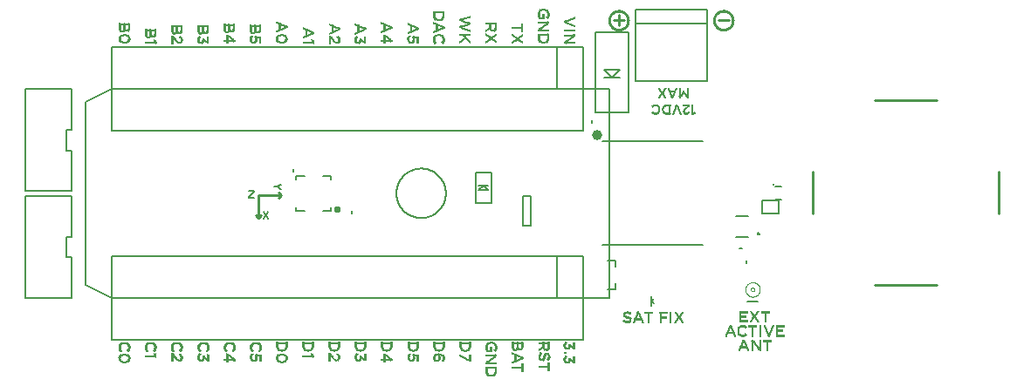
<source format=gto>
G75*
%MOIN*%
%OFA0B0*%
%FSLAX25Y25*%
%IPPOS*%
%LPD*%
%AMOC8*
5,1,8,0,0,1.08239X$1,22.5*
%
%ADD10C,0.01000*%
%ADD11R,0.00040X0.00520*%
%ADD12R,0.00040X0.00920*%
%ADD13R,0.00040X0.02120*%
%ADD14R,0.00040X0.01160*%
%ADD15R,0.00040X0.02440*%
%ADD16R,0.00040X0.01360*%
%ADD17R,0.00040X0.02640*%
%ADD18R,0.00040X0.01520*%
%ADD19R,0.00040X0.02760*%
%ADD20R,0.00040X0.01680*%
%ADD21R,0.00040X0.02840*%
%ADD22R,0.00040X0.01800*%
%ADD23R,0.00040X0.02920*%
%ADD24R,0.00040X0.01920*%
%ADD25R,0.00040X0.03000*%
%ADD26R,0.00040X0.02040*%
%ADD27R,0.00040X0.03080*%
%ADD28R,0.00040X0.02120*%
%ADD29R,0.00040X0.03120*%
%ADD30R,0.00040X0.02200*%
%ADD31R,0.00040X0.03160*%
%ADD32R,0.00040X0.02320*%
%ADD33R,0.00040X0.03200*%
%ADD34R,0.00040X0.02400*%
%ADD35R,0.00040X0.03240*%
%ADD36R,0.00040X0.02480*%
%ADD37R,0.00040X0.03280*%
%ADD38R,0.00040X0.02520*%
%ADD39R,0.00040X0.03320*%
%ADD40R,0.00040X0.02600*%
%ADD41R,0.00040X0.02680*%
%ADD42R,0.00040X0.03360*%
%ADD43R,0.00040X0.00720*%
%ADD44R,0.00040X0.01200*%
%ADD45R,0.00040X0.01080*%
%ADD46R,0.00040X0.01040*%
%ADD47R,0.00040X0.00720*%
%ADD48R,0.00040X0.01040*%
%ADD49R,0.00040X0.01000*%
%ADD50R,0.00040X0.00960*%
%ADD51R,0.00040X0.01000*%
%ADD52R,0.00040X0.00880*%
%ADD53R,0.00040X0.00920*%
%ADD54R,0.00040X0.00800*%
%ADD55R,0.00040X0.00800*%
%ADD56R,0.00040X0.00880*%
%ADD57R,0.00040X0.00760*%
%ADD58R,0.00040X0.00840*%
%ADD59R,0.00040X0.00840*%
%ADD60R,0.00040X0.00680*%
%ADD61R,0.00040X0.00720*%
%ADD62R,0.00040X0.00760*%
%ADD63R,0.00040X0.01120*%
%ADD64R,0.00040X0.03160*%
%ADD65R,0.00040X0.03040*%
%ADD66R,0.00040X0.02840*%
%ADD67R,0.00040X0.02720*%
%ADD68R,0.00040X0.02800*%
%ADD69R,0.00040X0.02880*%
%ADD70R,0.00040X0.02960*%
%ADD71R,0.00040X0.00840*%
%ADD72R,0.00040X0.00680*%
%ADD73R,0.00040X0.00720*%
%ADD74R,0.00040X0.03080*%
%ADD75R,0.00040X0.02280*%
%ADD76R,0.00040X0.01640*%
%ADD77R,0.00040X0.02520*%
%ADD78R,0.00040X0.01320*%
%ADD79R,0.00040X0.02080*%
%ADD80R,0.00040X0.00080*%
%ADD81R,0.00040X0.00240*%
%ADD82R,0.00040X0.00400*%
%ADD83R,0.00040X0.00560*%
%ADD84R,0.00040X0.01560*%
%ADD85R,0.00040X0.01600*%
%ADD86R,0.00040X0.01600*%
%ADD87R,0.00040X0.01560*%
%ADD88R,0.00040X0.01440*%
%ADD89R,0.00040X0.01320*%
%ADD90R,0.00040X0.00920*%
%ADD91R,0.00040X0.03040*%
%ADD92R,0.00040X0.03040*%
%ADD93R,0.00040X0.00960*%
%ADD94R,0.00040X0.00840*%
%ADD95R,0.00040X0.00040*%
%ADD96R,0.00040X0.00120*%
%ADD97R,0.00040X0.00200*%
%ADD98R,0.00040X0.00240*%
%ADD99R,0.00040X0.00320*%
%ADD100R,0.00040X0.00440*%
%ADD101R,0.00040X0.00600*%
%ADD102R,0.00040X0.01040*%
%ADD103R,0.00040X0.02560*%
%ADD104R,0.00040X0.02480*%
%ADD105R,0.00040X0.02360*%
%ADD106R,0.00040X0.02120*%
%ADD107R,0.00040X0.01920*%
%ADD108R,0.00040X0.01720*%
%ADD109R,0.00040X0.01400*%
%ADD110R,0.00040X0.01240*%
%ADD111R,0.00040X0.01480*%
%ADD112R,0.00040X0.01640*%
%ADD113R,0.00040X0.01840*%
%ADD114R,0.00040X0.02280*%
%ADD115R,0.00040X0.02680*%
%ADD116R,0.00040X0.01080*%
%ADD117R,0.00040X0.00520*%
%ADD118R,0.00040X0.00160*%
%ADD119R,0.00040X0.01440*%
%ADD120R,0.00040X0.01760*%
%ADD121R,0.00040X0.01720*%
%ADD122R,0.00040X0.01480*%
%ADD123R,0.00040X0.02760*%
%ADD124R,0.00040X0.03440*%
%ADD125R,0.00040X0.03480*%
%ADD126R,0.00040X0.03480*%
%ADD127R,0.00040X0.03520*%
%ADD128R,0.00040X0.03520*%
%ADD129R,0.00040X0.03560*%
%ADD130R,0.00040X0.03560*%
%ADD131R,0.00040X0.01280*%
%ADD132R,0.00040X0.01280*%
%ADD133R,0.00040X0.00640*%
%ADD134R,0.00040X0.01440*%
%ADD135R,0.00040X0.01960*%
%ADD136R,0.00040X0.02320*%
%ADD137R,0.00040X0.02720*%
%ADD138R,0.00040X0.00480*%
%ADD139R,0.00040X0.00400*%
%ADD140R,0.00040X0.00080*%
%ADD141R,0.00040X0.00040*%
%ADD142R,0.00040X0.00160*%
%ADD143R,0.00040X0.02520*%
%ADD144R,0.00040X0.02400*%
%ADD145R,0.00040X0.02240*%
%ADD146R,0.00040X0.02000*%
%ADD147R,0.00040X0.00520*%
%ADD148R,0.00040X0.00640*%
%ADD149R,0.00040X0.00640*%
%ADD150R,0.00040X0.00640*%
%ADD151R,0.00600X0.00040*%
%ADD152R,0.01080X0.00040*%
%ADD153R,0.00680X0.00040*%
%ADD154R,0.03120X0.00040*%
%ADD155R,0.00840X0.00040*%
%ADD156R,0.00880X0.00040*%
%ADD157R,0.00720X0.00040*%
%ADD158R,0.00760X0.00040*%
%ADD159R,0.00800X0.00040*%
%ADD160R,0.01400X0.00040*%
%ADD161R,0.00720X0.00040*%
%ADD162R,0.00680X0.00040*%
%ADD163R,0.03120X0.00040*%
%ADD164R,0.00640X0.00040*%
%ADD165R,0.03120X0.00040*%
%ADD166R,0.00840X0.00040*%
%ADD167R,0.00880X0.00040*%
%ADD168R,0.00720X0.00040*%
%ADD169R,0.00720X0.00040*%
%ADD170R,0.00760X0.00040*%
%ADD171R,0.01600X0.00040*%
%ADD172R,0.03120X0.00040*%
%ADD173R,0.00640X0.00040*%
%ADD174R,0.00840X0.00040*%
%ADD175R,0.01800X0.00040*%
%ADD176R,0.02000X0.00040*%
%ADD177R,0.02120X0.00040*%
%ADD178R,0.02280X0.00040*%
%ADD179R,0.02400X0.00040*%
%ADD180R,0.00920X0.00040*%
%ADD181R,0.00800X0.00040*%
%ADD182R,0.02520X0.00040*%
%ADD183R,0.02640X0.00040*%
%ADD184R,0.02720X0.00040*%
%ADD185R,0.01000X0.00040*%
%ADD186R,0.00920X0.00040*%
%ADD187R,0.02840X0.00040*%
%ADD188R,0.01000X0.00040*%
%ADD189R,0.00920X0.00040*%
%ADD190R,0.02920X0.00040*%
%ADD191R,0.00960X0.00040*%
%ADD192R,0.03040X0.00040*%
%ADD193R,0.01040X0.00040*%
%ADD194R,0.03200X0.00040*%
%ADD195R,0.01160X0.00040*%
%ADD196R,0.00840X0.00040*%
%ADD197R,0.01360X0.00040*%
%ADD198R,0.01160X0.00040*%
%ADD199R,0.01080X0.00040*%
%ADD200R,0.01200X0.00040*%
%ADD201R,0.01240X0.00040*%
%ADD202R,0.01240X0.00040*%
%ADD203R,0.01120X0.00040*%
%ADD204R,0.01120X0.00040*%
%ADD205R,0.01320X0.00040*%
%ADD206R,0.01040X0.00040*%
%ADD207R,0.01320X0.00040*%
%ADD208R,0.01240X0.00040*%
%ADD209R,0.00640X0.00040*%
%ADD210R,0.01400X0.00040*%
%ADD211R,0.01280X0.00040*%
%ADD212R,0.00520X0.00040*%
%ADD213R,0.01320X0.00040*%
%ADD214R,0.00440X0.00040*%
%ADD215R,0.01480X0.00040*%
%ADD216R,0.00360X0.00040*%
%ADD217R,0.01360X0.00040*%
%ADD218R,0.00280X0.00040*%
%ADD219R,0.03400X0.00040*%
%ADD220R,0.00200X0.00040*%
%ADD221R,0.01440X0.00040*%
%ADD222R,0.00080X0.00040*%
%ADD223R,0.03320X0.00040*%
%ADD224R,0.03320X0.00040*%
%ADD225R,0.01520X0.00040*%
%ADD226R,0.03320X0.00040*%
%ADD227R,0.03320X0.00040*%
%ADD228R,0.01560X0.00040*%
%ADD229R,0.03240X0.00040*%
%ADD230R,0.03160X0.00040*%
%ADD231R,0.03160X0.00040*%
%ADD232R,0.03080X0.00040*%
%ADD233R,0.03000X0.00040*%
%ADD234R,0.01680X0.00040*%
%ADD235R,0.01600X0.00040*%
%ADD236R,0.02920X0.00040*%
%ADD237R,0.02920X0.00040*%
%ADD238R,0.00920X0.00040*%
%ADD239R,0.01560X0.00040*%
%ADD240R,0.02920X0.00040*%
%ADD241R,0.01440X0.00040*%
%ADD242R,0.02840X0.00040*%
%ADD243R,0.01040X0.00040*%
%ADD244R,0.00960X0.00040*%
%ADD245R,0.01280X0.00040*%
%ADD246R,0.01520X0.00040*%
%ADD247R,0.01520X0.00040*%
%ADD248R,0.00120X0.00040*%
%ADD249R,0.01440X0.00040*%
%ADD250R,0.00480X0.00040*%
%ADD251R,0.00560X0.00040*%
%ADD252R,0.03360X0.00040*%
%ADD253R,0.03080X0.00040*%
%ADD254R,0.03360X0.00040*%
%ADD255R,0.03240X0.00040*%
%ADD256R,0.01120X0.00040*%
%ADD257R,0.02960X0.00040*%
%ADD258R,0.02880X0.00040*%
%ADD259R,0.02760X0.00040*%
%ADD260R,0.02680X0.00040*%
%ADD261R,0.02560X0.00040*%
%ADD262R,0.02440X0.00040*%
%ADD263R,0.02280X0.00040*%
%ADD264R,0.02200X0.00040*%
%ADD265R,0.02040X0.00040*%
%ADD266R,0.01880X0.00040*%
%ADD267R,0.01640X0.00040*%
%ADD268R,0.01320X0.00040*%
%ADD269R,0.01760X0.00040*%
%ADD270R,0.01960X0.00040*%
%ADD271R,0.02120X0.00040*%
%ADD272R,0.02240X0.00040*%
%ADD273R,0.02520X0.00040*%
%ADD274R,0.02600X0.00040*%
%ADD275R,0.02800X0.00040*%
%ADD276R,0.03040X0.00040*%
%ADD277R,0.00280X0.00040*%
%ADD278R,0.00200X0.00040*%
%ADD279R,0.00120X0.00040*%
%ADD280R,0.03240X0.00040*%
%ADD281R,0.01680X0.00040*%
%ADD282R,0.01840X0.00040*%
%ADD283R,0.02080X0.00040*%
%ADD284R,0.01040X0.00040*%
%ADD285R,0.02080X0.00040*%
%ADD286R,0.02040X0.00040*%
%ADD287R,0.01640X0.00040*%
%ADD288R,0.00080X0.00040*%
%ADD289R,0.00320X0.00040*%
%ADD290R,0.00400X0.00040*%
%ADD291R,0.00480X0.00040*%
%ADD292R,0.01240X0.00040*%
%ADD293R,0.02720X0.00040*%
%ADD294R,0.02760X0.00040*%
%ADD295R,0.02600X0.00040*%
%ADD296R,0.02480X0.00040*%
%ADD297R,0.02160X0.00040*%
%ADD298R,0.02040X0.00040*%
%ADD299R,0.01920X0.00040*%
%ADD300R,0.01720X0.00040*%
%ADD301R,0.00040X0.03400*%
%ADD302R,0.00040X0.03400*%
%ADD303R,0.00040X0.03240*%
%ADD304R,0.00040X0.01320*%
%ADD305R,0.00040X0.01160*%
%ADD306R,0.00040X0.01840*%
%ADD307R,0.00040X0.01520*%
%ADD308R,0.00040X0.02560*%
%ADD309R,0.00040X0.01920*%
%ADD310R,0.00040X0.02720*%
%ADD311R,0.00040X0.02120*%
%ADD312R,0.00040X0.02880*%
%ADD313R,0.00040X0.02920*%
%ADD314R,0.00040X0.02520*%
%ADD315R,0.00040X0.03120*%
%ADD316R,0.00040X0.00920*%
%ADD317R,0.00040X0.03120*%
%ADD318R,0.00040X0.02920*%
%ADD319R,0.00040X0.01800*%
%ADD320R,0.00040X0.01840*%
%ADD321R,0.00040X0.00560*%
%ADD322R,0.00040X0.01520*%
%ADD323R,0.00040X0.02720*%
%ADD324R,0.00040X0.02640*%
%ADD325R,0.00040X0.03040*%
%ADD326R,0.00040X0.01200*%
%ADD327R,0.00040X0.01360*%
%ADD328R,0.00040X0.01120*%
%ADD329R,0.00040X0.01240*%
%ADD330R,0.00040X0.00520*%
%ADD331R,0.00040X0.00360*%
%ADD332R,0.00040X0.00280*%
%ADD333R,0.00040X0.00120*%
%ADD334R,0.00040X0.00480*%
%ADD335R,0.00040X0.01120*%
%ADD336R,0.00040X0.03240*%
%ADD337R,0.00040X0.02440*%
%ADD338R,0.00040X0.02040*%
%ADD339R,0.00040X0.01880*%
%ADD340R,0.00040X0.01640*%
%ADD341R,0.00040X0.02960*%
%ADD342R,0.00040X0.00040*%
%ADD343R,0.00040X0.00120*%
%ADD344R,0.00040X0.00320*%
%ADD345R,0.00040X0.02600*%
%ADD346R,0.00040X0.01400*%
%ADD347R,0.00040X0.02240*%
%ADD348R,0.00040X0.02160*%
%ADD349R,0.00040X0.02080*%
%ADD350R,0.00040X0.01240*%
%ADD351R,0.00040X0.02040*%
%ADD352R,0.00040X0.01320*%
%ADD353R,0.00040X0.00240*%
%ADD354R,0.00040X0.01760*%
%ADD355R,0.00040X0.01680*%
%ADD356R,0.00040X0.03360*%
%ADD357R,0.00040X0.03440*%
%ADD358R,0.00040X0.03520*%
%ADD359R,0.00040X0.03520*%
%ADD360R,0.00040X0.03000*%
%ADD361R,0.00040X0.03120*%
%ADD362R,0.00040X0.02920*%
%ADD363R,0.00040X0.00240*%
%ADD364R,0.00040X0.03200*%
%ADD365R,0.00040X0.03280*%
%ADD366R,0.00040X0.01520*%
%ADD367R,0.00040X0.00360*%
%ADD368R,0.00040X0.00440*%
%ADD369R,0.00040X0.01120*%
%ADD370R,0.00040X0.01960*%
%ADD371R,0.00040X0.03320*%
%ADD372R,0.00040X0.03320*%
%ADD373R,0.00040X0.01040*%
%ADD374R,0.00040X0.02320*%
%ADD375R,0.00040X0.02800*%
%ADD376R,0.00040X0.00200*%
%ADD377R,0.00040X0.01880*%
%ADD378R,0.00040X0.02040*%
%ADD379R,0.00040X0.01240*%
%ADD380R,0.00040X0.01720*%
%ADD381R,0.00040X0.01640*%
%ADD382R,0.00040X0.00040*%
%ADD383R,0.00040X0.00440*%
%ADD384R,0.00040X0.02640*%
%ADD385R,0.00040X0.02440*%
%ADD386R,0.00040X0.02360*%
%ADD387R,0.00040X0.02240*%
%ADD388R,0.00040X0.00120*%
%ADD389R,0.00040X0.00600*%
%ADD390R,0.00040X0.02440*%
%ADD391R,0.00040X0.01720*%
%ADD392R,0.00040X0.03440*%
%ADD393R,0.00040X0.03600*%
%ADD394R,0.00040X0.00280*%
%ADD395C,0.00500*%
%ADD396R,0.00630X0.00035*%
%ADD397R,0.00665X0.00035*%
%ADD398R,0.00700X0.00035*%
%ADD399R,0.00735X0.00035*%
%ADD400R,0.00770X0.00035*%
%ADD401R,0.00770X0.00035*%
%ADD402R,0.00665X0.00035*%
%ADD403R,0.00070X0.00035*%
%ADD404R,0.02975X0.00035*%
%ADD405R,0.00105X0.00035*%
%ADD406R,0.00140X0.00035*%
%ADD407R,0.00210X0.00035*%
%ADD408R,0.02905X0.00035*%
%ADD409R,0.00245X0.00035*%
%ADD410R,0.00280X0.00035*%
%ADD411R,0.02835X0.00035*%
%ADD412R,0.00350X0.00035*%
%ADD413R,0.00385X0.00035*%
%ADD414R,0.02765X0.00035*%
%ADD415R,0.00420X0.00035*%
%ADD416R,0.00490X0.00035*%
%ADD417R,0.00525X0.00035*%
%ADD418R,0.02695X0.00035*%
%ADD419R,0.00560X0.00035*%
%ADD420R,0.02625X0.00035*%
%ADD421R,0.02555X0.00035*%
%ADD422R,0.01400X0.00035*%
%ADD423R,0.00805X0.00035*%
%ADD424R,0.01330X0.00035*%
%ADD425R,0.00840X0.00035*%
%ADD426R,0.01260X0.00035*%
%ADD427R,0.00910X0.00035*%
%ADD428R,0.01190X0.00035*%
%ADD429R,0.00945X0.00035*%
%ADD430R,0.00980X0.00035*%
%ADD431R,0.01120X0.00035*%
%ADD432R,0.01050X0.00035*%
%ADD433R,0.01120X0.00035*%
%ADD434R,0.00875X0.00035*%
%ADD435R,0.01015X0.00035*%
%ADD436R,0.01225X0.00035*%
%ADD437R,0.00595X0.00035*%
%ADD438R,0.01365X0.00035*%
%ADD439R,0.01470X0.00035*%
%ADD440R,0.00595X0.00035*%
%ADD441R,0.01365X0.00035*%
%ADD442R,0.01295X0.00035*%
%ADD443R,0.01190X0.00035*%
%ADD444R,0.01155X0.00035*%
%ADD445R,0.01295X0.00035*%
%ADD446R,0.01085X0.00035*%
%ADD447R,0.01015X0.00035*%
%ADD448R,0.00945X0.00035*%
%ADD449R,0.00840X0.00035*%
%ADD450R,0.02660X0.00035*%
%ADD451R,0.01610X0.00035*%
%ADD452R,0.01820X0.00035*%
%ADD453R,0.01995X0.00035*%
%ADD454R,0.01575X0.00035*%
%ADD455R,0.02100X0.00035*%
%ADD456R,0.01750X0.00035*%
%ADD457R,0.02170X0.00035*%
%ADD458R,0.01855X0.00035*%
%ADD459R,0.02240X0.00035*%
%ADD460R,0.02345X0.00035*%
%ADD461R,0.02380X0.00035*%
%ADD462R,0.02205X0.00035*%
%ADD463R,0.02450X0.00035*%
%ADD464R,0.02310X0.00035*%
%ADD465R,0.02520X0.00035*%
%ADD466R,0.02485X0.00035*%
%ADD467R,0.02590X0.00035*%
%ADD468R,0.02695X0.00035*%
%ADD469R,0.02730X0.00035*%
%ADD470R,0.02800X0.00035*%
%ADD471R,0.00455X0.00035*%
%ADD472R,0.00315X0.00035*%
%ADD473R,0.00245X0.00035*%
%ADD474R,0.00070X0.00035*%
%ADD475R,0.00035X0.00035*%
%ADD476R,0.00175X0.00035*%
%ADD477R,0.02275X0.00035*%
%ADD478R,0.02765X0.00035*%
%ADD479R,0.02170X0.00035*%
%ADD480R,0.02065X0.00035*%
%ADD481R,0.02520X0.00035*%
%ADD482R,0.02415X0.00035*%
%ADD483R,0.01435X0.00035*%
%ADD484R,0.01925X0.00035*%
%ADD485R,0.01785X0.00035*%
%ADD486R,0.02135X0.00035*%
%ADD487R,0.01680X0.00035*%
%ADD488R,0.02030X0.00035*%
%ADD489R,0.01505X0.00035*%
%ADD490R,0.01645X0.00035*%
%ADD491C,0.00800*%
%ADD492C,0.01600*%
%ADD493C,0.00600*%
%ADD494C,0.03937*%
%ADD495C,0.00400*%
%ADD496C,0.01181*%
%ADD497C,0.00591*%
D10*
X0119922Y0119793D02*
X0118922Y0120793D01*
X0119922Y0119793D02*
X0120922Y0120793D01*
X0119922Y0119793D02*
X0119922Y0128293D01*
X0128422Y0128293D01*
X0127422Y0127293D01*
X0128422Y0128293D02*
X0127422Y0129293D01*
X0255418Y0195293D02*
X0259418Y0195293D01*
X0253812Y0195293D02*
X0253814Y0195413D01*
X0253820Y0195533D01*
X0253830Y0195652D01*
X0253844Y0195771D01*
X0253862Y0195890D01*
X0253883Y0196008D01*
X0253909Y0196125D01*
X0253939Y0196241D01*
X0253972Y0196356D01*
X0254009Y0196470D01*
X0254050Y0196582D01*
X0254095Y0196694D01*
X0254144Y0196803D01*
X0254196Y0196911D01*
X0254251Y0197018D01*
X0254310Y0197122D01*
X0254373Y0197224D01*
X0254439Y0197324D01*
X0254508Y0197422D01*
X0254580Y0197518D01*
X0254656Y0197611D01*
X0254734Y0197701D01*
X0254816Y0197789D01*
X0254900Y0197874D01*
X0254987Y0197957D01*
X0255077Y0198036D01*
X0255170Y0198112D01*
X0255265Y0198185D01*
X0255362Y0198255D01*
X0255462Y0198322D01*
X0255563Y0198385D01*
X0255667Y0198445D01*
X0255773Y0198502D01*
X0255880Y0198555D01*
X0255990Y0198604D01*
X0256101Y0198650D01*
X0256213Y0198692D01*
X0256327Y0198730D01*
X0256441Y0198764D01*
X0256557Y0198795D01*
X0256674Y0198821D01*
X0256792Y0198844D01*
X0256910Y0198863D01*
X0257029Y0198878D01*
X0257149Y0198889D01*
X0257268Y0198896D01*
X0257388Y0198899D01*
X0257508Y0198898D01*
X0257628Y0198893D01*
X0257747Y0198884D01*
X0257866Y0198871D01*
X0257985Y0198854D01*
X0258103Y0198833D01*
X0258220Y0198809D01*
X0258337Y0198780D01*
X0258452Y0198748D01*
X0258566Y0198711D01*
X0258679Y0198671D01*
X0258791Y0198627D01*
X0258901Y0198580D01*
X0259010Y0198529D01*
X0259116Y0198474D01*
X0259221Y0198416D01*
X0259324Y0198354D01*
X0259425Y0198289D01*
X0259523Y0198221D01*
X0259619Y0198149D01*
X0259713Y0198075D01*
X0259804Y0197997D01*
X0259893Y0197916D01*
X0259978Y0197832D01*
X0260061Y0197746D01*
X0260141Y0197656D01*
X0260219Y0197565D01*
X0260292Y0197470D01*
X0260363Y0197374D01*
X0260431Y0197275D01*
X0260495Y0197173D01*
X0260556Y0197070D01*
X0260613Y0196965D01*
X0260667Y0196858D01*
X0260717Y0196749D01*
X0260764Y0196638D01*
X0260807Y0196526D01*
X0260846Y0196413D01*
X0260881Y0196298D01*
X0260912Y0196183D01*
X0260940Y0196066D01*
X0260964Y0195949D01*
X0260984Y0195830D01*
X0261000Y0195712D01*
X0261012Y0195592D01*
X0261020Y0195473D01*
X0261024Y0195353D01*
X0261024Y0195233D01*
X0261020Y0195113D01*
X0261012Y0194994D01*
X0261000Y0194874D01*
X0260984Y0194756D01*
X0260964Y0194637D01*
X0260940Y0194520D01*
X0260912Y0194403D01*
X0260881Y0194288D01*
X0260846Y0194173D01*
X0260807Y0194060D01*
X0260764Y0193948D01*
X0260717Y0193837D01*
X0260667Y0193728D01*
X0260613Y0193621D01*
X0260556Y0193516D01*
X0260495Y0193413D01*
X0260431Y0193311D01*
X0260363Y0193212D01*
X0260292Y0193116D01*
X0260219Y0193021D01*
X0260141Y0192930D01*
X0260061Y0192840D01*
X0259978Y0192754D01*
X0259893Y0192670D01*
X0259804Y0192589D01*
X0259713Y0192511D01*
X0259619Y0192437D01*
X0259523Y0192365D01*
X0259425Y0192297D01*
X0259324Y0192232D01*
X0259221Y0192170D01*
X0259116Y0192112D01*
X0259010Y0192057D01*
X0258901Y0192006D01*
X0258791Y0191959D01*
X0258679Y0191915D01*
X0258566Y0191875D01*
X0258452Y0191838D01*
X0258337Y0191806D01*
X0258220Y0191777D01*
X0258103Y0191753D01*
X0257985Y0191732D01*
X0257866Y0191715D01*
X0257747Y0191702D01*
X0257628Y0191693D01*
X0257508Y0191688D01*
X0257388Y0191687D01*
X0257268Y0191690D01*
X0257149Y0191697D01*
X0257029Y0191708D01*
X0256910Y0191723D01*
X0256792Y0191742D01*
X0256674Y0191765D01*
X0256557Y0191791D01*
X0256441Y0191822D01*
X0256327Y0191856D01*
X0256213Y0191894D01*
X0256101Y0191936D01*
X0255990Y0191982D01*
X0255880Y0192031D01*
X0255773Y0192084D01*
X0255667Y0192141D01*
X0255563Y0192201D01*
X0255462Y0192264D01*
X0255362Y0192331D01*
X0255265Y0192401D01*
X0255170Y0192474D01*
X0255077Y0192550D01*
X0254987Y0192629D01*
X0254900Y0192712D01*
X0254816Y0192797D01*
X0254734Y0192885D01*
X0254656Y0192975D01*
X0254580Y0193068D01*
X0254508Y0193164D01*
X0254439Y0193262D01*
X0254373Y0193362D01*
X0254310Y0193464D01*
X0254251Y0193568D01*
X0254196Y0193675D01*
X0254144Y0193783D01*
X0254095Y0193892D01*
X0254050Y0194004D01*
X0254009Y0194116D01*
X0253972Y0194230D01*
X0253939Y0194345D01*
X0253909Y0194461D01*
X0253883Y0194578D01*
X0253862Y0194696D01*
X0253844Y0194815D01*
X0253830Y0194934D01*
X0253820Y0195053D01*
X0253814Y0195173D01*
X0253812Y0195293D01*
X0257418Y0197293D02*
X0257418Y0193293D01*
X0295418Y0195293D02*
X0299418Y0195293D01*
X0293812Y0195293D02*
X0293814Y0195413D01*
X0293820Y0195533D01*
X0293830Y0195652D01*
X0293844Y0195771D01*
X0293862Y0195890D01*
X0293883Y0196008D01*
X0293909Y0196125D01*
X0293939Y0196241D01*
X0293972Y0196356D01*
X0294009Y0196470D01*
X0294050Y0196582D01*
X0294095Y0196694D01*
X0294144Y0196803D01*
X0294196Y0196911D01*
X0294251Y0197018D01*
X0294310Y0197122D01*
X0294373Y0197224D01*
X0294439Y0197324D01*
X0294508Y0197422D01*
X0294580Y0197518D01*
X0294656Y0197611D01*
X0294734Y0197701D01*
X0294816Y0197789D01*
X0294900Y0197874D01*
X0294987Y0197957D01*
X0295077Y0198036D01*
X0295170Y0198112D01*
X0295265Y0198185D01*
X0295362Y0198255D01*
X0295462Y0198322D01*
X0295563Y0198385D01*
X0295667Y0198445D01*
X0295773Y0198502D01*
X0295880Y0198555D01*
X0295990Y0198604D01*
X0296101Y0198650D01*
X0296213Y0198692D01*
X0296327Y0198730D01*
X0296441Y0198764D01*
X0296557Y0198795D01*
X0296674Y0198821D01*
X0296792Y0198844D01*
X0296910Y0198863D01*
X0297029Y0198878D01*
X0297149Y0198889D01*
X0297268Y0198896D01*
X0297388Y0198899D01*
X0297508Y0198898D01*
X0297628Y0198893D01*
X0297747Y0198884D01*
X0297866Y0198871D01*
X0297985Y0198854D01*
X0298103Y0198833D01*
X0298220Y0198809D01*
X0298337Y0198780D01*
X0298452Y0198748D01*
X0298566Y0198711D01*
X0298679Y0198671D01*
X0298791Y0198627D01*
X0298901Y0198580D01*
X0299010Y0198529D01*
X0299116Y0198474D01*
X0299221Y0198416D01*
X0299324Y0198354D01*
X0299425Y0198289D01*
X0299523Y0198221D01*
X0299619Y0198149D01*
X0299713Y0198075D01*
X0299804Y0197997D01*
X0299893Y0197916D01*
X0299978Y0197832D01*
X0300061Y0197746D01*
X0300141Y0197656D01*
X0300219Y0197565D01*
X0300292Y0197470D01*
X0300363Y0197374D01*
X0300431Y0197275D01*
X0300495Y0197173D01*
X0300556Y0197070D01*
X0300613Y0196965D01*
X0300667Y0196858D01*
X0300717Y0196749D01*
X0300764Y0196638D01*
X0300807Y0196526D01*
X0300846Y0196413D01*
X0300881Y0196298D01*
X0300912Y0196183D01*
X0300940Y0196066D01*
X0300964Y0195949D01*
X0300984Y0195830D01*
X0301000Y0195712D01*
X0301012Y0195592D01*
X0301020Y0195473D01*
X0301024Y0195353D01*
X0301024Y0195233D01*
X0301020Y0195113D01*
X0301012Y0194994D01*
X0301000Y0194874D01*
X0300984Y0194756D01*
X0300964Y0194637D01*
X0300940Y0194520D01*
X0300912Y0194403D01*
X0300881Y0194288D01*
X0300846Y0194173D01*
X0300807Y0194060D01*
X0300764Y0193948D01*
X0300717Y0193837D01*
X0300667Y0193728D01*
X0300613Y0193621D01*
X0300556Y0193516D01*
X0300495Y0193413D01*
X0300431Y0193311D01*
X0300363Y0193212D01*
X0300292Y0193116D01*
X0300219Y0193021D01*
X0300141Y0192930D01*
X0300061Y0192840D01*
X0299978Y0192754D01*
X0299893Y0192670D01*
X0299804Y0192589D01*
X0299713Y0192511D01*
X0299619Y0192437D01*
X0299523Y0192365D01*
X0299425Y0192297D01*
X0299324Y0192232D01*
X0299221Y0192170D01*
X0299116Y0192112D01*
X0299010Y0192057D01*
X0298901Y0192006D01*
X0298791Y0191959D01*
X0298679Y0191915D01*
X0298566Y0191875D01*
X0298452Y0191838D01*
X0298337Y0191806D01*
X0298220Y0191777D01*
X0298103Y0191753D01*
X0297985Y0191732D01*
X0297866Y0191715D01*
X0297747Y0191702D01*
X0297628Y0191693D01*
X0297508Y0191688D01*
X0297388Y0191687D01*
X0297268Y0191690D01*
X0297149Y0191697D01*
X0297029Y0191708D01*
X0296910Y0191723D01*
X0296792Y0191742D01*
X0296674Y0191765D01*
X0296557Y0191791D01*
X0296441Y0191822D01*
X0296327Y0191856D01*
X0296213Y0191894D01*
X0296101Y0191936D01*
X0295990Y0191982D01*
X0295880Y0192031D01*
X0295773Y0192084D01*
X0295667Y0192141D01*
X0295563Y0192201D01*
X0295462Y0192264D01*
X0295362Y0192331D01*
X0295265Y0192401D01*
X0295170Y0192474D01*
X0295077Y0192550D01*
X0294987Y0192629D01*
X0294900Y0192712D01*
X0294816Y0192797D01*
X0294734Y0192885D01*
X0294656Y0192975D01*
X0294580Y0193068D01*
X0294508Y0193164D01*
X0294439Y0193262D01*
X0294373Y0193362D01*
X0294310Y0193464D01*
X0294251Y0193568D01*
X0294196Y0193675D01*
X0294144Y0193783D01*
X0294095Y0193892D01*
X0294050Y0194004D01*
X0294009Y0194116D01*
X0293972Y0194230D01*
X0293939Y0194345D01*
X0293909Y0194461D01*
X0293883Y0194578D01*
X0293862Y0194696D01*
X0293844Y0194815D01*
X0293830Y0194934D01*
X0293820Y0195053D01*
X0293814Y0195173D01*
X0293812Y0195293D01*
X0355264Y0164836D02*
X0378886Y0164836D01*
X0402509Y0137277D02*
X0402509Y0121529D01*
X0378886Y0093970D02*
X0355264Y0093970D01*
X0331642Y0121529D02*
X0331642Y0137277D01*
D11*
X0157798Y0067333D03*
X0131158Y0065933D03*
X0126838Y0065933D03*
X0121238Y0069973D03*
X0111238Y0069973D03*
X0107878Y0068813D03*
X0101238Y0069973D03*
X0091038Y0069973D03*
X0087678Y0068813D03*
X0081038Y0069973D03*
X0071038Y0069973D03*
X0067678Y0068813D03*
X0066758Y0188173D03*
X0071078Y0188173D03*
X0090038Y0188733D03*
X0126758Y0188173D03*
X0131078Y0188173D03*
X0150238Y0188733D03*
D12*
X0150438Y0188733D03*
X0149038Y0187133D03*
X0149198Y0186973D03*
X0157558Y0188773D03*
X0158558Y0186773D03*
X0130238Y0187173D03*
X0130198Y0187133D03*
X0130238Y0189173D03*
X0127598Y0189173D03*
X0126798Y0188173D03*
X0127598Y0187173D03*
X0127638Y0187133D03*
X0119278Y0190933D03*
X0117598Y0190533D03*
X0109278Y0191333D03*
X0107598Y0190933D03*
X0099278Y0190733D03*
X0097598Y0190333D03*
X0097558Y0188773D03*
X0098558Y0186773D03*
X0090238Y0188733D03*
X0088838Y0187133D03*
X0088998Y0186973D03*
X0087598Y0190333D03*
X0089278Y0190733D03*
X0079278Y0189333D03*
X0077598Y0188933D03*
X0070238Y0189173D03*
X0070238Y0187173D03*
X0070198Y0187133D03*
X0067638Y0187133D03*
X0067598Y0187173D03*
X0066798Y0188173D03*
X0067598Y0189173D03*
X0067598Y0191133D03*
X0069278Y0191533D03*
X0197078Y0186973D03*
X0197278Y0187133D03*
X0197598Y0187373D03*
X0198078Y0187733D03*
X0198598Y0188133D03*
X0198238Y0189573D03*
X0200278Y0187573D03*
X0200478Y0187373D03*
X0197198Y0192573D03*
X0200558Y0193933D03*
X0209038Y0191533D03*
X0228398Y0192533D03*
X0228438Y0192573D03*
X0228958Y0192973D03*
X0229158Y0193133D03*
X0229478Y0193373D03*
X0229678Y0193533D03*
X0230678Y0194333D03*
X0230078Y0198933D03*
X0230038Y0198973D03*
X0227798Y0198973D03*
X0237198Y0186733D03*
X0237238Y0186733D03*
X0238238Y0187533D03*
X0238758Y0187933D03*
X0238798Y0187973D03*
X0239278Y0188333D03*
X0210038Y0071573D03*
X0210078Y0071533D03*
X0207798Y0071573D03*
X0210678Y0066933D03*
X0209678Y0066133D03*
X0209478Y0065973D03*
X0209158Y0065733D03*
X0208958Y0065573D03*
X0208438Y0065173D03*
X0208398Y0065133D03*
X0190358Y0066933D03*
X0188838Y0065133D03*
X0177798Y0065373D03*
X0170798Y0065373D03*
X0158638Y0065333D03*
X0157598Y0065373D03*
X0157638Y0067333D03*
X0150358Y0065373D03*
X0149078Y0065533D03*
X0140998Y0066773D03*
X0130278Y0066973D03*
X0127678Y0066933D03*
X0126878Y0065933D03*
X0127678Y0064933D03*
X0118838Y0065213D03*
X0120158Y0071413D03*
X0120198Y0071413D03*
X0118238Y0071573D03*
X0110158Y0071413D03*
X0107998Y0071413D03*
X0110838Y0065373D03*
X0100478Y0065413D03*
X0099438Y0066373D03*
X0100158Y0071413D03*
X0100198Y0071413D03*
X0098238Y0071573D03*
X0089958Y0071413D03*
X0087798Y0071413D03*
X0090238Y0067213D03*
X0088878Y0065573D03*
X0089078Y0065413D03*
X0079998Y0071413D03*
X0079958Y0071413D03*
X0078038Y0071573D03*
X0069958Y0071413D03*
X0067798Y0071413D03*
X0067638Y0066973D03*
X0070038Y0064773D03*
X0230478Y0069373D03*
X0237398Y0064533D03*
X0239158Y0065573D03*
D13*
X0229238Y0066493D03*
X0227278Y0066493D03*
X0179598Y0066453D03*
X0150798Y0066253D03*
X0119478Y0066453D03*
X0097198Y0066253D03*
X0186998Y0187893D03*
X0116838Y0192453D03*
X0106838Y0192853D03*
X0096838Y0192253D03*
X0086838Y0192253D03*
X0076838Y0190853D03*
X0066838Y0193053D03*
D14*
X0067438Y0188973D03*
X0066838Y0188173D03*
X0067438Y0187373D03*
X0070398Y0187373D03*
X0070998Y0188173D03*
X0070398Y0188973D03*
X0090398Y0188493D03*
X0099238Y0187773D03*
X0110438Y0187533D03*
X0126838Y0188173D03*
X0127438Y0187373D03*
X0127438Y0188973D03*
X0130398Y0188973D03*
X0130998Y0188173D03*
X0130398Y0187373D03*
X0130478Y0192693D03*
X0140678Y0190493D03*
X0150678Y0191893D03*
X0150598Y0188493D03*
X0159238Y0187773D03*
X0160478Y0191893D03*
X0170478Y0192493D03*
X0170438Y0187533D03*
X0180678Y0192093D03*
X0187598Y0195973D03*
X0190238Y0195973D03*
X0190478Y0192493D03*
X0197558Y0192573D03*
X0197558Y0195293D03*
X0200198Y0193933D03*
X0198478Y0189453D03*
X0199038Y0188613D03*
X0208758Y0188333D03*
X0208958Y0191693D03*
X0218758Y0188173D03*
X0227598Y0187333D03*
X0230238Y0187333D03*
X0230398Y0194213D03*
X0237398Y0194613D03*
X0237438Y0194613D03*
X0240398Y0189333D03*
X0117678Y0071133D03*
X0116958Y0070013D03*
X0117678Y0068893D03*
X0117598Y0065453D03*
X0118958Y0065373D03*
X0110638Y0065453D03*
X0110598Y0065493D03*
X0107638Y0068933D03*
X0106958Y0070013D03*
X0107758Y0071213D03*
X0110478Y0071133D03*
X0111198Y0069933D03*
X0098838Y0065493D03*
X0097638Y0067253D03*
X0097678Y0068893D03*
X0096958Y0070013D03*
X0097678Y0071133D03*
X0090998Y0069933D03*
X0090278Y0071133D03*
X0087558Y0071213D03*
X0086758Y0070013D03*
X0087438Y0068933D03*
X0090358Y0067053D03*
X0090958Y0066213D03*
X0077478Y0068893D03*
X0076758Y0070013D03*
X0077478Y0071133D03*
X0070998Y0069933D03*
X0070278Y0071133D03*
X0067558Y0071213D03*
X0066758Y0070013D03*
X0067438Y0068933D03*
X0066798Y0065893D03*
X0070958Y0065893D03*
X0127678Y0069493D03*
X0130478Y0066733D03*
X0131078Y0065933D03*
X0130478Y0065133D03*
X0137678Y0069493D03*
X0147678Y0069493D03*
X0150478Y0067053D03*
X0157678Y0069493D03*
X0167678Y0069493D03*
X0177878Y0069493D03*
X0187678Y0069493D03*
X0187438Y0065373D03*
X0188958Y0065333D03*
X0197678Y0069453D03*
X0210398Y0066813D03*
X0210238Y0059933D03*
X0207598Y0059933D03*
X0220558Y0066093D03*
X0220598Y0066093D03*
X0229678Y0067333D03*
X0229238Y0069613D03*
X0230598Y0069573D03*
D15*
X0228678Y0071013D03*
X0216958Y0071013D03*
X0190678Y0065933D03*
X0190638Y0065973D03*
X0190598Y0066013D03*
X0179358Y0066293D03*
X0179158Y0066173D03*
X0130638Y0065933D03*
X0117238Y0069973D03*
X0097238Y0069973D03*
X0077038Y0069973D03*
X0070558Y0188173D03*
X0076878Y0190693D03*
X0086878Y0192093D03*
X0096878Y0192093D03*
X0106878Y0192693D03*
X0116878Y0192293D03*
X0119078Y0187933D03*
X0118878Y0187813D03*
X0130558Y0188173D03*
X0179078Y0187813D03*
X0179278Y0187933D03*
X0208398Y0193093D03*
X0066878Y0192893D03*
D16*
X0066878Y0188193D03*
X0110198Y0187633D03*
X0126878Y0188193D03*
X0170198Y0187633D03*
X0187438Y0186913D03*
X0187438Y0188833D03*
X0197838Y0192593D03*
X0199878Y0193913D03*
X0197838Y0195273D03*
X0198678Y0189353D03*
X0208598Y0188353D03*
X0209278Y0188353D03*
X0218598Y0188193D03*
X0219278Y0188193D03*
X0227798Y0191833D03*
X0230158Y0194113D03*
X0227438Y0198513D03*
X0240158Y0189233D03*
X0237798Y0186953D03*
X0207438Y0071113D03*
X0210158Y0066713D03*
X0207798Y0064433D03*
X0200398Y0069633D03*
X0197598Y0069633D03*
X0190398Y0069673D03*
X0187598Y0069673D03*
X0186958Y0066113D03*
X0180598Y0069673D03*
X0177798Y0069673D03*
X0170398Y0069673D03*
X0167598Y0069673D03*
X0170278Y0065593D03*
X0160398Y0069673D03*
X0157598Y0069673D03*
X0150398Y0069673D03*
X0147598Y0069673D03*
X0140398Y0069673D03*
X0137598Y0069673D03*
X0130398Y0069673D03*
X0127598Y0069673D03*
X0126958Y0065953D03*
X0080758Y0066953D03*
D17*
X0207118Y0070113D03*
X0076918Y0190593D03*
X0086918Y0191993D03*
X0096918Y0191993D03*
X0106918Y0192593D03*
X0116918Y0192193D03*
X0066918Y0192793D03*
X0227118Y0197513D03*
D18*
X0239918Y0189153D03*
X0218518Y0188193D03*
X0208518Y0188353D03*
X0140518Y0187113D03*
X0130918Y0188153D03*
X0126918Y0188193D03*
X0080318Y0187113D03*
X0070918Y0188153D03*
X0066918Y0188193D03*
D19*
X0066958Y0192733D03*
X0069038Y0192733D03*
X0070798Y0192733D03*
X0076958Y0190533D03*
X0079038Y0190533D03*
X0080798Y0190533D03*
X0086958Y0191933D03*
X0089038Y0191933D03*
X0090798Y0191933D03*
X0096958Y0191933D03*
X0099038Y0191933D03*
X0100798Y0191933D03*
X0106958Y0192533D03*
X0109038Y0192533D03*
X0110798Y0192533D03*
X0116958Y0192133D03*
X0119038Y0192133D03*
X0120798Y0192133D03*
X0100998Y0187693D03*
X0100958Y0187693D03*
X0100878Y0187693D03*
X0100838Y0187693D03*
X0100798Y0187693D03*
X0100758Y0187693D03*
X0100678Y0187693D03*
X0100638Y0187693D03*
X0100598Y0187693D03*
X0100558Y0187693D03*
X0100478Y0187693D03*
X0097358Y0187813D03*
X0157358Y0187813D03*
X0160478Y0187693D03*
X0160558Y0187693D03*
X0160598Y0187693D03*
X0160638Y0187693D03*
X0160678Y0187693D03*
X0160758Y0187693D03*
X0160798Y0187693D03*
X0160838Y0187693D03*
X0160878Y0187693D03*
X0160958Y0187693D03*
X0160998Y0187693D03*
X0190638Y0187853D03*
X0208558Y0192933D03*
X0227158Y0197493D03*
X0228838Y0070853D03*
X0220878Y0070853D03*
X0217038Y0070853D03*
X0207158Y0070093D03*
X0230838Y0066413D03*
X0237238Y0065533D03*
X0240358Y0065413D03*
X0240398Y0065413D03*
X0240438Y0065413D03*
X0240478Y0065413D03*
X0240558Y0065413D03*
X0240598Y0065413D03*
X0240638Y0065413D03*
X0240678Y0065413D03*
X0240758Y0065413D03*
X0240798Y0065413D03*
X0240838Y0065413D03*
X0240878Y0065413D03*
X0240878Y0070733D03*
X0240838Y0070733D03*
X0240798Y0070733D03*
X0240758Y0070733D03*
X0240678Y0070733D03*
X0240638Y0070733D03*
X0240598Y0070733D03*
X0240558Y0070733D03*
X0240478Y0070733D03*
X0240438Y0070733D03*
X0240398Y0070733D03*
X0240358Y0070733D03*
X0237238Y0070853D03*
X0161078Y0066253D03*
X0161038Y0066253D03*
X0160998Y0066253D03*
X0160958Y0066253D03*
X0160878Y0066253D03*
X0160838Y0066253D03*
X0160798Y0066253D03*
X0160758Y0066253D03*
X0160678Y0066253D03*
X0160638Y0066253D03*
X0160598Y0066253D03*
X0160558Y0066253D03*
X0157438Y0066373D03*
X0117438Y0066333D03*
X0117358Y0070013D03*
X0107358Y0070013D03*
X0101158Y0066213D03*
X0101078Y0066213D03*
X0100998Y0066213D03*
X0100838Y0066213D03*
X0100758Y0066213D03*
X0100678Y0066213D03*
X0100598Y0066213D03*
X0097358Y0070013D03*
X0087158Y0070013D03*
X0077158Y0070013D03*
X0067158Y0070013D03*
D20*
X0127038Y0065953D03*
X0159038Y0066033D03*
X0210958Y0070113D03*
X0238838Y0070513D03*
X0238838Y0065193D03*
X0218398Y0188193D03*
X0208398Y0188353D03*
X0230958Y0197513D03*
X0158958Y0187473D03*
X0126958Y0188193D03*
X0098958Y0187473D03*
X0066958Y0188193D03*
D21*
X0066998Y0192693D03*
X0070758Y0192693D03*
X0076998Y0190493D03*
X0080758Y0190493D03*
X0086998Y0191893D03*
X0090758Y0191893D03*
X0096998Y0191893D03*
X0100758Y0191893D03*
X0106998Y0192493D03*
X0110758Y0192493D03*
X0116998Y0192093D03*
X0120758Y0192093D03*
X0117398Y0188013D03*
X0177598Y0188013D03*
X0187238Y0187893D03*
X0208598Y0192893D03*
X0230638Y0197493D03*
X0228878Y0070813D03*
X0220838Y0070813D03*
X0218998Y0070813D03*
X0217078Y0070813D03*
X0210638Y0070093D03*
X0227558Y0066573D03*
X0189158Y0066333D03*
X0177678Y0066373D03*
X0120798Y0069973D03*
X0117398Y0070013D03*
X0110798Y0069973D03*
X0107398Y0070013D03*
X0100798Y0069973D03*
X0097398Y0070013D03*
X0090598Y0069973D03*
X0087198Y0070013D03*
X0080598Y0069973D03*
X0077198Y0070013D03*
X0070598Y0069973D03*
X0067198Y0070013D03*
X0117558Y0066333D03*
D22*
X0117078Y0069973D03*
X0121078Y0069973D03*
X0127078Y0065933D03*
X0107078Y0069973D03*
X0101078Y0069973D03*
X0097078Y0069973D03*
X0099038Y0065933D03*
X0098998Y0065893D03*
X0086878Y0069973D03*
X0080878Y0069973D03*
X0076878Y0069973D03*
X0070798Y0065893D03*
X0066958Y0065893D03*
X0066878Y0069973D03*
X0158878Y0065933D03*
X0208558Y0069293D03*
X0208598Y0069293D03*
X0208638Y0069293D03*
X0208678Y0069293D03*
X0208758Y0069293D03*
X0208798Y0069293D03*
X0208838Y0069293D03*
X0208878Y0069293D03*
X0208958Y0069293D03*
X0208998Y0069293D03*
X0209038Y0069293D03*
X0209078Y0069293D03*
X0238678Y0070413D03*
X0238678Y0065093D03*
X0158798Y0187373D03*
X0151038Y0187693D03*
X0130838Y0188173D03*
X0126998Y0188173D03*
X0098798Y0187373D03*
X0090838Y0187693D03*
X0070838Y0188173D03*
X0066998Y0188173D03*
X0228558Y0196693D03*
X0228598Y0196693D03*
X0228638Y0196693D03*
X0228678Y0196693D03*
X0228758Y0196693D03*
X0228798Y0196693D03*
X0228838Y0196693D03*
X0228878Y0196693D03*
X0228958Y0196693D03*
X0228998Y0196693D03*
X0229038Y0196693D03*
X0229078Y0196693D03*
D23*
X0230598Y0197493D03*
X0230598Y0188613D03*
X0227238Y0188613D03*
X0190598Y0197253D03*
X0187238Y0197253D03*
X0188438Y0192493D03*
X0188478Y0192493D03*
X0187278Y0187893D03*
X0178678Y0192093D03*
X0178638Y0192093D03*
X0168478Y0192493D03*
X0168438Y0192493D03*
X0158478Y0191893D03*
X0158438Y0191893D03*
X0148678Y0191893D03*
X0148638Y0191893D03*
X0138678Y0190493D03*
X0138638Y0190493D03*
X0128478Y0192693D03*
X0128438Y0192693D03*
X0120678Y0192053D03*
X0119158Y0192053D03*
X0118878Y0192053D03*
X0117038Y0192053D03*
X0110678Y0192453D03*
X0109158Y0192453D03*
X0108878Y0192453D03*
X0107038Y0192453D03*
X0100678Y0191853D03*
X0099158Y0191853D03*
X0098878Y0191853D03*
X0097038Y0191853D03*
X0090678Y0191853D03*
X0089158Y0191853D03*
X0088878Y0191853D03*
X0087038Y0191853D03*
X0080678Y0190453D03*
X0079158Y0190453D03*
X0078878Y0190453D03*
X0077038Y0190453D03*
X0070678Y0192653D03*
X0069158Y0192653D03*
X0068878Y0192653D03*
X0067038Y0192653D03*
X0210598Y0070093D03*
X0218558Y0066093D03*
X0210598Y0061213D03*
X0207238Y0061213D03*
X0200478Y0066213D03*
X0189078Y0066293D03*
D24*
X0189238Y0065953D03*
X0157078Y0066313D03*
X0130878Y0065913D03*
X0098878Y0065833D03*
X0236878Y0070793D03*
X0156998Y0187753D03*
X0130798Y0188153D03*
X0127038Y0188193D03*
X0096998Y0187753D03*
X0070798Y0188153D03*
X0067038Y0188193D03*
D25*
X0067078Y0192613D03*
X0068838Y0192613D03*
X0070598Y0192613D03*
X0077078Y0190413D03*
X0078838Y0190413D03*
X0080598Y0190413D03*
X0087078Y0191813D03*
X0088838Y0191813D03*
X0090598Y0191813D03*
X0097078Y0191813D03*
X0098838Y0191813D03*
X0100598Y0191813D03*
X0107078Y0192413D03*
X0108838Y0192413D03*
X0110598Y0192413D03*
X0117078Y0192013D03*
X0118838Y0192013D03*
X0120598Y0192013D03*
X0128358Y0192693D03*
X0128398Y0192693D03*
X0138558Y0190493D03*
X0138598Y0190493D03*
X0148558Y0191893D03*
X0148598Y0191893D03*
X0158358Y0191893D03*
X0158398Y0191893D03*
X0168358Y0192493D03*
X0168398Y0192493D03*
X0178558Y0192093D03*
X0178598Y0192093D03*
X0188358Y0192493D03*
X0188398Y0192493D03*
X0190558Y0197213D03*
X0227238Y0197493D03*
X0230558Y0197493D03*
X0230558Y0188573D03*
X0228998Y0070733D03*
X0220678Y0070733D03*
X0217158Y0070733D03*
X0218438Y0066093D03*
X0218478Y0066093D03*
X0210558Y0070093D03*
X0207238Y0070093D03*
X0200638Y0070693D03*
X0190638Y0070733D03*
X0188998Y0066253D03*
X0180838Y0070733D03*
X0170638Y0070733D03*
X0160638Y0070733D03*
X0150638Y0070733D03*
X0140638Y0070733D03*
X0130638Y0070733D03*
X0117438Y0069973D03*
X0097438Y0069973D03*
X0077238Y0069973D03*
X0210558Y0061173D03*
D26*
X0210878Y0070093D03*
X0229358Y0066693D03*
X0130838Y0065933D03*
X0127158Y0065933D03*
X0121038Y0069973D03*
X0111038Y0069973D03*
X0101038Y0069973D03*
X0090838Y0069973D03*
X0090758Y0066213D03*
X0080838Y0069973D03*
X0070838Y0069973D03*
X0070758Y0188173D03*
X0067078Y0188173D03*
X0090758Y0187693D03*
X0097038Y0187773D03*
X0127078Y0188173D03*
X0130758Y0188173D03*
X0150958Y0187693D03*
X0157038Y0187773D03*
X0230878Y0197493D03*
D27*
X0230518Y0197493D03*
X0188318Y0192493D03*
X0178518Y0192093D03*
X0168318Y0192493D03*
X0158318Y0191893D03*
X0148518Y0191893D03*
X0138518Y0190493D03*
X0128318Y0192693D03*
X0120518Y0191973D03*
X0117118Y0191973D03*
X0110518Y0192373D03*
X0107118Y0192373D03*
X0100518Y0191773D03*
X0097118Y0191773D03*
X0090518Y0191773D03*
X0087118Y0191773D03*
X0080518Y0190373D03*
X0077118Y0190373D03*
X0070518Y0192573D03*
X0067118Y0192573D03*
X0210518Y0070093D03*
X0087318Y0066253D03*
X0086918Y0066253D03*
D28*
X0216918Y0071173D03*
X0130718Y0188173D03*
X0127118Y0188173D03*
X0070718Y0188173D03*
X0067118Y0188173D03*
D29*
X0067158Y0192553D03*
X0068758Y0192553D03*
X0070398Y0192553D03*
X0070438Y0192553D03*
X0077158Y0190353D03*
X0078758Y0190353D03*
X0080398Y0190353D03*
X0080438Y0190353D03*
X0087158Y0191753D03*
X0088758Y0191753D03*
X0090398Y0191753D03*
X0090438Y0191753D03*
X0097158Y0191753D03*
X0098758Y0191753D03*
X0100398Y0191753D03*
X0100438Y0191753D03*
X0107158Y0192353D03*
X0108758Y0192353D03*
X0110398Y0192353D03*
X0110438Y0192353D03*
X0117158Y0191953D03*
X0118758Y0191953D03*
X0120398Y0191953D03*
X0120438Y0191953D03*
X0187398Y0197153D03*
X0190438Y0197153D03*
X0208838Y0192753D03*
X0227398Y0188513D03*
X0230438Y0188513D03*
X0210438Y0061113D03*
X0207398Y0061113D03*
D30*
X0210838Y0070093D03*
X0190798Y0065933D03*
X0179558Y0066413D03*
X0177358Y0066333D03*
X0157158Y0066333D03*
X0150758Y0066253D03*
X0130758Y0065933D03*
X0127238Y0065933D03*
X0120998Y0069933D03*
X0117238Y0066333D03*
X0117198Y0066293D03*
X0110998Y0069933D03*
X0100998Y0069933D03*
X0097238Y0066293D03*
X0090678Y0066213D03*
X0090798Y0069933D03*
X0080798Y0069933D03*
X0070798Y0069933D03*
X0070678Y0065893D03*
X0067078Y0065893D03*
X0236958Y0065493D03*
X0236958Y0070813D03*
X0190838Y0187853D03*
X0198798Y0188933D03*
X0179478Y0188053D03*
X0177278Y0187973D03*
X0157078Y0187773D03*
X0150878Y0187693D03*
X0130678Y0188173D03*
X0127158Y0188173D03*
X0119278Y0188053D03*
X0117078Y0187973D03*
X0097078Y0187773D03*
X0090678Y0187693D03*
X0070678Y0188173D03*
X0067158Y0188173D03*
X0230838Y0197493D03*
D31*
X0230398Y0188493D03*
X0227438Y0188493D03*
X0210478Y0192733D03*
X0208878Y0192733D03*
X0190398Y0197133D03*
X0187438Y0197133D03*
X0188158Y0192493D03*
X0188198Y0192493D03*
X0188238Y0192493D03*
X0190478Y0187853D03*
X0178438Y0192093D03*
X0178398Y0192093D03*
X0178358Y0192093D03*
X0168238Y0192493D03*
X0168198Y0192493D03*
X0168158Y0192493D03*
X0158238Y0191893D03*
X0158198Y0191893D03*
X0158158Y0191893D03*
X0148438Y0191893D03*
X0148398Y0191893D03*
X0148358Y0191893D03*
X0138438Y0190493D03*
X0138398Y0190493D03*
X0138358Y0190493D03*
X0128238Y0192693D03*
X0128198Y0192693D03*
X0128158Y0192693D03*
X0117198Y0191933D03*
X0107198Y0192333D03*
X0097198Y0191733D03*
X0087198Y0191733D03*
X0077198Y0190333D03*
X0067198Y0192533D03*
X0070438Y0069973D03*
X0077358Y0070013D03*
X0090438Y0069973D03*
X0097558Y0070013D03*
X0110638Y0069973D03*
X0117558Y0070013D03*
X0130478Y0070653D03*
X0140478Y0070653D03*
X0150478Y0070653D03*
X0160478Y0070653D03*
X0170478Y0070653D03*
X0180678Y0070653D03*
X0190478Y0070653D03*
X0200478Y0070613D03*
X0207438Y0061093D03*
X0210398Y0061093D03*
X0218238Y0066093D03*
X0218278Y0066093D03*
X0218798Y0070653D03*
X0217278Y0070653D03*
X0229158Y0070653D03*
X0229198Y0070653D03*
X0230758Y0070653D03*
D32*
X0190758Y0065913D03*
X0187278Y0066113D03*
X0179478Y0066353D03*
X0177398Y0066353D03*
X0127278Y0065953D03*
X0117198Y0069993D03*
X0097198Y0069993D03*
X0076998Y0069993D03*
X0067198Y0188193D03*
X0070958Y0192953D03*
X0080958Y0190753D03*
X0090958Y0192153D03*
X0100958Y0192153D03*
X0110958Y0192753D03*
X0119198Y0187993D03*
X0127198Y0188193D03*
X0120958Y0192353D03*
X0179398Y0187993D03*
D33*
X0187398Y0187873D03*
X0187478Y0197113D03*
X0190358Y0197113D03*
X0210398Y0192713D03*
X0210438Y0192713D03*
X0227478Y0188473D03*
X0230358Y0188473D03*
X0118678Y0191913D03*
X0117238Y0191913D03*
X0108678Y0192313D03*
X0107238Y0192313D03*
X0098678Y0191713D03*
X0097238Y0191713D03*
X0088678Y0191713D03*
X0087238Y0191713D03*
X0078678Y0190313D03*
X0077238Y0190313D03*
X0068678Y0192513D03*
X0067238Y0192513D03*
X0067358Y0069993D03*
X0080438Y0069953D03*
X0087358Y0069993D03*
X0100638Y0069953D03*
X0107558Y0069993D03*
X0120638Y0069953D03*
X0127558Y0070633D03*
X0130438Y0070633D03*
X0137558Y0070633D03*
X0140438Y0070633D03*
X0147558Y0070633D03*
X0150438Y0070633D03*
X0157558Y0070633D03*
X0160438Y0070633D03*
X0167558Y0070633D03*
X0170438Y0070633D03*
X0177758Y0070633D03*
X0180638Y0070633D03*
X0187558Y0070633D03*
X0190438Y0070633D03*
X0197558Y0070593D03*
X0200438Y0070593D03*
X0207478Y0061073D03*
X0210358Y0061073D03*
X0218758Y0070633D03*
X0230678Y0070633D03*
D34*
X0231238Y0071033D03*
X0230998Y0066433D03*
X0227358Y0066513D03*
X0210878Y0061473D03*
X0206958Y0061473D03*
X0207038Y0070113D03*
X0200958Y0070993D03*
X0197038Y0070993D03*
X0190958Y0071033D03*
X0187038Y0071033D03*
X0181158Y0071033D03*
X0177238Y0071033D03*
X0177438Y0066353D03*
X0179398Y0066313D03*
X0170958Y0071033D03*
X0167038Y0071033D03*
X0160958Y0071033D03*
X0157038Y0071033D03*
X0150958Y0071033D03*
X0147038Y0071033D03*
X0140958Y0071033D03*
X0137038Y0071033D03*
X0130958Y0071033D03*
X0127038Y0071033D03*
X0130678Y0065913D03*
X0119358Y0066313D03*
X0090558Y0066233D03*
X0150638Y0066273D03*
X0150758Y0187713D03*
X0130598Y0188153D03*
X0127238Y0188193D03*
X0117158Y0187993D03*
X0090558Y0187713D03*
X0070598Y0188153D03*
X0067238Y0188193D03*
X0177358Y0187993D03*
X0187078Y0187873D03*
X0186958Y0197513D03*
X0190878Y0197513D03*
X0210958Y0193113D03*
X0226958Y0188873D03*
X0230878Y0188873D03*
X0227038Y0197513D03*
D35*
X0210358Y0192693D03*
X0188078Y0192493D03*
X0178278Y0192093D03*
X0168078Y0192493D03*
X0158078Y0191893D03*
X0148278Y0191893D03*
X0138278Y0190493D03*
X0128078Y0192693D03*
X0118638Y0191893D03*
X0117278Y0191893D03*
X0108638Y0192293D03*
X0107278Y0192293D03*
X0098638Y0191693D03*
X0097278Y0191693D03*
X0088638Y0191693D03*
X0087278Y0191693D03*
X0078638Y0190293D03*
X0077278Y0190293D03*
X0068638Y0192493D03*
X0067278Y0192493D03*
X0070398Y0069973D03*
X0080398Y0069973D03*
X0090398Y0069973D03*
X0100598Y0069973D03*
X0110598Y0069973D03*
X0120598Y0069973D03*
X0217358Y0070613D03*
X0218158Y0066093D03*
X0218198Y0066093D03*
X0230638Y0070613D03*
D36*
X0228638Y0070993D03*
X0228598Y0070993D03*
X0230958Y0066433D03*
X0237078Y0065513D03*
X0237078Y0070833D03*
X0210838Y0061433D03*
X0206998Y0061433D03*
X0210758Y0070113D03*
X0197078Y0070953D03*
X0190558Y0066033D03*
X0187358Y0066113D03*
X0187078Y0070993D03*
X0181278Y0066193D03*
X0181238Y0066193D03*
X0181198Y0066193D03*
X0181158Y0066193D03*
X0181078Y0066193D03*
X0181038Y0066193D03*
X0180998Y0066193D03*
X0180958Y0066193D03*
X0180878Y0066193D03*
X0180838Y0066193D03*
X0180798Y0066193D03*
X0180758Y0066193D03*
X0180678Y0066193D03*
X0177478Y0066353D03*
X0177278Y0070993D03*
X0167078Y0070993D03*
X0157078Y0070993D03*
X0157278Y0066353D03*
X0150598Y0066273D03*
X0147078Y0070993D03*
X0137078Y0070993D03*
X0127078Y0070993D03*
X0127358Y0065953D03*
X0121158Y0066153D03*
X0121078Y0066153D03*
X0119278Y0066273D03*
X0119238Y0066273D03*
X0120398Y0187833D03*
X0120438Y0187833D03*
X0120478Y0187833D03*
X0120558Y0187833D03*
X0120598Y0187833D03*
X0120638Y0187833D03*
X0120678Y0187833D03*
X0120758Y0187833D03*
X0120798Y0187833D03*
X0120838Y0187833D03*
X0120878Y0187833D03*
X0120958Y0187833D03*
X0120998Y0187833D03*
X0119038Y0187913D03*
X0117198Y0187993D03*
X0127278Y0188193D03*
X0097198Y0187793D03*
X0067278Y0188193D03*
X0157198Y0187793D03*
X0177398Y0187993D03*
X0179238Y0187913D03*
X0180598Y0187833D03*
X0180638Y0187833D03*
X0180678Y0187833D03*
X0180758Y0187833D03*
X0180798Y0187833D03*
X0180838Y0187833D03*
X0180878Y0187833D03*
X0180958Y0187833D03*
X0180998Y0187833D03*
X0181038Y0187833D03*
X0181078Y0187833D03*
X0181158Y0187833D03*
X0181198Y0187833D03*
X0186998Y0197473D03*
X0190838Y0197473D03*
X0208358Y0193073D03*
X0208438Y0193073D03*
X0226998Y0188833D03*
X0230838Y0188833D03*
X0230758Y0197513D03*
D37*
X0117318Y0191873D03*
X0107318Y0192273D03*
X0097318Y0191673D03*
X0087318Y0191673D03*
X0077318Y0190273D03*
X0067318Y0192473D03*
D38*
X0067318Y0188173D03*
X0070518Y0188173D03*
X0127318Y0188173D03*
X0130518Y0188173D03*
X0120918Y0066173D03*
D39*
X0218078Y0066093D03*
X0138238Y0190493D03*
X0138198Y0190493D03*
X0148198Y0191893D03*
X0148238Y0191893D03*
X0157998Y0191893D03*
X0158038Y0191893D03*
X0167998Y0192493D03*
X0168038Y0192493D03*
X0178198Y0192093D03*
X0178238Y0192093D03*
X0187998Y0192493D03*
X0188038Y0192493D03*
X0128038Y0192693D03*
X0127998Y0192693D03*
X0117398Y0191853D03*
X0117358Y0191853D03*
X0107398Y0192253D03*
X0107358Y0192253D03*
X0097398Y0191653D03*
X0097358Y0191653D03*
X0087398Y0191653D03*
X0087358Y0191653D03*
X0077398Y0190253D03*
X0077358Y0190253D03*
X0067398Y0192453D03*
X0067358Y0192453D03*
D40*
X0070878Y0192813D03*
X0070478Y0188173D03*
X0067358Y0188173D03*
X0080878Y0190613D03*
X0090438Y0187733D03*
X0097278Y0187813D03*
X0100878Y0192013D03*
X0090878Y0192013D03*
X0110878Y0192613D03*
X0117238Y0188013D03*
X0120878Y0192213D03*
X0127358Y0188173D03*
X0130478Y0188173D03*
X0150638Y0187733D03*
X0157278Y0187813D03*
X0177438Y0188013D03*
X0190798Y0197413D03*
X0208478Y0193013D03*
X0230798Y0188773D03*
X0228758Y0070933D03*
X0220958Y0070933D03*
X0227438Y0066533D03*
X0237158Y0065533D03*
X0237158Y0070853D03*
X0210798Y0061373D03*
X0200878Y0070893D03*
X0190878Y0070933D03*
X0181078Y0070933D03*
X0170878Y0070933D03*
X0160878Y0070933D03*
X0157358Y0066373D03*
X0150878Y0070933D03*
X0140878Y0070933D03*
X0130878Y0070933D03*
X0130558Y0065933D03*
X0127438Y0065933D03*
X0120878Y0069933D03*
X0117278Y0070013D03*
X0110878Y0069933D03*
X0100878Y0069933D03*
X0097278Y0070013D03*
X0090678Y0069933D03*
X0090438Y0066253D03*
X0080678Y0069933D03*
X0077078Y0070013D03*
X0070678Y0069933D03*
X0070478Y0065893D03*
X0067278Y0065893D03*
D41*
X0070438Y0065893D03*
X0080638Y0069933D03*
X0097438Y0066293D03*
X0097478Y0066333D03*
X0100838Y0069933D03*
X0120838Y0069933D03*
X0127158Y0070893D03*
X0130838Y0070893D03*
X0137158Y0070893D03*
X0140838Y0070893D03*
X0147158Y0070893D03*
X0150838Y0070893D03*
X0157158Y0070893D03*
X0160838Y0070893D03*
X0157398Y0066373D03*
X0167158Y0070893D03*
X0170838Y0070893D03*
X0177358Y0070893D03*
X0181038Y0070893D03*
X0177558Y0066373D03*
X0187158Y0070893D03*
X0190838Y0070893D03*
X0197158Y0070853D03*
X0200838Y0070853D03*
X0210678Y0070093D03*
X0219078Y0070893D03*
X0228798Y0070893D03*
X0230878Y0066413D03*
X0237198Y0065533D03*
X0237198Y0070853D03*
X0210758Y0061333D03*
X0207078Y0061333D03*
X0127478Y0065933D03*
X0127398Y0188173D03*
X0130438Y0188173D03*
X0120838Y0192173D03*
X0118998Y0192173D03*
X0117278Y0188013D03*
X0110838Y0192573D03*
X0108998Y0192573D03*
X0100838Y0191973D03*
X0098998Y0191973D03*
X0090838Y0191973D03*
X0088998Y0191973D03*
X0080838Y0190573D03*
X0078998Y0190573D03*
X0070838Y0192773D03*
X0068998Y0192773D03*
X0070438Y0188173D03*
X0067398Y0188173D03*
X0177478Y0188013D03*
X0190678Y0187853D03*
X0190758Y0197373D03*
X0187078Y0197373D03*
X0227078Y0188733D03*
X0230758Y0188733D03*
X0230678Y0197493D03*
D42*
X0227398Y0197473D03*
X0220998Y0192313D03*
X0220958Y0192313D03*
X0220878Y0192313D03*
X0220838Y0192313D03*
X0220798Y0192313D03*
X0220758Y0192313D03*
X0220678Y0192313D03*
X0220638Y0192313D03*
X0220598Y0192313D03*
X0220558Y0192313D03*
X0220478Y0192313D03*
X0220438Y0192313D03*
X0220398Y0192313D03*
X0220358Y0192313D03*
X0117438Y0191833D03*
X0107438Y0192233D03*
X0097438Y0191633D03*
X0087438Y0191633D03*
X0077438Y0190233D03*
X0067438Y0192433D03*
X0207398Y0070073D03*
X0220438Y0062313D03*
X0220478Y0062313D03*
X0220558Y0062313D03*
X0220598Y0062313D03*
X0220638Y0062313D03*
X0220678Y0062313D03*
X0220758Y0062313D03*
X0220798Y0062313D03*
X0220838Y0062313D03*
X0220878Y0062313D03*
X0220958Y0062313D03*
X0220998Y0062313D03*
X0221038Y0062313D03*
X0221078Y0062313D03*
X0230638Y0062753D03*
X0230678Y0062753D03*
X0230758Y0062753D03*
X0230798Y0062753D03*
X0230838Y0062753D03*
X0230878Y0062753D03*
X0230958Y0062753D03*
X0230998Y0062753D03*
X0231038Y0062753D03*
X0231078Y0062753D03*
X0231158Y0062753D03*
X0231198Y0062753D03*
X0231238Y0062753D03*
X0231278Y0062753D03*
D43*
X0230598Y0062753D03*
X0230558Y0062753D03*
X0230478Y0062753D03*
X0230438Y0062753D03*
X0230398Y0062753D03*
X0230358Y0062753D03*
X0230278Y0062753D03*
X0230238Y0062753D03*
X0230198Y0062753D03*
X0230158Y0062753D03*
X0230078Y0062753D03*
X0230038Y0062753D03*
X0229998Y0062753D03*
X0229958Y0062753D03*
X0229878Y0062753D03*
X0229838Y0062753D03*
X0229798Y0062753D03*
X0229758Y0062753D03*
X0229678Y0062753D03*
X0229638Y0062753D03*
X0229598Y0062753D03*
X0229558Y0062753D03*
X0229478Y0062753D03*
X0229438Y0062753D03*
X0229398Y0062753D03*
X0229358Y0062753D03*
X0229278Y0062753D03*
X0229238Y0062753D03*
X0229198Y0062753D03*
X0229158Y0062753D03*
X0229078Y0062753D03*
X0229038Y0062753D03*
X0228998Y0062753D03*
X0228958Y0062753D03*
X0228878Y0062753D03*
X0228838Y0062753D03*
X0228798Y0062753D03*
X0228758Y0062753D03*
X0228678Y0062753D03*
X0228638Y0062753D03*
X0228598Y0062753D03*
X0228558Y0062753D03*
X0228478Y0062753D03*
X0228438Y0062753D03*
X0228398Y0062753D03*
X0228358Y0062753D03*
X0228278Y0062753D03*
X0228238Y0062753D03*
X0228198Y0062753D03*
X0228158Y0062753D03*
X0228078Y0062753D03*
X0228038Y0062753D03*
X0227998Y0062753D03*
X0227958Y0062753D03*
X0227878Y0062753D03*
X0227838Y0062753D03*
X0227798Y0062753D03*
X0227758Y0062753D03*
X0227678Y0062753D03*
X0227638Y0062753D03*
X0227598Y0062753D03*
X0227558Y0062753D03*
X0227478Y0062753D03*
X0227438Y0062753D03*
X0227398Y0062753D03*
X0227358Y0062753D03*
X0227278Y0062753D03*
X0227238Y0062753D03*
X0227198Y0062753D03*
X0227158Y0062753D03*
X0227998Y0065313D03*
X0228038Y0065313D03*
X0230598Y0065593D03*
X0230438Y0067593D03*
X0230398Y0067593D03*
X0230078Y0069193D03*
X0230038Y0069193D03*
X0229998Y0069193D03*
X0229958Y0069193D03*
X0229878Y0069193D03*
X0229838Y0069193D03*
X0229798Y0069193D03*
X0229758Y0069193D03*
X0237678Y0064353D03*
X0237798Y0064313D03*
X0237838Y0064313D03*
X0237878Y0064313D03*
X0237958Y0064313D03*
X0237998Y0064313D03*
X0238038Y0064313D03*
X0238078Y0064313D03*
X0238198Y0064353D03*
X0220398Y0062313D03*
X0220358Y0062313D03*
X0220278Y0062313D03*
X0220238Y0062313D03*
X0220198Y0062313D03*
X0220158Y0062313D03*
X0220078Y0062313D03*
X0220038Y0062313D03*
X0219998Y0062313D03*
X0219958Y0062313D03*
X0219878Y0062313D03*
X0219838Y0062313D03*
X0219798Y0062313D03*
X0219758Y0062313D03*
X0219678Y0062313D03*
X0219638Y0062313D03*
X0219598Y0062313D03*
X0219558Y0062313D03*
X0219478Y0062313D03*
X0219438Y0062313D03*
X0219398Y0062313D03*
X0219358Y0062313D03*
X0219278Y0062313D03*
X0219238Y0062313D03*
X0219198Y0062313D03*
X0219158Y0062313D03*
X0219078Y0062313D03*
X0219038Y0062313D03*
X0218998Y0062313D03*
X0218958Y0062313D03*
X0218878Y0062313D03*
X0218838Y0062313D03*
X0218798Y0062313D03*
X0218758Y0062313D03*
X0218678Y0062313D03*
X0218638Y0062313D03*
X0218598Y0062313D03*
X0218558Y0062313D03*
X0218478Y0062313D03*
X0218438Y0062313D03*
X0218398Y0062313D03*
X0218358Y0062313D03*
X0218278Y0062313D03*
X0218238Y0062313D03*
X0218198Y0062313D03*
X0218158Y0062313D03*
X0218078Y0062313D03*
X0218038Y0062313D03*
X0217998Y0062313D03*
X0217958Y0062313D03*
X0217878Y0062313D03*
X0217838Y0062313D03*
X0217798Y0062313D03*
X0217758Y0062313D03*
X0217678Y0062313D03*
X0217638Y0062313D03*
X0217598Y0062313D03*
X0217558Y0062313D03*
X0217478Y0062313D03*
X0217438Y0062313D03*
X0217398Y0062313D03*
X0217358Y0062313D03*
X0217278Y0062313D03*
X0217238Y0062313D03*
X0217198Y0062313D03*
X0217158Y0062313D03*
X0217078Y0062313D03*
X0217038Y0062313D03*
X0216998Y0062313D03*
X0216958Y0062313D03*
X0217878Y0064713D03*
X0218798Y0065113D03*
X0218878Y0065153D03*
X0218998Y0065193D03*
X0219278Y0065313D03*
X0219358Y0065353D03*
X0219438Y0065393D03*
X0219478Y0065393D03*
X0219758Y0065513D03*
X0219838Y0065553D03*
X0220198Y0065713D03*
X0220158Y0066513D03*
X0220038Y0066553D03*
X0219958Y0066593D03*
X0219678Y0066713D03*
X0219638Y0066713D03*
X0219598Y0066753D03*
X0219558Y0066753D03*
X0219478Y0066793D03*
X0219238Y0066913D03*
X0219198Y0066913D03*
X0219158Y0066913D03*
X0219078Y0066953D03*
X0219038Y0066993D03*
X0218998Y0066993D03*
X0218758Y0067113D03*
X0218678Y0067153D03*
X0218638Y0067153D03*
X0217798Y0067513D03*
X0217638Y0067593D03*
X0217598Y0067593D03*
X0217238Y0067753D03*
X0217998Y0069113D03*
X0218038Y0069113D03*
X0218078Y0069113D03*
X0218158Y0069113D03*
X0218198Y0069113D03*
X0218238Y0069113D03*
X0218358Y0069153D03*
X0218438Y0069193D03*
X0219678Y0069393D03*
X0219838Y0069353D03*
X0219878Y0069353D03*
X0219958Y0069353D03*
X0219998Y0069353D03*
X0220038Y0069353D03*
X0210278Y0069113D03*
X0208478Y0068753D03*
X0208438Y0068753D03*
X0208398Y0068753D03*
X0208358Y0068753D03*
X0208278Y0068753D03*
X0208238Y0068753D03*
X0208198Y0068753D03*
X0208158Y0068753D03*
X0208078Y0068753D03*
X0208038Y0068753D03*
X0207998Y0068753D03*
X0207958Y0068753D03*
X0207878Y0068753D03*
X0207838Y0068753D03*
X0207798Y0068753D03*
X0207758Y0068753D03*
X0208158Y0064113D03*
X0208198Y0064113D03*
X0208238Y0064113D03*
X0208278Y0064113D03*
X0208358Y0064113D03*
X0208398Y0064113D03*
X0208438Y0064113D03*
X0208478Y0064113D03*
X0208558Y0064113D03*
X0208598Y0064113D03*
X0208638Y0064113D03*
X0208678Y0064113D03*
X0208758Y0064113D03*
X0208798Y0064113D03*
X0208838Y0064113D03*
X0208878Y0064113D03*
X0208958Y0064113D03*
X0208998Y0064113D03*
X0209038Y0064113D03*
X0209078Y0064113D03*
X0209158Y0064113D03*
X0209198Y0064113D03*
X0209238Y0064113D03*
X0209278Y0064113D03*
X0209358Y0064113D03*
X0209398Y0064113D03*
X0209438Y0064113D03*
X0209478Y0064113D03*
X0209558Y0064113D03*
X0209598Y0064113D03*
X0209638Y0064113D03*
X0209678Y0064113D03*
X0209758Y0064113D03*
X0209798Y0064113D03*
X0209838Y0064113D03*
X0209878Y0064113D03*
X0209958Y0064113D03*
X0209998Y0064113D03*
X0210038Y0064113D03*
X0210078Y0064113D03*
X0210158Y0064113D03*
X0210198Y0064113D03*
X0210238Y0064113D03*
X0210278Y0064113D03*
X0210358Y0064113D03*
X0210398Y0064113D03*
X0210438Y0064113D03*
X0210478Y0064113D03*
X0210558Y0064113D03*
X0210598Y0064113D03*
X0210638Y0064113D03*
X0210678Y0064113D03*
X0210758Y0064113D03*
X0210798Y0064113D03*
X0210838Y0064113D03*
X0210878Y0064113D03*
X0210958Y0064113D03*
X0210998Y0064113D03*
X0210278Y0062313D03*
X0210238Y0062313D03*
X0210198Y0062313D03*
X0210158Y0062313D03*
X0210078Y0062313D03*
X0210038Y0062313D03*
X0209998Y0062313D03*
X0209958Y0062313D03*
X0209878Y0062313D03*
X0209838Y0062313D03*
X0209798Y0062313D03*
X0209758Y0062313D03*
X0209678Y0062313D03*
X0209638Y0062313D03*
X0209598Y0062313D03*
X0209558Y0062313D03*
X0209478Y0062313D03*
X0209438Y0062313D03*
X0209398Y0062313D03*
X0209358Y0062313D03*
X0209278Y0062313D03*
X0209238Y0062313D03*
X0209198Y0062313D03*
X0209158Y0062313D03*
X0209078Y0062313D03*
X0209038Y0062313D03*
X0208998Y0062313D03*
X0208958Y0062313D03*
X0208878Y0062313D03*
X0208838Y0062313D03*
X0208798Y0062313D03*
X0208758Y0062313D03*
X0208678Y0062313D03*
X0208638Y0062313D03*
X0208598Y0062313D03*
X0208558Y0062313D03*
X0208478Y0062313D03*
X0208438Y0062313D03*
X0208398Y0062313D03*
X0208358Y0062313D03*
X0208278Y0062313D03*
X0208238Y0062313D03*
X0208198Y0062313D03*
X0208158Y0062313D03*
X0208078Y0062313D03*
X0208038Y0062313D03*
X0207998Y0062313D03*
X0207958Y0062313D03*
X0207878Y0062313D03*
X0207838Y0062313D03*
X0207798Y0062313D03*
X0207758Y0062313D03*
X0207678Y0062313D03*
X0207638Y0062313D03*
X0207598Y0062313D03*
X0207558Y0062313D03*
X0206958Y0064113D03*
X0189598Y0067313D03*
X0189558Y0067313D03*
X0189358Y0067353D03*
X0189278Y0067353D03*
X0188158Y0067313D03*
X0188078Y0067313D03*
X0188038Y0067313D03*
X0187998Y0067313D03*
X0187998Y0064953D03*
X0187958Y0064953D03*
X0188038Y0064913D03*
X0188078Y0064913D03*
X0188158Y0064913D03*
X0188198Y0064913D03*
X0188238Y0064913D03*
X0188278Y0064913D03*
X0188358Y0064913D03*
X0188398Y0064913D03*
X0178598Y0065113D03*
X0178558Y0065113D03*
X0178478Y0065113D03*
X0178438Y0065113D03*
X0178398Y0065113D03*
X0178358Y0065113D03*
X0178278Y0065113D03*
X0178198Y0065153D03*
X0178158Y0065153D03*
X0158398Y0065193D03*
X0158278Y0065153D03*
X0158238Y0065153D03*
X0158198Y0065153D03*
X0158158Y0065153D03*
X0158078Y0065153D03*
X0158038Y0065153D03*
X0157998Y0065153D03*
X0157878Y0065193D03*
X0150198Y0067313D03*
X0128678Y0067353D03*
X0128678Y0064513D03*
X0117798Y0068833D03*
X0110078Y0065233D03*
X0109998Y0065233D03*
X0109838Y0065233D03*
X0109758Y0065233D03*
X0109678Y0065233D03*
X0109598Y0065233D03*
X0109438Y0065233D03*
X0109358Y0065233D03*
X0109278Y0065233D03*
X0109198Y0065233D03*
X0109038Y0065233D03*
X0108958Y0065233D03*
X0108878Y0065233D03*
X0108798Y0065233D03*
X0108638Y0065233D03*
X0108558Y0065233D03*
X0107838Y0065233D03*
X0107758Y0065233D03*
X0107678Y0065233D03*
X0107598Y0065233D03*
X0107438Y0065233D03*
X0107358Y0065233D03*
X0107278Y0065233D03*
X0107198Y0065233D03*
X0107038Y0065233D03*
X0107798Y0068833D03*
X0097798Y0068833D03*
X0089598Y0065193D03*
X0087598Y0068833D03*
X0080238Y0066633D03*
X0080198Y0066633D03*
X0080158Y0066633D03*
X0080078Y0066633D03*
X0080038Y0066633D03*
X0079998Y0066633D03*
X0079958Y0066633D03*
X0079878Y0066633D03*
X0079838Y0066633D03*
X0079798Y0066633D03*
X0079758Y0066633D03*
X0079678Y0066633D03*
X0079638Y0066633D03*
X0079598Y0066633D03*
X0079558Y0066633D03*
X0079478Y0066633D03*
X0079438Y0066633D03*
X0079398Y0066633D03*
X0079358Y0066633D03*
X0079278Y0066633D03*
X0079238Y0066633D03*
X0079198Y0066633D03*
X0079158Y0066633D03*
X0079078Y0066633D03*
X0079038Y0066633D03*
X0078998Y0066633D03*
X0078958Y0066633D03*
X0078878Y0066633D03*
X0078838Y0066633D03*
X0078798Y0066633D03*
X0078758Y0066633D03*
X0078678Y0066633D03*
X0078638Y0066633D03*
X0078598Y0066633D03*
X0078558Y0066633D03*
X0078478Y0066633D03*
X0078438Y0066633D03*
X0078398Y0066633D03*
X0078358Y0066633D03*
X0078278Y0066633D03*
X0078238Y0066633D03*
X0078198Y0066633D03*
X0078158Y0066633D03*
X0078078Y0066633D03*
X0078038Y0066633D03*
X0077998Y0066633D03*
X0077958Y0066633D03*
X0077878Y0066633D03*
X0077838Y0066633D03*
X0077798Y0066633D03*
X0077758Y0066633D03*
X0077678Y0066633D03*
X0077638Y0066633D03*
X0077598Y0066633D03*
X0077558Y0066633D03*
X0077478Y0066633D03*
X0077438Y0066633D03*
X0077398Y0066633D03*
X0077358Y0066633D03*
X0077278Y0066633D03*
X0077238Y0066633D03*
X0077198Y0066633D03*
X0077158Y0066633D03*
X0077078Y0066633D03*
X0077038Y0066633D03*
X0076998Y0066633D03*
X0076958Y0066633D03*
X0076878Y0066633D03*
X0076838Y0066633D03*
X0076798Y0066633D03*
X0077598Y0068833D03*
X0067598Y0068833D03*
X0068598Y0186753D03*
X0068598Y0189593D03*
X0069238Y0189593D03*
X0068158Y0190993D03*
X0068078Y0190993D03*
X0068038Y0190993D03*
X0067998Y0190993D03*
X0067958Y0190993D03*
X0069438Y0191353D03*
X0069438Y0193753D03*
X0069478Y0193753D03*
X0069558Y0193753D03*
X0069598Y0193753D03*
X0069638Y0193753D03*
X0069678Y0193753D03*
X0069758Y0193753D03*
X0069798Y0193753D03*
X0069838Y0193753D03*
X0069878Y0193753D03*
X0069958Y0193753D03*
X0069998Y0193753D03*
X0070038Y0193753D03*
X0070078Y0193753D03*
X0070158Y0193753D03*
X0070198Y0193753D03*
X0070238Y0193753D03*
X0070278Y0193753D03*
X0070358Y0193753D03*
X0069398Y0193753D03*
X0069358Y0193753D03*
X0069278Y0193753D03*
X0069238Y0193753D03*
X0068598Y0193753D03*
X0068558Y0193753D03*
X0068478Y0193753D03*
X0068438Y0193753D03*
X0068398Y0193753D03*
X0068358Y0193753D03*
X0068278Y0193753D03*
X0068238Y0193753D03*
X0068198Y0193753D03*
X0068158Y0193753D03*
X0068078Y0193753D03*
X0068038Y0193753D03*
X0067998Y0193753D03*
X0067958Y0193753D03*
X0067878Y0193753D03*
X0067838Y0193753D03*
X0067798Y0193753D03*
X0067758Y0193753D03*
X0067678Y0193753D03*
X0067638Y0193753D03*
X0067598Y0193753D03*
X0067558Y0193753D03*
X0067478Y0193753D03*
X0077478Y0191553D03*
X0077558Y0191553D03*
X0077598Y0191553D03*
X0077638Y0191553D03*
X0077678Y0191553D03*
X0077758Y0191553D03*
X0077798Y0191553D03*
X0077838Y0191553D03*
X0077878Y0191553D03*
X0077958Y0191553D03*
X0077998Y0191553D03*
X0078038Y0191553D03*
X0078078Y0191553D03*
X0078158Y0191553D03*
X0078198Y0191553D03*
X0078238Y0191553D03*
X0078278Y0191553D03*
X0078358Y0191553D03*
X0078398Y0191553D03*
X0078438Y0191553D03*
X0078478Y0191553D03*
X0078558Y0191553D03*
X0078598Y0191553D03*
X0079238Y0191553D03*
X0079278Y0191553D03*
X0079358Y0191553D03*
X0079398Y0191553D03*
X0079438Y0191553D03*
X0079478Y0191553D03*
X0079558Y0191553D03*
X0079598Y0191553D03*
X0079638Y0191553D03*
X0079678Y0191553D03*
X0079758Y0191553D03*
X0079798Y0191553D03*
X0079838Y0191553D03*
X0079878Y0191553D03*
X0079958Y0191553D03*
X0079998Y0191553D03*
X0080038Y0191553D03*
X0080078Y0191553D03*
X0080158Y0191553D03*
X0080198Y0191553D03*
X0080238Y0191553D03*
X0080278Y0191553D03*
X0080358Y0191553D03*
X0079438Y0189153D03*
X0078158Y0188793D03*
X0078078Y0188793D03*
X0078038Y0188793D03*
X0077998Y0188793D03*
X0077958Y0188793D03*
X0077958Y0186713D03*
X0077998Y0186713D03*
X0078038Y0186713D03*
X0078078Y0186713D03*
X0078158Y0186713D03*
X0078198Y0186713D03*
X0078238Y0186713D03*
X0078278Y0186713D03*
X0078358Y0186713D03*
X0078398Y0186713D03*
X0078438Y0186713D03*
X0078478Y0186713D03*
X0078558Y0186713D03*
X0078598Y0186713D03*
X0078638Y0186713D03*
X0078678Y0186713D03*
X0078758Y0186713D03*
X0078798Y0186713D03*
X0078838Y0186713D03*
X0078878Y0186713D03*
X0078958Y0186713D03*
X0078998Y0186713D03*
X0079038Y0186713D03*
X0079078Y0186713D03*
X0079158Y0186713D03*
X0079198Y0186713D03*
X0079238Y0186713D03*
X0079278Y0186713D03*
X0079358Y0186713D03*
X0079398Y0186713D03*
X0079438Y0186713D03*
X0079478Y0186713D03*
X0079558Y0186713D03*
X0079598Y0186713D03*
X0079638Y0186713D03*
X0079678Y0186713D03*
X0079758Y0186713D03*
X0079798Y0186713D03*
X0079838Y0186713D03*
X0079878Y0186713D03*
X0079958Y0186713D03*
X0079998Y0186713D03*
X0080038Y0186713D03*
X0080078Y0186713D03*
X0080158Y0186713D03*
X0080198Y0186713D03*
X0080238Y0186713D03*
X0080278Y0186713D03*
X0080278Y0187513D03*
X0077878Y0186713D03*
X0077838Y0186713D03*
X0077798Y0186713D03*
X0077758Y0186713D03*
X0077678Y0186713D03*
X0077638Y0186713D03*
X0077598Y0186713D03*
X0077558Y0186713D03*
X0077478Y0186713D03*
X0077438Y0186713D03*
X0077398Y0186713D03*
X0077358Y0186713D03*
X0077278Y0186713D03*
X0077238Y0186713D03*
X0077198Y0186713D03*
X0077158Y0186713D03*
X0077078Y0186713D03*
X0077038Y0186713D03*
X0076998Y0186713D03*
X0076958Y0186713D03*
X0076878Y0186713D03*
X0076838Y0186713D03*
X0087958Y0190193D03*
X0087998Y0190193D03*
X0088038Y0190193D03*
X0088078Y0190193D03*
X0088158Y0190193D03*
X0089438Y0190553D03*
X0089438Y0192953D03*
X0089478Y0192953D03*
X0089558Y0192953D03*
X0089598Y0192953D03*
X0089638Y0192953D03*
X0089678Y0192953D03*
X0089758Y0192953D03*
X0089798Y0192953D03*
X0089838Y0192953D03*
X0089878Y0192953D03*
X0089958Y0192953D03*
X0089998Y0192953D03*
X0090038Y0192953D03*
X0090078Y0192953D03*
X0090158Y0192953D03*
X0090198Y0192953D03*
X0090238Y0192953D03*
X0090278Y0192953D03*
X0090358Y0192953D03*
X0089398Y0192953D03*
X0089358Y0192953D03*
X0089278Y0192953D03*
X0089238Y0192953D03*
X0088598Y0192953D03*
X0088558Y0192953D03*
X0088478Y0192953D03*
X0088438Y0192953D03*
X0088398Y0192953D03*
X0088358Y0192953D03*
X0088278Y0192953D03*
X0088238Y0192953D03*
X0088198Y0192953D03*
X0088158Y0192953D03*
X0088078Y0192953D03*
X0088038Y0192953D03*
X0087998Y0192953D03*
X0087958Y0192953D03*
X0087878Y0192953D03*
X0087838Y0192953D03*
X0087798Y0192953D03*
X0087758Y0192953D03*
X0087678Y0192953D03*
X0087638Y0192953D03*
X0087598Y0192953D03*
X0087558Y0192953D03*
X0087478Y0192953D03*
X0097478Y0192953D03*
X0097558Y0192953D03*
X0097598Y0192953D03*
X0097638Y0192953D03*
X0097678Y0192953D03*
X0097758Y0192953D03*
X0097798Y0192953D03*
X0097838Y0192953D03*
X0097878Y0192953D03*
X0097958Y0192953D03*
X0097998Y0192953D03*
X0098038Y0192953D03*
X0098078Y0192953D03*
X0098158Y0192953D03*
X0098198Y0192953D03*
X0098238Y0192953D03*
X0098278Y0192953D03*
X0098358Y0192953D03*
X0098398Y0192953D03*
X0098438Y0192953D03*
X0098478Y0192953D03*
X0098558Y0192953D03*
X0098598Y0192953D03*
X0099238Y0192953D03*
X0099278Y0192953D03*
X0099358Y0192953D03*
X0099398Y0192953D03*
X0099438Y0192953D03*
X0099478Y0192953D03*
X0099558Y0192953D03*
X0099598Y0192953D03*
X0099638Y0192953D03*
X0099678Y0192953D03*
X0099758Y0192953D03*
X0099798Y0192953D03*
X0099838Y0192953D03*
X0099878Y0192953D03*
X0099958Y0192953D03*
X0099998Y0192953D03*
X0100038Y0192953D03*
X0100078Y0192953D03*
X0100158Y0192953D03*
X0100198Y0192953D03*
X0100238Y0192953D03*
X0100278Y0192953D03*
X0100358Y0192953D03*
X0099438Y0190553D03*
X0098158Y0190193D03*
X0098078Y0190193D03*
X0098038Y0190193D03*
X0097998Y0190193D03*
X0097958Y0190193D03*
X0097958Y0186593D03*
X0097998Y0186593D03*
X0098038Y0186593D03*
X0098078Y0186593D03*
X0098158Y0186593D03*
X0098198Y0186593D03*
X0106838Y0187313D03*
X0106878Y0187313D03*
X0106958Y0187313D03*
X0106998Y0187313D03*
X0107038Y0187313D03*
X0107078Y0187313D03*
X0107158Y0187313D03*
X0107198Y0187313D03*
X0107238Y0187313D03*
X0107278Y0187313D03*
X0107358Y0187313D03*
X0107398Y0187313D03*
X0107438Y0187313D03*
X0107478Y0187313D03*
X0107558Y0187313D03*
X0107598Y0187313D03*
X0107638Y0187313D03*
X0107678Y0187313D03*
X0107758Y0187313D03*
X0108398Y0187313D03*
X0108438Y0187313D03*
X0108478Y0187313D03*
X0108558Y0187313D03*
X0108598Y0187313D03*
X0108638Y0187313D03*
X0108678Y0187313D03*
X0108758Y0187313D03*
X0108798Y0187313D03*
X0108838Y0187313D03*
X0108878Y0187313D03*
X0108958Y0187313D03*
X0108998Y0187313D03*
X0109038Y0187313D03*
X0109078Y0187313D03*
X0109158Y0187313D03*
X0109198Y0187313D03*
X0109238Y0187313D03*
X0109278Y0187313D03*
X0109358Y0187313D03*
X0109398Y0187313D03*
X0109438Y0187313D03*
X0109478Y0187313D03*
X0109558Y0187313D03*
X0109598Y0187313D03*
X0109638Y0187313D03*
X0109678Y0187313D03*
X0109758Y0187313D03*
X0109798Y0187313D03*
X0109838Y0187313D03*
X0109878Y0187313D03*
X0109958Y0187313D03*
X0109998Y0187313D03*
X0110958Y0187313D03*
X0108158Y0190793D03*
X0108078Y0190793D03*
X0108038Y0190793D03*
X0107998Y0190793D03*
X0107958Y0190793D03*
X0109438Y0191153D03*
X0109438Y0193553D03*
X0109478Y0193553D03*
X0109558Y0193553D03*
X0109598Y0193553D03*
X0109638Y0193553D03*
X0109678Y0193553D03*
X0109758Y0193553D03*
X0109798Y0193553D03*
X0109838Y0193553D03*
X0109878Y0193553D03*
X0109958Y0193553D03*
X0109998Y0193553D03*
X0110038Y0193553D03*
X0110078Y0193553D03*
X0110158Y0193553D03*
X0110198Y0193553D03*
X0110238Y0193553D03*
X0110278Y0193553D03*
X0110358Y0193553D03*
X0109398Y0193553D03*
X0109358Y0193553D03*
X0109278Y0193553D03*
X0109238Y0193553D03*
X0108598Y0193553D03*
X0108558Y0193553D03*
X0108478Y0193553D03*
X0108438Y0193553D03*
X0108398Y0193553D03*
X0108358Y0193553D03*
X0108278Y0193553D03*
X0108238Y0193553D03*
X0108198Y0193553D03*
X0108158Y0193553D03*
X0108078Y0193553D03*
X0108038Y0193553D03*
X0107998Y0193553D03*
X0107958Y0193553D03*
X0107878Y0193553D03*
X0107838Y0193553D03*
X0107798Y0193553D03*
X0107758Y0193553D03*
X0107678Y0193553D03*
X0107638Y0193553D03*
X0107598Y0193553D03*
X0107558Y0193553D03*
X0107478Y0193553D03*
X0117478Y0193153D03*
X0117558Y0193153D03*
X0117598Y0193153D03*
X0117638Y0193153D03*
X0117678Y0193153D03*
X0117758Y0193153D03*
X0117798Y0193153D03*
X0117838Y0193153D03*
X0117878Y0193153D03*
X0117958Y0193153D03*
X0117998Y0193153D03*
X0118038Y0193153D03*
X0118078Y0193153D03*
X0118158Y0193153D03*
X0118198Y0193153D03*
X0118238Y0193153D03*
X0118278Y0193153D03*
X0118358Y0193153D03*
X0118398Y0193153D03*
X0118438Y0193153D03*
X0118478Y0193153D03*
X0118558Y0193153D03*
X0118598Y0193153D03*
X0119238Y0193153D03*
X0119278Y0193153D03*
X0119358Y0193153D03*
X0119398Y0193153D03*
X0119438Y0193153D03*
X0119478Y0193153D03*
X0119558Y0193153D03*
X0119598Y0193153D03*
X0119638Y0193153D03*
X0119678Y0193153D03*
X0119758Y0193153D03*
X0119798Y0193153D03*
X0119838Y0193153D03*
X0119878Y0193153D03*
X0119958Y0193153D03*
X0119998Y0193153D03*
X0120038Y0193153D03*
X0120078Y0193153D03*
X0120158Y0193153D03*
X0120198Y0193153D03*
X0120238Y0193153D03*
X0120278Y0193153D03*
X0120358Y0193153D03*
X0119438Y0190753D03*
X0118158Y0190393D03*
X0118078Y0190393D03*
X0118038Y0190393D03*
X0117998Y0190393D03*
X0117958Y0190393D03*
X0117878Y0186793D03*
X0117838Y0186793D03*
X0117998Y0186753D03*
X0118038Y0186753D03*
X0118078Y0186753D03*
X0118158Y0186753D03*
X0118198Y0186753D03*
X0118238Y0186753D03*
X0118278Y0186753D03*
X0118438Y0186793D03*
X0128598Y0186753D03*
X0128598Y0189593D03*
X0129238Y0189593D03*
X0128838Y0191753D03*
X0128798Y0191753D03*
X0129198Y0191913D03*
X0129278Y0191953D03*
X0129358Y0191993D03*
X0129398Y0191993D03*
X0129638Y0192113D03*
X0129678Y0192113D03*
X0129758Y0192153D03*
X0129838Y0192193D03*
X0130038Y0193113D03*
X0130078Y0193113D03*
X0129958Y0193153D03*
X0129878Y0193193D03*
X0129838Y0193193D03*
X0129598Y0193313D03*
X0129558Y0193313D03*
X0129478Y0193353D03*
X0129438Y0193393D03*
X0129398Y0193393D03*
X0129158Y0193513D03*
X0129078Y0193513D03*
X0129038Y0193553D03*
X0128998Y0193553D03*
X0128958Y0193593D03*
X0128678Y0193713D03*
X0128638Y0193713D03*
X0128598Y0193753D03*
X0128558Y0193753D03*
X0127638Y0194153D03*
X0127558Y0194193D03*
X0127238Y0194313D03*
X0127158Y0194353D03*
X0127798Y0191313D03*
X0137358Y0192153D03*
X0137438Y0192113D03*
X0137758Y0191993D03*
X0137838Y0191953D03*
X0138758Y0191553D03*
X0138798Y0191553D03*
X0138838Y0191513D03*
X0138878Y0191513D03*
X0139158Y0191393D03*
X0139198Y0191353D03*
X0139238Y0191353D03*
X0139278Y0191313D03*
X0139358Y0191313D03*
X0139598Y0191193D03*
X0139638Y0191193D03*
X0139678Y0191153D03*
X0139758Y0191113D03*
X0139798Y0191113D03*
X0140038Y0190993D03*
X0140078Y0190993D03*
X0140158Y0190953D03*
X0140238Y0190913D03*
X0140278Y0190913D03*
X0140038Y0189993D03*
X0139958Y0189953D03*
X0139878Y0189913D03*
X0139838Y0189913D03*
X0139598Y0189793D03*
X0139558Y0189793D03*
X0139478Y0189753D03*
X0139398Y0189713D03*
X0139038Y0189553D03*
X0138998Y0189553D03*
X0137998Y0189113D03*
X0137998Y0186713D03*
X0138038Y0186713D03*
X0138078Y0186713D03*
X0138158Y0186713D03*
X0138198Y0186713D03*
X0138238Y0186713D03*
X0138278Y0186713D03*
X0138358Y0186713D03*
X0138398Y0186713D03*
X0138438Y0186713D03*
X0138478Y0186713D03*
X0138558Y0186713D03*
X0138598Y0186713D03*
X0138638Y0186713D03*
X0138678Y0186713D03*
X0138758Y0186713D03*
X0138798Y0186713D03*
X0138838Y0186713D03*
X0138878Y0186713D03*
X0138958Y0186713D03*
X0138998Y0186713D03*
X0139038Y0186713D03*
X0139078Y0186713D03*
X0139158Y0186713D03*
X0139198Y0186713D03*
X0139238Y0186713D03*
X0139278Y0186713D03*
X0139358Y0186713D03*
X0139398Y0186713D03*
X0139438Y0186713D03*
X0139478Y0186713D03*
X0139558Y0186713D03*
X0139598Y0186713D03*
X0139638Y0186713D03*
X0139678Y0186713D03*
X0139758Y0186713D03*
X0139798Y0186713D03*
X0139838Y0186713D03*
X0139878Y0186713D03*
X0139958Y0186713D03*
X0139998Y0186713D03*
X0140038Y0186713D03*
X0140078Y0186713D03*
X0140158Y0186713D03*
X0140198Y0186713D03*
X0140238Y0186713D03*
X0140278Y0186713D03*
X0140358Y0186713D03*
X0140398Y0186713D03*
X0140438Y0186713D03*
X0140478Y0186713D03*
X0140478Y0187513D03*
X0137958Y0186713D03*
X0137878Y0186713D03*
X0137838Y0186713D03*
X0137798Y0186713D03*
X0137758Y0186713D03*
X0137678Y0186713D03*
X0137638Y0186713D03*
X0137598Y0186713D03*
X0137558Y0186713D03*
X0137478Y0186713D03*
X0137438Y0186713D03*
X0137398Y0186713D03*
X0137358Y0186713D03*
X0137278Y0186713D03*
X0137238Y0186713D03*
X0137198Y0186713D03*
X0137158Y0186713D03*
X0137078Y0186713D03*
X0137038Y0186713D03*
X0147998Y0190513D03*
X0148998Y0190953D03*
X0149038Y0190953D03*
X0149398Y0191113D03*
X0149478Y0191153D03*
X0149558Y0191193D03*
X0149598Y0191193D03*
X0149838Y0191313D03*
X0149878Y0191313D03*
X0149958Y0191353D03*
X0150038Y0191393D03*
X0150238Y0192313D03*
X0150278Y0192313D03*
X0150158Y0192353D03*
X0150078Y0192393D03*
X0150038Y0192393D03*
X0149798Y0192513D03*
X0149758Y0192513D03*
X0149678Y0192553D03*
X0149638Y0192593D03*
X0149598Y0192593D03*
X0149358Y0192713D03*
X0149278Y0192713D03*
X0149238Y0192753D03*
X0149198Y0192753D03*
X0149158Y0192793D03*
X0148878Y0192913D03*
X0148838Y0192913D03*
X0148798Y0192953D03*
X0148758Y0192953D03*
X0147838Y0193353D03*
X0147758Y0193393D03*
X0147438Y0193513D03*
X0147358Y0193553D03*
X0157158Y0193553D03*
X0157238Y0193513D03*
X0157558Y0193393D03*
X0157638Y0193353D03*
X0158558Y0192953D03*
X0158598Y0192953D03*
X0158638Y0192913D03*
X0158678Y0192913D03*
X0158958Y0192793D03*
X0158998Y0192753D03*
X0159038Y0192753D03*
X0159078Y0192713D03*
X0159158Y0192713D03*
X0159398Y0192593D03*
X0159438Y0192593D03*
X0159478Y0192553D03*
X0159558Y0192513D03*
X0159598Y0192513D03*
X0159838Y0192393D03*
X0159878Y0192393D03*
X0159958Y0192353D03*
X0160038Y0192313D03*
X0160078Y0192313D03*
X0159838Y0191393D03*
X0159758Y0191353D03*
X0159678Y0191313D03*
X0159638Y0191313D03*
X0159398Y0191193D03*
X0159358Y0191193D03*
X0159278Y0191153D03*
X0159198Y0191113D03*
X0158838Y0190953D03*
X0158798Y0190953D03*
X0157798Y0190513D03*
X0157958Y0186593D03*
X0157998Y0186593D03*
X0158038Y0186593D03*
X0158078Y0186593D03*
X0158158Y0186593D03*
X0158198Y0186593D03*
X0166838Y0187313D03*
X0166878Y0187313D03*
X0166958Y0187313D03*
X0166998Y0187313D03*
X0167038Y0187313D03*
X0167078Y0187313D03*
X0167158Y0187313D03*
X0167198Y0187313D03*
X0167238Y0187313D03*
X0167278Y0187313D03*
X0167358Y0187313D03*
X0167398Y0187313D03*
X0167438Y0187313D03*
X0167478Y0187313D03*
X0167558Y0187313D03*
X0167598Y0187313D03*
X0167638Y0187313D03*
X0167678Y0187313D03*
X0167758Y0187313D03*
X0168398Y0187313D03*
X0168438Y0187313D03*
X0168478Y0187313D03*
X0168558Y0187313D03*
X0168598Y0187313D03*
X0168638Y0187313D03*
X0168678Y0187313D03*
X0168758Y0187313D03*
X0168798Y0187313D03*
X0168838Y0187313D03*
X0168878Y0187313D03*
X0168958Y0187313D03*
X0168998Y0187313D03*
X0169038Y0187313D03*
X0169078Y0187313D03*
X0169158Y0187313D03*
X0169198Y0187313D03*
X0169238Y0187313D03*
X0169278Y0187313D03*
X0169358Y0187313D03*
X0169398Y0187313D03*
X0169438Y0187313D03*
X0169478Y0187313D03*
X0169558Y0187313D03*
X0169598Y0187313D03*
X0169638Y0187313D03*
X0169678Y0187313D03*
X0169758Y0187313D03*
X0169798Y0187313D03*
X0169838Y0187313D03*
X0169878Y0187313D03*
X0169958Y0187313D03*
X0169998Y0187313D03*
X0170958Y0187313D03*
X0169198Y0191713D03*
X0169278Y0191753D03*
X0169358Y0191793D03*
X0169398Y0191793D03*
X0169638Y0191913D03*
X0169678Y0191913D03*
X0169758Y0191953D03*
X0169838Y0191993D03*
X0170038Y0192913D03*
X0170078Y0192913D03*
X0169958Y0192953D03*
X0169878Y0192993D03*
X0169838Y0192993D03*
X0169598Y0193113D03*
X0169558Y0193113D03*
X0169478Y0193153D03*
X0169438Y0193193D03*
X0169398Y0193193D03*
X0169158Y0193313D03*
X0169078Y0193313D03*
X0169038Y0193353D03*
X0168998Y0193353D03*
X0168958Y0193393D03*
X0168678Y0193513D03*
X0168638Y0193513D03*
X0168598Y0193553D03*
X0168558Y0193553D03*
X0167638Y0193953D03*
X0167558Y0193993D03*
X0167238Y0194113D03*
X0167158Y0194153D03*
X0168798Y0191553D03*
X0168838Y0191553D03*
X0167798Y0191113D03*
X0177358Y0193753D03*
X0177438Y0193713D03*
X0177758Y0193593D03*
X0177838Y0193553D03*
X0178758Y0193153D03*
X0178798Y0193153D03*
X0178838Y0193113D03*
X0178878Y0193113D03*
X0179158Y0192993D03*
X0179198Y0192953D03*
X0179238Y0192953D03*
X0179278Y0192913D03*
X0179358Y0192913D03*
X0179598Y0192793D03*
X0179638Y0192793D03*
X0179678Y0192753D03*
X0179758Y0192713D03*
X0179798Y0192713D03*
X0180038Y0192593D03*
X0180078Y0192593D03*
X0180158Y0192553D03*
X0180238Y0192513D03*
X0180278Y0192513D03*
X0180038Y0191593D03*
X0179958Y0191553D03*
X0179878Y0191513D03*
X0179838Y0191513D03*
X0179598Y0191393D03*
X0179558Y0191393D03*
X0179478Y0191353D03*
X0179398Y0191313D03*
X0179038Y0191153D03*
X0178998Y0191153D03*
X0177998Y0190713D03*
X0178038Y0186793D03*
X0178078Y0186793D03*
X0178198Y0186753D03*
X0178238Y0186753D03*
X0178278Y0186753D03*
X0178358Y0186753D03*
X0178398Y0186753D03*
X0178438Y0186753D03*
X0178478Y0186753D03*
X0178638Y0186793D03*
X0187638Y0186713D03*
X0190238Y0186793D03*
X0187798Y0191113D03*
X0188798Y0191553D03*
X0188838Y0191553D03*
X0189198Y0191713D03*
X0189278Y0191753D03*
X0189358Y0191793D03*
X0189398Y0191793D03*
X0189638Y0191913D03*
X0189678Y0191913D03*
X0189758Y0191953D03*
X0189838Y0191993D03*
X0190038Y0192913D03*
X0190078Y0192913D03*
X0189958Y0192953D03*
X0189878Y0192993D03*
X0189838Y0192993D03*
X0189598Y0193113D03*
X0189558Y0193113D03*
X0189478Y0193153D03*
X0189438Y0193193D03*
X0189398Y0193193D03*
X0189158Y0193313D03*
X0189078Y0193313D03*
X0189038Y0193353D03*
X0188998Y0193353D03*
X0188958Y0193393D03*
X0188678Y0193513D03*
X0188638Y0193513D03*
X0188598Y0193553D03*
X0188558Y0193553D03*
X0187638Y0193953D03*
X0187558Y0193993D03*
X0187238Y0194113D03*
X0187158Y0194153D03*
X0187558Y0198353D03*
X0187598Y0198353D03*
X0187638Y0198353D03*
X0187678Y0198353D03*
X0187758Y0198353D03*
X0187798Y0198353D03*
X0187838Y0198353D03*
X0187878Y0198353D03*
X0187958Y0198353D03*
X0187998Y0198353D03*
X0188038Y0198353D03*
X0188078Y0198353D03*
X0188158Y0198353D03*
X0188198Y0198353D03*
X0188238Y0198353D03*
X0188278Y0198353D03*
X0188358Y0198353D03*
X0188398Y0198353D03*
X0188438Y0198353D03*
X0188478Y0198353D03*
X0188558Y0198353D03*
X0188598Y0198353D03*
X0188638Y0198353D03*
X0188678Y0198353D03*
X0188758Y0198353D03*
X0188798Y0198353D03*
X0188838Y0198353D03*
X0188878Y0198353D03*
X0188958Y0198353D03*
X0188998Y0198353D03*
X0189038Y0198353D03*
X0189078Y0198353D03*
X0189158Y0198353D03*
X0189198Y0198353D03*
X0189238Y0198353D03*
X0189278Y0198353D03*
X0189358Y0198353D03*
X0189398Y0198353D03*
X0189438Y0198353D03*
X0189478Y0198353D03*
X0189558Y0198353D03*
X0189598Y0198353D03*
X0189638Y0198353D03*
X0189678Y0198353D03*
X0189758Y0198353D03*
X0189798Y0198353D03*
X0189838Y0198353D03*
X0189878Y0198353D03*
X0189958Y0198353D03*
X0189998Y0198353D03*
X0190038Y0198353D03*
X0190078Y0198353D03*
X0190158Y0198353D03*
X0190198Y0198353D03*
X0190238Y0198353D03*
X0190278Y0198353D03*
X0198158Y0195713D03*
X0198198Y0195713D03*
X0198238Y0195753D03*
X0198278Y0195753D03*
X0198358Y0195793D03*
X0198398Y0195793D03*
X0198758Y0195913D03*
X0198878Y0195953D03*
X0198998Y0195993D03*
X0198398Y0194753D03*
X0198278Y0194793D03*
X0198878Y0194593D03*
X0198998Y0194553D03*
X0199478Y0194393D03*
X0199598Y0194353D03*
X0199678Y0194313D03*
X0199758Y0193553D03*
X0199638Y0193513D03*
X0199598Y0193513D03*
X0199278Y0193393D03*
X0199238Y0193393D03*
X0199198Y0193353D03*
X0199158Y0193353D03*
X0199078Y0193313D03*
X0199038Y0193313D03*
X0198998Y0193313D03*
X0198678Y0193193D03*
X0198638Y0193193D03*
X0198598Y0193153D03*
X0198558Y0193153D03*
X0198478Y0193113D03*
X0198438Y0193113D03*
X0198398Y0193113D03*
X0198078Y0192993D03*
X0197998Y0192953D03*
X0197958Y0192953D03*
X0197998Y0192193D03*
X0198238Y0192113D03*
X0198278Y0192113D03*
X0198558Y0191993D03*
X0198598Y0191993D03*
X0198638Y0191993D03*
X0198678Y0191953D03*
X0198758Y0191953D03*
X0198798Y0191913D03*
X0198838Y0191913D03*
X0198878Y0191913D03*
X0199158Y0191793D03*
X0199198Y0191793D03*
X0199238Y0191793D03*
X0199278Y0191753D03*
X0199438Y0191713D03*
X0199798Y0191593D03*
X0200038Y0191513D03*
X0200838Y0193913D03*
X0200878Y0193913D03*
X0196878Y0192593D03*
X0206838Y0193953D03*
X0206878Y0193953D03*
X0206958Y0193953D03*
X0206998Y0193953D03*
X0207038Y0193953D03*
X0207078Y0193953D03*
X0207158Y0193953D03*
X0207198Y0193953D03*
X0207238Y0193953D03*
X0207278Y0193953D03*
X0207358Y0193953D03*
X0207398Y0193953D03*
X0207438Y0193953D03*
X0207478Y0193953D03*
X0207558Y0193953D03*
X0207598Y0193953D03*
X0207638Y0193953D03*
X0207678Y0193953D03*
X0207758Y0193953D03*
X0207798Y0193953D03*
X0207838Y0193953D03*
X0207878Y0193953D03*
X0207958Y0193953D03*
X0207998Y0193953D03*
X0208038Y0193953D03*
X0208078Y0193953D03*
X0208158Y0193953D03*
X0208198Y0193953D03*
X0208238Y0193953D03*
X0208278Y0193953D03*
X0208958Y0193953D03*
X0208998Y0193953D03*
X0209038Y0193953D03*
X0209078Y0193953D03*
X0209158Y0193953D03*
X0209198Y0193953D03*
X0209238Y0193953D03*
X0209278Y0193953D03*
X0209358Y0193953D03*
X0209398Y0193953D03*
X0209438Y0193953D03*
X0209478Y0193953D03*
X0209558Y0193953D03*
X0209598Y0193953D03*
X0209638Y0193953D03*
X0209678Y0193953D03*
X0209758Y0193953D03*
X0209798Y0193953D03*
X0209838Y0193953D03*
X0209878Y0193953D03*
X0209958Y0193953D03*
X0209998Y0193953D03*
X0210038Y0193953D03*
X0210078Y0193953D03*
X0210158Y0193953D03*
X0210198Y0193953D03*
X0210238Y0193953D03*
X0210278Y0193953D03*
X0209438Y0191313D03*
X0209398Y0191313D03*
X0209358Y0191313D03*
X0216838Y0192313D03*
X0216878Y0192313D03*
X0216958Y0192313D03*
X0216998Y0192313D03*
X0217038Y0192313D03*
X0217078Y0192313D03*
X0217158Y0192313D03*
X0217198Y0192313D03*
X0217238Y0192313D03*
X0217278Y0192313D03*
X0217358Y0192313D03*
X0217398Y0192313D03*
X0217438Y0192313D03*
X0217478Y0192313D03*
X0217558Y0192313D03*
X0217598Y0192313D03*
X0217638Y0192313D03*
X0217678Y0192313D03*
X0217758Y0192313D03*
X0217798Y0192313D03*
X0217838Y0192313D03*
X0217878Y0192313D03*
X0217958Y0192313D03*
X0217998Y0192313D03*
X0218038Y0192313D03*
X0218078Y0192313D03*
X0218158Y0192313D03*
X0218198Y0192313D03*
X0218238Y0192313D03*
X0218278Y0192313D03*
X0218358Y0192313D03*
X0218398Y0192313D03*
X0218438Y0192313D03*
X0218478Y0192313D03*
X0218558Y0192313D03*
X0218598Y0192313D03*
X0218638Y0192313D03*
X0218678Y0192313D03*
X0218758Y0192313D03*
X0218798Y0192313D03*
X0218838Y0192313D03*
X0218878Y0192313D03*
X0218958Y0192313D03*
X0218998Y0192313D03*
X0219038Y0192313D03*
X0219078Y0192313D03*
X0219158Y0192313D03*
X0219198Y0192313D03*
X0219238Y0192313D03*
X0219278Y0192313D03*
X0219358Y0192313D03*
X0219398Y0192313D03*
X0219438Y0192313D03*
X0219478Y0192313D03*
X0219558Y0192313D03*
X0219598Y0192313D03*
X0219638Y0192313D03*
X0219678Y0192313D03*
X0219758Y0192313D03*
X0219798Y0192313D03*
X0219838Y0192313D03*
X0219878Y0192313D03*
X0219958Y0192313D03*
X0219998Y0192313D03*
X0220038Y0192313D03*
X0220078Y0192313D03*
X0220158Y0192313D03*
X0220198Y0192313D03*
X0220238Y0192313D03*
X0220278Y0192313D03*
X0226958Y0191513D03*
X0228158Y0191513D03*
X0228198Y0191513D03*
X0228238Y0191513D03*
X0228278Y0191513D03*
X0228358Y0191513D03*
X0228398Y0191513D03*
X0228438Y0191513D03*
X0228478Y0191513D03*
X0228558Y0191513D03*
X0228598Y0191513D03*
X0228638Y0191513D03*
X0228678Y0191513D03*
X0228758Y0191513D03*
X0228798Y0191513D03*
X0228838Y0191513D03*
X0228878Y0191513D03*
X0228958Y0191513D03*
X0228998Y0191513D03*
X0229038Y0191513D03*
X0229078Y0191513D03*
X0229158Y0191513D03*
X0229198Y0191513D03*
X0229238Y0191513D03*
X0229278Y0191513D03*
X0229358Y0191513D03*
X0229398Y0191513D03*
X0229438Y0191513D03*
X0229478Y0191513D03*
X0229558Y0191513D03*
X0229598Y0191513D03*
X0229638Y0191513D03*
X0229678Y0191513D03*
X0229758Y0191513D03*
X0229798Y0191513D03*
X0229838Y0191513D03*
X0229878Y0191513D03*
X0229958Y0191513D03*
X0229998Y0191513D03*
X0230038Y0191513D03*
X0230078Y0191513D03*
X0230158Y0191513D03*
X0230198Y0191513D03*
X0230238Y0191513D03*
X0230278Y0191513D03*
X0230358Y0191513D03*
X0230398Y0191513D03*
X0230438Y0191513D03*
X0230478Y0191513D03*
X0230558Y0191513D03*
X0230598Y0191513D03*
X0230638Y0191513D03*
X0230678Y0191513D03*
X0230758Y0191513D03*
X0230798Y0191513D03*
X0230838Y0191513D03*
X0230878Y0191513D03*
X0230958Y0191513D03*
X0230998Y0191513D03*
X0230278Y0189713D03*
X0230238Y0189713D03*
X0230198Y0189713D03*
X0230158Y0189713D03*
X0230078Y0189713D03*
X0230038Y0189713D03*
X0229998Y0189713D03*
X0229958Y0189713D03*
X0229878Y0189713D03*
X0229838Y0189713D03*
X0229798Y0189713D03*
X0229758Y0189713D03*
X0229678Y0189713D03*
X0229638Y0189713D03*
X0229598Y0189713D03*
X0229558Y0189713D03*
X0229478Y0189713D03*
X0229438Y0189713D03*
X0229398Y0189713D03*
X0229358Y0189713D03*
X0229278Y0189713D03*
X0229238Y0189713D03*
X0229198Y0189713D03*
X0229158Y0189713D03*
X0229078Y0189713D03*
X0229038Y0189713D03*
X0228998Y0189713D03*
X0228958Y0189713D03*
X0228878Y0189713D03*
X0228838Y0189713D03*
X0228798Y0189713D03*
X0228758Y0189713D03*
X0228678Y0189713D03*
X0228638Y0189713D03*
X0228598Y0189713D03*
X0228558Y0189713D03*
X0228478Y0189713D03*
X0228438Y0189713D03*
X0228398Y0189713D03*
X0228358Y0189713D03*
X0228278Y0189713D03*
X0228238Y0189713D03*
X0228198Y0189713D03*
X0228158Y0189713D03*
X0228078Y0189713D03*
X0228038Y0189713D03*
X0227998Y0189713D03*
X0227958Y0189713D03*
X0227878Y0189713D03*
X0227838Y0189713D03*
X0227798Y0189713D03*
X0227758Y0189713D03*
X0227678Y0189713D03*
X0227638Y0189713D03*
X0227598Y0189713D03*
X0227558Y0189713D03*
X0236838Y0189553D03*
X0236878Y0189553D03*
X0236958Y0189553D03*
X0236998Y0189553D03*
X0237038Y0189553D03*
X0237078Y0189553D03*
X0237158Y0189553D03*
X0237198Y0189553D03*
X0237238Y0189553D03*
X0237278Y0189553D03*
X0237358Y0189553D03*
X0237398Y0189553D03*
X0237438Y0189553D03*
X0237478Y0189553D03*
X0237558Y0189553D03*
X0237598Y0189553D03*
X0237638Y0189553D03*
X0237678Y0189553D03*
X0237758Y0189553D03*
X0237798Y0189553D03*
X0237838Y0189553D03*
X0237878Y0189553D03*
X0237958Y0189553D03*
X0237998Y0189553D03*
X0238038Y0189553D03*
X0238078Y0189553D03*
X0238158Y0189553D03*
X0238198Y0189553D03*
X0238238Y0189553D03*
X0238278Y0189553D03*
X0238358Y0189553D03*
X0238398Y0189553D03*
X0238438Y0189553D03*
X0238478Y0189553D03*
X0238558Y0189553D03*
X0238598Y0189553D03*
X0238638Y0189553D03*
X0238678Y0189553D03*
X0238758Y0189553D03*
X0238798Y0189553D03*
X0238838Y0189553D03*
X0238878Y0189553D03*
X0238958Y0189553D03*
X0238998Y0189553D03*
X0239038Y0189553D03*
X0239078Y0189553D03*
X0239158Y0189553D03*
X0239198Y0189553D03*
X0239238Y0189553D03*
X0239278Y0189553D03*
X0239358Y0189553D03*
X0239398Y0189553D03*
X0239438Y0189553D03*
X0239478Y0189553D03*
X0239558Y0189553D03*
X0239598Y0189553D03*
X0239638Y0189553D03*
X0239678Y0189553D03*
X0239758Y0189553D03*
X0240958Y0189553D03*
X0238998Y0193753D03*
X0238598Y0193913D03*
X0238478Y0193953D03*
X0238398Y0193993D03*
X0238078Y0194113D03*
X0238038Y0194153D03*
X0237998Y0194153D03*
X0237878Y0194193D03*
X0237838Y0194993D03*
X0238238Y0195153D03*
X0230278Y0196513D03*
X0228478Y0196153D03*
X0228438Y0196153D03*
X0228398Y0196153D03*
X0228358Y0196153D03*
X0228278Y0196153D03*
X0228238Y0196153D03*
X0228198Y0196153D03*
X0228158Y0196153D03*
X0228078Y0196153D03*
X0228038Y0196153D03*
X0227998Y0196153D03*
X0227958Y0196153D03*
X0227878Y0196153D03*
X0227838Y0196153D03*
X0227798Y0196153D03*
X0227758Y0196153D03*
D44*
X0230398Y0196673D03*
X0230358Y0198593D03*
X0230358Y0194193D03*
X0227598Y0191753D03*
X0227558Y0191753D03*
X0219198Y0188193D03*
X0209198Y0188353D03*
X0200158Y0193913D03*
X0197598Y0192593D03*
X0197598Y0195273D03*
X0190358Y0188913D03*
X0187478Y0188913D03*
X0179598Y0187833D03*
X0179038Y0187153D03*
X0177638Y0188793D03*
X0170398Y0187553D03*
X0157478Y0188713D03*
X0151198Y0187673D03*
X0141038Y0186953D03*
X0120358Y0190953D03*
X0117478Y0190753D03*
X0117438Y0188793D03*
X0118838Y0187153D03*
X0119398Y0187833D03*
X0110398Y0187553D03*
X0110358Y0191353D03*
X0107478Y0191153D03*
X0100358Y0190753D03*
X0097478Y0190553D03*
X0097478Y0188713D03*
X0090998Y0187673D03*
X0090358Y0190753D03*
X0087478Y0190553D03*
X0080358Y0189353D03*
X0080838Y0186953D03*
X0077478Y0189153D03*
X0070358Y0191553D03*
X0067478Y0191353D03*
X0237558Y0186873D03*
X0237598Y0186873D03*
X0240358Y0189313D03*
X0237358Y0071753D03*
X0237358Y0066433D03*
X0228758Y0065593D03*
X0220438Y0069673D03*
X0217558Y0069473D03*
X0210398Y0069273D03*
X0210358Y0071193D03*
X0210358Y0066793D03*
X0207598Y0064353D03*
X0207558Y0064353D03*
X0191078Y0065953D03*
X0188878Y0067153D03*
X0179678Y0066193D03*
X0170478Y0065513D03*
X0157558Y0067273D03*
X0151078Y0066233D03*
X0117638Y0068913D03*
X0110558Y0065473D03*
X0097638Y0068913D03*
X0090398Y0066953D03*
X0077438Y0068913D03*
D45*
X0080998Y0069973D03*
X0090198Y0071213D03*
X0090238Y0071133D03*
X0097678Y0067253D03*
X0096958Y0066213D03*
X0097598Y0065413D03*
X0098798Y0065413D03*
X0101198Y0069973D03*
X0110398Y0071213D03*
X0110438Y0071133D03*
X0110678Y0065453D03*
X0121198Y0069973D03*
X0127558Y0066813D03*
X0130278Y0069453D03*
X0140278Y0069453D03*
X0150278Y0069453D03*
X0157598Y0067293D03*
X0160278Y0069453D03*
X0170278Y0069453D03*
X0170598Y0065453D03*
X0179078Y0065413D03*
X0180478Y0069453D03*
X0188798Y0067213D03*
X0190478Y0066773D03*
X0190278Y0069453D03*
X0200278Y0069413D03*
X0206798Y0070133D03*
X0207558Y0071333D03*
X0210278Y0071333D03*
X0210478Y0066853D03*
X0207438Y0064293D03*
X0207638Y0059893D03*
X0210198Y0059893D03*
X0220638Y0066093D03*
X0220678Y0066093D03*
X0237398Y0066453D03*
X0237398Y0071773D03*
X0090358Y0065413D03*
X0070238Y0071133D03*
X0070198Y0071213D03*
X0097438Y0186933D03*
X0118798Y0187053D03*
X0127478Y0189053D03*
X0130558Y0192693D03*
X0130598Y0192693D03*
X0130638Y0192693D03*
X0140758Y0190493D03*
X0140798Y0190493D03*
X0140838Y0190493D03*
X0150758Y0191893D03*
X0150798Y0191893D03*
X0150838Y0191893D03*
X0157438Y0186933D03*
X0160558Y0191893D03*
X0160598Y0191893D03*
X0160638Y0191893D03*
X0170558Y0192493D03*
X0170598Y0192493D03*
X0170638Y0192493D03*
X0178998Y0187053D03*
X0180758Y0192093D03*
X0180798Y0192093D03*
X0180838Y0192093D03*
X0186798Y0187893D03*
X0187558Y0189053D03*
X0190278Y0189053D03*
X0191038Y0187853D03*
X0190638Y0192493D03*
X0190598Y0192493D03*
X0190558Y0192493D03*
X0190198Y0195933D03*
X0187638Y0195933D03*
X0197398Y0195293D03*
X0197438Y0195293D03*
X0197438Y0192573D03*
X0197398Y0192573D03*
X0198398Y0189493D03*
X0199078Y0188613D03*
X0227438Y0191693D03*
X0230478Y0194253D03*
X0226798Y0197533D03*
X0227558Y0198733D03*
X0230278Y0198733D03*
X0237278Y0194613D03*
X0237358Y0194613D03*
X0240478Y0189373D03*
X0237438Y0186813D03*
X0230198Y0187293D03*
X0227638Y0187293D03*
X0067478Y0189053D03*
D46*
X0067478Y0187313D03*
X0070358Y0187313D03*
X0070358Y0189033D03*
X0069238Y0191633D03*
X0079238Y0189433D03*
X0080878Y0186873D03*
X0089238Y0190833D03*
X0099238Y0190833D03*
X0098638Y0186873D03*
X0109238Y0191433D03*
X0117478Y0188833D03*
X0119238Y0191033D03*
X0127478Y0187313D03*
X0130358Y0187313D03*
X0130358Y0189033D03*
X0141078Y0186873D03*
X0158638Y0186873D03*
X0170558Y0187473D03*
X0170598Y0187473D03*
X0177678Y0188833D03*
X0187598Y0189113D03*
X0190238Y0189113D03*
X0190158Y0195873D03*
X0187678Y0195873D03*
X0197358Y0195273D03*
X0197358Y0192593D03*
X0198358Y0189513D03*
X0200358Y0193913D03*
X0200398Y0193913D03*
X0208998Y0191593D03*
X0218838Y0188193D03*
X0219078Y0188193D03*
X0227678Y0187233D03*
X0230158Y0187233D03*
X0227398Y0191673D03*
X0227358Y0191673D03*
X0230558Y0194273D03*
X0227558Y0196313D03*
X0227598Y0198793D03*
X0227638Y0198833D03*
X0240558Y0189393D03*
X0237398Y0186793D03*
X0237358Y0186793D03*
X0110598Y0187473D03*
X0110558Y0187473D03*
X0207638Y0071433D03*
X0207598Y0071393D03*
X0207558Y0068913D03*
X0210558Y0066873D03*
X0207398Y0064273D03*
X0207358Y0064273D03*
X0207678Y0059833D03*
X0210158Y0059833D03*
X0200198Y0069313D03*
X0190238Y0069393D03*
X0187758Y0069393D03*
X0187478Y0065273D03*
X0180438Y0069393D03*
X0177958Y0069393D03*
X0177758Y0067193D03*
X0170678Y0065433D03*
X0170638Y0065433D03*
X0170238Y0069393D03*
X0167758Y0069393D03*
X0160238Y0069393D03*
X0157758Y0069393D03*
X0150238Y0069393D03*
X0150438Y0067113D03*
X0147758Y0069393D03*
X0140958Y0066833D03*
X0140238Y0069393D03*
X0137758Y0069393D03*
X0130238Y0069393D03*
X0127758Y0069393D03*
X0130438Y0066793D03*
X0130438Y0065073D03*
X0127558Y0065073D03*
X0099398Y0066313D03*
X0088438Y0066033D03*
X0088358Y0066113D03*
X0088278Y0066233D03*
X0087878Y0066673D03*
X0087478Y0067153D03*
X0229278Y0069513D03*
X0230558Y0069473D03*
D47*
X0229918Y0069193D03*
X0229918Y0062753D03*
X0230118Y0062753D03*
X0230318Y0062753D03*
X0230518Y0062753D03*
X0229718Y0062753D03*
X0229518Y0062753D03*
X0229318Y0062753D03*
X0229118Y0062753D03*
X0228918Y0062753D03*
X0228718Y0062753D03*
X0228518Y0062753D03*
X0228318Y0062753D03*
X0228118Y0062753D03*
X0227918Y0062753D03*
X0227718Y0062753D03*
X0227518Y0062753D03*
X0227318Y0062753D03*
X0227118Y0062753D03*
X0220318Y0062313D03*
X0220118Y0062313D03*
X0219918Y0062313D03*
X0219718Y0062313D03*
X0219518Y0062313D03*
X0219318Y0062313D03*
X0219118Y0062313D03*
X0218918Y0062313D03*
X0218718Y0062313D03*
X0218518Y0062313D03*
X0218318Y0062313D03*
X0218118Y0062313D03*
X0217918Y0062313D03*
X0217718Y0062313D03*
X0217518Y0062313D03*
X0217318Y0062313D03*
X0217118Y0062313D03*
X0216918Y0062313D03*
X0218918Y0065153D03*
X0219718Y0065513D03*
X0219918Y0065593D03*
X0220118Y0066513D03*
X0219918Y0066593D03*
X0219518Y0066793D03*
X0219118Y0066953D03*
X0218718Y0067113D03*
X0217718Y0067553D03*
X0217318Y0067713D03*
X0218118Y0069113D03*
X0218318Y0069153D03*
X0219718Y0069393D03*
X0219918Y0069353D03*
X0210918Y0064113D03*
X0210718Y0064113D03*
X0210518Y0064113D03*
X0210318Y0064113D03*
X0210118Y0064113D03*
X0209918Y0064113D03*
X0209718Y0064113D03*
X0209518Y0064113D03*
X0209318Y0064113D03*
X0209118Y0064113D03*
X0208918Y0064113D03*
X0208718Y0064113D03*
X0208518Y0064113D03*
X0208318Y0064113D03*
X0208318Y0062313D03*
X0208518Y0062313D03*
X0208718Y0062313D03*
X0208918Y0062313D03*
X0209118Y0062313D03*
X0209318Y0062313D03*
X0209518Y0062313D03*
X0209718Y0062313D03*
X0209918Y0062313D03*
X0210118Y0062313D03*
X0210318Y0062313D03*
X0208118Y0062313D03*
X0207918Y0062313D03*
X0207718Y0062313D03*
X0207518Y0062313D03*
X0207918Y0068753D03*
X0208118Y0068753D03*
X0208318Y0068753D03*
X0208518Y0068753D03*
X0189318Y0067353D03*
X0188118Y0067313D03*
X0187918Y0064953D03*
X0188118Y0064913D03*
X0188318Y0064913D03*
X0188518Y0064953D03*
X0178718Y0065153D03*
X0178518Y0065113D03*
X0178318Y0065113D03*
X0178118Y0065153D03*
X0158118Y0065153D03*
X0157918Y0065193D03*
X0129318Y0067353D03*
X0109918Y0065233D03*
X0109518Y0065233D03*
X0109118Y0065233D03*
X0108718Y0065233D03*
X0107518Y0065233D03*
X0107118Y0065233D03*
X0080118Y0066633D03*
X0079918Y0066633D03*
X0079718Y0066633D03*
X0079518Y0066633D03*
X0079318Y0066633D03*
X0079118Y0066633D03*
X0078918Y0066633D03*
X0078718Y0066633D03*
X0078518Y0066633D03*
X0078318Y0066633D03*
X0078118Y0066633D03*
X0077918Y0066633D03*
X0077718Y0066633D03*
X0077518Y0066633D03*
X0077318Y0066633D03*
X0077118Y0066633D03*
X0076918Y0066633D03*
X0237718Y0064353D03*
X0237918Y0064313D03*
X0178518Y0186753D03*
X0178318Y0186753D03*
X0178118Y0186793D03*
X0178918Y0191113D03*
X0179118Y0191193D03*
X0180318Y0191713D03*
X0179718Y0192753D03*
X0179318Y0192913D03*
X0179118Y0192993D03*
X0177918Y0193513D03*
X0177718Y0193593D03*
X0170118Y0192113D03*
X0169518Y0193153D03*
X0169118Y0193313D03*
X0168918Y0193393D03*
X0167718Y0193913D03*
X0167518Y0193993D03*
X0168718Y0191513D03*
X0168918Y0191593D03*
X0168918Y0187313D03*
X0169118Y0187313D03*
X0169318Y0187313D03*
X0169518Y0187313D03*
X0169718Y0187313D03*
X0169918Y0187313D03*
X0168718Y0187313D03*
X0168518Y0187313D03*
X0167718Y0187313D03*
X0167518Y0187313D03*
X0167318Y0187313D03*
X0167118Y0187313D03*
X0166918Y0187313D03*
X0160118Y0191513D03*
X0159518Y0192553D03*
X0159118Y0192713D03*
X0158918Y0192793D03*
X0157718Y0193313D03*
X0157518Y0193393D03*
X0158718Y0190913D03*
X0158918Y0190993D03*
X0158118Y0186593D03*
X0157918Y0186593D03*
X0150318Y0188753D03*
X0149118Y0190993D03*
X0148918Y0190913D03*
X0150318Y0191513D03*
X0149718Y0192553D03*
X0149318Y0192713D03*
X0149118Y0192793D03*
X0147918Y0193313D03*
X0147718Y0193393D03*
X0140318Y0190113D03*
X0139718Y0191153D03*
X0139318Y0191313D03*
X0139118Y0191393D03*
X0137918Y0191913D03*
X0137718Y0191993D03*
X0138918Y0189513D03*
X0139118Y0189593D03*
X0139118Y0186713D03*
X0139318Y0186713D03*
X0139518Y0186713D03*
X0139718Y0186713D03*
X0139918Y0186713D03*
X0140118Y0186713D03*
X0140318Y0186713D03*
X0138918Y0186713D03*
X0138718Y0186713D03*
X0138518Y0186713D03*
X0138318Y0186713D03*
X0138118Y0186713D03*
X0137918Y0186713D03*
X0137718Y0186713D03*
X0137518Y0186713D03*
X0137318Y0186713D03*
X0137118Y0186713D03*
X0130118Y0192313D03*
X0129518Y0193353D03*
X0129118Y0193513D03*
X0128918Y0193593D03*
X0127718Y0194113D03*
X0127518Y0194193D03*
X0128718Y0191713D03*
X0128918Y0191793D03*
X0120318Y0193153D03*
X0120118Y0193153D03*
X0119918Y0193153D03*
X0119718Y0193153D03*
X0119518Y0193153D03*
X0119318Y0193153D03*
X0118518Y0193153D03*
X0118318Y0193153D03*
X0118118Y0193153D03*
X0117918Y0193153D03*
X0117718Y0193153D03*
X0117518Y0193153D03*
X0117918Y0190393D03*
X0118118Y0190393D03*
X0119518Y0190713D03*
X0118318Y0186753D03*
X0118118Y0186753D03*
X0117918Y0186793D03*
X0109918Y0187313D03*
X0109718Y0187313D03*
X0109518Y0187313D03*
X0109318Y0187313D03*
X0109118Y0187313D03*
X0108918Y0187313D03*
X0108718Y0187313D03*
X0108518Y0187313D03*
X0107718Y0187313D03*
X0107518Y0187313D03*
X0107318Y0187313D03*
X0107118Y0187313D03*
X0106918Y0187313D03*
X0107918Y0190793D03*
X0108118Y0190793D03*
X0109518Y0191113D03*
X0109518Y0193553D03*
X0109718Y0193553D03*
X0109918Y0193553D03*
X0110118Y0193553D03*
X0110318Y0193553D03*
X0109318Y0193553D03*
X0108518Y0193553D03*
X0108318Y0193553D03*
X0108118Y0193553D03*
X0107918Y0193553D03*
X0107718Y0193553D03*
X0107518Y0193553D03*
X0100318Y0192953D03*
X0100118Y0192953D03*
X0099918Y0192953D03*
X0099718Y0192953D03*
X0099518Y0192953D03*
X0099318Y0192953D03*
X0098518Y0192953D03*
X0098318Y0192953D03*
X0098118Y0192953D03*
X0097918Y0192953D03*
X0097718Y0192953D03*
X0097518Y0192953D03*
X0097918Y0190193D03*
X0098118Y0190193D03*
X0099518Y0190513D03*
X0098118Y0186593D03*
X0097918Y0186593D03*
X0090118Y0188753D03*
X0089518Y0190513D03*
X0088118Y0190193D03*
X0087918Y0190193D03*
X0087918Y0192953D03*
X0088118Y0192953D03*
X0088318Y0192953D03*
X0088518Y0192953D03*
X0089318Y0192953D03*
X0089518Y0192953D03*
X0089718Y0192953D03*
X0089918Y0192953D03*
X0090118Y0192953D03*
X0090318Y0192953D03*
X0087718Y0192953D03*
X0087518Y0192953D03*
X0080318Y0191553D03*
X0080118Y0191553D03*
X0079918Y0191553D03*
X0079718Y0191553D03*
X0079518Y0191553D03*
X0079318Y0191553D03*
X0078518Y0191553D03*
X0078318Y0191553D03*
X0078118Y0191553D03*
X0077918Y0191553D03*
X0077718Y0191553D03*
X0077518Y0191553D03*
X0077918Y0188793D03*
X0078118Y0188793D03*
X0079518Y0189113D03*
X0079518Y0186713D03*
X0079718Y0186713D03*
X0079918Y0186713D03*
X0080118Y0186713D03*
X0079318Y0186713D03*
X0079118Y0186713D03*
X0078918Y0186713D03*
X0078718Y0186713D03*
X0078518Y0186713D03*
X0078318Y0186713D03*
X0078118Y0186713D03*
X0077918Y0186713D03*
X0077718Y0186713D03*
X0077518Y0186713D03*
X0077318Y0186713D03*
X0077118Y0186713D03*
X0076918Y0186713D03*
X0069518Y0191313D03*
X0068118Y0190993D03*
X0067918Y0190993D03*
X0067918Y0193753D03*
X0068118Y0193753D03*
X0068318Y0193753D03*
X0068518Y0193753D03*
X0069318Y0193753D03*
X0069518Y0193753D03*
X0069718Y0193753D03*
X0069918Y0193753D03*
X0070118Y0193753D03*
X0070318Y0193753D03*
X0067718Y0193753D03*
X0067518Y0193753D03*
X0187518Y0193993D03*
X0187718Y0193913D03*
X0188918Y0193393D03*
X0189118Y0193313D03*
X0189518Y0193153D03*
X0190118Y0192113D03*
X0188918Y0191593D03*
X0188718Y0191513D03*
X0188718Y0198353D03*
X0188918Y0198353D03*
X0189118Y0198353D03*
X0189318Y0198353D03*
X0189518Y0198353D03*
X0189718Y0198353D03*
X0189918Y0198353D03*
X0190118Y0198353D03*
X0190318Y0198353D03*
X0188518Y0198353D03*
X0188318Y0198353D03*
X0188118Y0198353D03*
X0187918Y0198353D03*
X0187718Y0198353D03*
X0187518Y0198353D03*
X0198118Y0195713D03*
X0198518Y0194713D03*
X0199118Y0194513D03*
X0199718Y0194313D03*
X0199718Y0193553D03*
X0199318Y0193393D03*
X0199118Y0193353D03*
X0198718Y0193193D03*
X0198518Y0193153D03*
X0198118Y0192993D03*
X0198118Y0192153D03*
X0198718Y0191953D03*
X0199318Y0191753D03*
X0199918Y0191553D03*
X0196918Y0192593D03*
X0206918Y0193953D03*
X0207118Y0193953D03*
X0207318Y0193953D03*
X0207518Y0193953D03*
X0207718Y0193953D03*
X0207918Y0193953D03*
X0208118Y0193953D03*
X0209118Y0193953D03*
X0209318Y0193953D03*
X0209518Y0193953D03*
X0209718Y0193953D03*
X0209918Y0193953D03*
X0210118Y0193953D03*
X0210318Y0193953D03*
X0209918Y0191313D03*
X0216918Y0192313D03*
X0217118Y0192313D03*
X0217318Y0192313D03*
X0217518Y0192313D03*
X0217718Y0192313D03*
X0217918Y0192313D03*
X0218118Y0192313D03*
X0218318Y0192313D03*
X0218518Y0192313D03*
X0218718Y0192313D03*
X0218918Y0192313D03*
X0219118Y0192313D03*
X0219318Y0192313D03*
X0219518Y0192313D03*
X0219718Y0192313D03*
X0219918Y0192313D03*
X0220118Y0192313D03*
X0220318Y0192313D03*
X0227518Y0189713D03*
X0227718Y0189713D03*
X0227918Y0189713D03*
X0228118Y0189713D03*
X0228318Y0189713D03*
X0228518Y0189713D03*
X0228718Y0189713D03*
X0228918Y0189713D03*
X0229118Y0189713D03*
X0229318Y0189713D03*
X0229518Y0189713D03*
X0229718Y0189713D03*
X0229918Y0189713D03*
X0230118Y0189713D03*
X0230318Y0189713D03*
X0230318Y0191513D03*
X0230518Y0191513D03*
X0230718Y0191513D03*
X0230918Y0191513D03*
X0230118Y0191513D03*
X0229918Y0191513D03*
X0229718Y0191513D03*
X0229518Y0191513D03*
X0229318Y0191513D03*
X0229118Y0191513D03*
X0228918Y0191513D03*
X0228718Y0191513D03*
X0228518Y0191513D03*
X0228318Y0191513D03*
X0228318Y0196153D03*
X0228518Y0196153D03*
X0228118Y0196153D03*
X0227918Y0196153D03*
X0237918Y0194193D03*
X0238118Y0194113D03*
X0238518Y0193953D03*
X0238918Y0193793D03*
X0239118Y0193713D03*
X0239118Y0189553D03*
X0239318Y0189553D03*
X0239518Y0189553D03*
X0239718Y0189553D03*
X0238918Y0189553D03*
X0238718Y0189553D03*
X0238518Y0189553D03*
X0238318Y0189553D03*
X0238118Y0189553D03*
X0237918Y0189553D03*
X0237718Y0189553D03*
X0237518Y0189553D03*
X0237318Y0189553D03*
X0237118Y0189553D03*
X0236918Y0189553D03*
D48*
X0230118Y0187193D03*
X0199118Y0188593D03*
X0190118Y0195833D03*
X0117518Y0190633D03*
X0107518Y0191033D03*
X0097518Y0190433D03*
X0087518Y0190433D03*
X0077518Y0189033D03*
X0067518Y0191233D03*
X0238518Y0069913D03*
X0238518Y0064593D03*
X0229718Y0067393D03*
X0210118Y0059793D03*
X0188918Y0065233D03*
X0158718Y0065433D03*
X0090318Y0067113D03*
D49*
X0090318Y0065413D03*
X0088518Y0065933D03*
X0088318Y0066173D03*
X0088118Y0066413D03*
X0087718Y0066893D03*
X0087718Y0071373D03*
X0090118Y0071293D03*
X0097918Y0071373D03*
X0100318Y0071293D03*
X0098718Y0065293D03*
X0107918Y0071373D03*
X0110318Y0071293D03*
X0117918Y0071373D03*
X0120318Y0071293D03*
X0118918Y0065333D03*
X0147718Y0067053D03*
X0147918Y0066813D03*
X0170718Y0065413D03*
X0207318Y0064253D03*
X0207718Y0059773D03*
X0227718Y0065533D03*
X0080118Y0071293D03*
X0077718Y0071373D03*
X0070118Y0071293D03*
X0067718Y0071373D03*
X0067518Y0066853D03*
X0070318Y0066773D03*
X0070318Y0187253D03*
X0070318Y0189093D03*
X0070318Y0191453D03*
X0067518Y0189093D03*
X0067518Y0187253D03*
X0080318Y0189253D03*
X0088118Y0187933D03*
X0088318Y0187693D03*
X0088518Y0187453D03*
X0090318Y0188613D03*
X0090318Y0190653D03*
X0100318Y0190653D03*
X0110318Y0191253D03*
X0120318Y0190853D03*
X0127518Y0189093D03*
X0127518Y0187253D03*
X0130318Y0187253D03*
X0130318Y0189093D03*
X0130718Y0192693D03*
X0140918Y0190493D03*
X0148318Y0187933D03*
X0148518Y0187693D03*
X0148718Y0187453D03*
X0150518Y0188613D03*
X0150918Y0191893D03*
X0160718Y0191893D03*
X0170718Y0192493D03*
X0180918Y0192093D03*
X0187718Y0195813D03*
X0190718Y0192493D03*
X0190318Y0186853D03*
X0198318Y0189533D03*
X0197318Y0192573D03*
X0197318Y0195293D03*
X0227318Y0191653D03*
X0227718Y0187173D03*
X0237318Y0186773D03*
D50*
X0237278Y0186753D03*
X0240638Y0189433D03*
X0230638Y0194313D03*
X0227278Y0191633D03*
X0227758Y0187153D03*
X0227798Y0187113D03*
X0227838Y0187073D03*
X0229998Y0187073D03*
X0230038Y0187113D03*
X0219038Y0188193D03*
X0218998Y0188193D03*
X0210238Y0191513D03*
X0209038Y0188353D03*
X0208998Y0188353D03*
X0200998Y0186873D03*
X0199158Y0188593D03*
X0198278Y0189553D03*
X0197238Y0192593D03*
X0197238Y0195273D03*
X0200478Y0193913D03*
X0190038Y0195753D03*
X0189998Y0195713D03*
X0187838Y0195713D03*
X0187798Y0195753D03*
X0187758Y0195793D03*
X0190158Y0189193D03*
X0187558Y0186753D03*
X0170678Y0187433D03*
X0158598Y0186833D03*
X0157478Y0186873D03*
X0150478Y0188673D03*
X0148958Y0187193D03*
X0148998Y0187153D03*
X0148878Y0187273D03*
X0148838Y0187313D03*
X0148678Y0187513D03*
X0148638Y0187553D03*
X0148598Y0187593D03*
X0148438Y0187793D03*
X0148398Y0187833D03*
X0148358Y0187873D03*
X0148238Y0188033D03*
X0148198Y0188073D03*
X0148158Y0188113D03*
X0147998Y0188313D03*
X0147958Y0188353D03*
X0147878Y0188433D03*
X0147798Y0188553D03*
X0147758Y0188593D03*
X0147678Y0188673D03*
X0130278Y0189153D03*
X0127558Y0187193D03*
X0120278Y0190793D03*
X0118558Y0190673D03*
X0117558Y0190593D03*
X0110278Y0191193D03*
X0108558Y0191073D03*
X0107558Y0190993D03*
X0100278Y0190593D03*
X0098558Y0190473D03*
X0097558Y0190393D03*
X0097478Y0186873D03*
X0098598Y0186833D03*
X0090278Y0188673D03*
X0090278Y0190593D03*
X0088558Y0190473D03*
X0087558Y0190393D03*
X0087478Y0188673D03*
X0087558Y0188593D03*
X0087598Y0188553D03*
X0087678Y0188433D03*
X0087758Y0188353D03*
X0087798Y0188313D03*
X0087958Y0188113D03*
X0087998Y0188073D03*
X0088038Y0188033D03*
X0088158Y0187873D03*
X0088198Y0187833D03*
X0088238Y0187793D03*
X0088398Y0187593D03*
X0088438Y0187553D03*
X0088478Y0187513D03*
X0088638Y0187313D03*
X0088678Y0187273D03*
X0088758Y0187193D03*
X0088798Y0187153D03*
X0080278Y0189193D03*
X0078558Y0189073D03*
X0077558Y0188993D03*
X0070278Y0189153D03*
X0070278Y0191393D03*
X0068558Y0191273D03*
X0067558Y0191193D03*
X0067558Y0187193D03*
X0110678Y0187433D03*
X0227758Y0198953D03*
X0207758Y0071553D03*
X0210638Y0066913D03*
X0207278Y0064233D03*
X0207758Y0059753D03*
X0207798Y0059713D03*
X0207838Y0059673D03*
X0209998Y0059673D03*
X0210038Y0059713D03*
X0217638Y0069313D03*
X0218638Y0069393D03*
X0220358Y0069513D03*
X0228638Y0065433D03*
X0230678Y0067393D03*
X0237358Y0069913D03*
X0238478Y0069873D03*
X0238478Y0064553D03*
X0237358Y0064593D03*
X0200078Y0069193D03*
X0197878Y0069233D03*
X0197838Y0069273D03*
X0190078Y0069233D03*
X0187878Y0069273D03*
X0187838Y0069313D03*
X0188678Y0067273D03*
X0190398Y0066913D03*
X0188878Y0065193D03*
X0180278Y0069233D03*
X0178078Y0069273D03*
X0178038Y0069313D03*
X0178998Y0065313D03*
X0170758Y0065393D03*
X0170078Y0069233D03*
X0167878Y0069273D03*
X0167838Y0069313D03*
X0160078Y0069233D03*
X0157878Y0069273D03*
X0157838Y0069313D03*
X0157558Y0065433D03*
X0158678Y0065393D03*
X0150398Y0065393D03*
X0148878Y0065713D03*
X0148838Y0065753D03*
X0148798Y0065793D03*
X0148758Y0065833D03*
X0148558Y0066073D03*
X0148478Y0066153D03*
X0148278Y0066393D03*
X0148238Y0066433D03*
X0148078Y0066633D03*
X0148038Y0066673D03*
X0147998Y0066713D03*
X0147878Y0066873D03*
X0147838Y0066913D03*
X0147798Y0066953D03*
X0147758Y0066993D03*
X0147678Y0067113D03*
X0147638Y0067153D03*
X0147598Y0067193D03*
X0147558Y0067233D03*
X0147878Y0069273D03*
X0147838Y0069313D03*
X0150078Y0069233D03*
X0150358Y0067233D03*
X0140078Y0069233D03*
X0137878Y0069273D03*
X0137838Y0069313D03*
X0130078Y0069233D03*
X0127878Y0069273D03*
X0127838Y0069313D03*
X0130358Y0066913D03*
X0127638Y0064953D03*
X0117678Y0065313D03*
X0117958Y0071393D03*
X0117998Y0071433D03*
X0110198Y0071393D03*
X0107958Y0071393D03*
X0097998Y0071433D03*
X0097958Y0071393D03*
X0089998Y0071393D03*
X0087758Y0071393D03*
X0087438Y0067193D03*
X0087758Y0066833D03*
X0087838Y0066753D03*
X0088238Y0066273D03*
X0088398Y0066073D03*
X0088798Y0065633D03*
X0090278Y0065353D03*
X0097638Y0065353D03*
X0097678Y0065313D03*
X0077798Y0071433D03*
X0077758Y0071393D03*
X0069998Y0071393D03*
X0067758Y0071393D03*
D51*
X0067678Y0071333D03*
X0067638Y0071293D03*
X0067598Y0071253D03*
X0070038Y0071373D03*
X0070078Y0071333D03*
X0070158Y0071253D03*
X0070278Y0068973D03*
X0070198Y0066893D03*
X0070278Y0066813D03*
X0070278Y0064973D03*
X0070238Y0064933D03*
X0070198Y0064893D03*
X0067558Y0064893D03*
X0067478Y0064973D03*
X0067438Y0065013D03*
X0067478Y0066813D03*
X0067558Y0066893D03*
X0077598Y0071253D03*
X0077638Y0071293D03*
X0077678Y0071333D03*
X0080038Y0071373D03*
X0080078Y0071333D03*
X0080158Y0071253D03*
X0080278Y0068973D03*
X0087558Y0067053D03*
X0087598Y0067013D03*
X0087638Y0066973D03*
X0087678Y0066933D03*
X0087798Y0066813D03*
X0087998Y0066533D03*
X0088038Y0066493D03*
X0088078Y0066453D03*
X0088158Y0066373D03*
X0088198Y0066333D03*
X0088478Y0065973D03*
X0088558Y0065893D03*
X0088598Y0065853D03*
X0088638Y0065813D03*
X0088678Y0065773D03*
X0088758Y0065693D03*
X0088838Y0065613D03*
X0090278Y0067133D03*
X0090998Y0066173D03*
X0090278Y0068973D03*
X0090158Y0071253D03*
X0090078Y0071333D03*
X0090038Y0071373D03*
X0087678Y0071333D03*
X0087638Y0071293D03*
X0087598Y0071253D03*
X0097798Y0071253D03*
X0097838Y0071293D03*
X0097878Y0071333D03*
X0100238Y0071373D03*
X0100278Y0071333D03*
X0100358Y0071253D03*
X0100478Y0068973D03*
X0098758Y0065333D03*
X0107798Y0071253D03*
X0107838Y0071293D03*
X0107878Y0071333D03*
X0110238Y0071373D03*
X0110278Y0071333D03*
X0110358Y0071253D03*
X0110478Y0068973D03*
X0110758Y0065413D03*
X0110798Y0065373D03*
X0116958Y0066253D03*
X0117638Y0065333D03*
X0118878Y0065293D03*
X0119598Y0066173D03*
X0117678Y0067213D03*
X0120478Y0068973D03*
X0120358Y0071253D03*
X0120278Y0071333D03*
X0120238Y0071373D03*
X0117878Y0071333D03*
X0117838Y0071293D03*
X0117798Y0071253D03*
X0127798Y0069333D03*
X0130158Y0069293D03*
X0130398Y0066853D03*
X0130398Y0065013D03*
X0130358Y0064973D03*
X0127598Y0065013D03*
X0127598Y0066853D03*
X0127638Y0066893D03*
X0137798Y0069333D03*
X0140158Y0069293D03*
X0147798Y0069333D03*
X0150158Y0069293D03*
X0150398Y0067173D03*
X0150438Y0065453D03*
X0148678Y0065933D03*
X0148638Y0065973D03*
X0148598Y0066013D03*
X0148438Y0066213D03*
X0148398Y0066253D03*
X0148358Y0066293D03*
X0148198Y0066493D03*
X0148158Y0066533D03*
X0147958Y0066773D03*
X0156878Y0066293D03*
X0157798Y0069333D03*
X0160158Y0069293D03*
X0167798Y0069333D03*
X0170158Y0069293D03*
X0177078Y0066293D03*
X0177758Y0065413D03*
X0179038Y0065373D03*
X0177998Y0069333D03*
X0180358Y0069293D03*
X0187798Y0069333D03*
X0188758Y0067253D03*
X0187478Y0066933D03*
X0190438Y0066853D03*
X0190158Y0069293D03*
X0197798Y0069293D03*
X0200158Y0069253D03*
X0207678Y0071493D03*
X0210158Y0071453D03*
X0210198Y0071413D03*
X0210358Y0069173D03*
X0210598Y0066893D03*
X0210078Y0059733D03*
X0220758Y0066093D03*
X0220798Y0066093D03*
X0220398Y0069573D03*
X0227078Y0066453D03*
X0227798Y0067573D03*
X0229758Y0067453D03*
X0230678Y0065653D03*
X0228678Y0065493D03*
X0236678Y0065453D03*
X0236678Y0070773D03*
X0230078Y0187133D03*
X0218878Y0188173D03*
X0208878Y0188333D03*
X0197278Y0192573D03*
X0197278Y0195293D03*
X0200438Y0193933D03*
X0190678Y0192493D03*
X0190078Y0195773D03*
X0190198Y0189133D03*
X0187678Y0189173D03*
X0187638Y0189133D03*
X0180878Y0192093D03*
X0178958Y0187013D03*
X0177678Y0187053D03*
X0176998Y0187933D03*
X0170638Y0187453D03*
X0170678Y0192493D03*
X0160678Y0191893D03*
X0156798Y0187733D03*
X0150558Y0186893D03*
X0148798Y0187373D03*
X0148758Y0187413D03*
X0148558Y0187653D03*
X0148478Y0187733D03*
X0148278Y0187973D03*
X0148078Y0188213D03*
X0148038Y0188253D03*
X0147838Y0188493D03*
X0150878Y0191893D03*
X0140878Y0190493D03*
X0130678Y0192693D03*
X0127558Y0189133D03*
X0130278Y0187213D03*
X0118758Y0187013D03*
X0117478Y0187053D03*
X0116798Y0187933D03*
X0110638Y0187453D03*
X0096798Y0187733D03*
X0090358Y0186893D03*
X0088598Y0187373D03*
X0088558Y0187413D03*
X0088358Y0187653D03*
X0088278Y0187733D03*
X0088078Y0187973D03*
X0087878Y0188213D03*
X0087838Y0188253D03*
X0087638Y0188493D03*
X0070278Y0187213D03*
X0067558Y0189133D03*
X0227678Y0198893D03*
X0230158Y0198853D03*
X0230198Y0198813D03*
X0230358Y0196573D03*
X0230598Y0194293D03*
X0237198Y0194613D03*
X0237238Y0194613D03*
X0240598Y0189413D03*
D52*
X0240758Y0189473D03*
X0239758Y0188713D03*
X0239598Y0188593D03*
X0239558Y0188553D03*
X0239438Y0188473D03*
X0239398Y0188433D03*
X0239358Y0188393D03*
X0239238Y0188313D03*
X0239198Y0188273D03*
X0239078Y0188193D03*
X0239038Y0188153D03*
X0238998Y0188113D03*
X0238878Y0188033D03*
X0238838Y0187993D03*
X0238678Y0187873D03*
X0238638Y0187833D03*
X0238558Y0187793D03*
X0238478Y0187713D03*
X0238358Y0187633D03*
X0238278Y0187553D03*
X0238198Y0187513D03*
X0238158Y0187473D03*
X0237158Y0186713D03*
X0229958Y0187033D03*
X0229878Y0186993D03*
X0229838Y0186953D03*
X0227998Y0186953D03*
X0227878Y0187033D03*
X0220998Y0189633D03*
X0220878Y0189553D03*
X0220798Y0189513D03*
X0220758Y0189473D03*
X0220638Y0189393D03*
X0220478Y0189273D03*
X0220358Y0189193D03*
X0220238Y0189113D03*
X0219958Y0188913D03*
X0219838Y0188833D03*
X0218958Y0188193D03*
X0218198Y0187633D03*
X0217798Y0187353D03*
X0217678Y0187273D03*
X0217398Y0187073D03*
X0217278Y0186993D03*
X0217238Y0186953D03*
X0217158Y0186913D03*
X0216998Y0186793D03*
X0216958Y0186753D03*
X0216878Y0186713D03*
X0216838Y0186673D03*
X0210998Y0189793D03*
X0210878Y0189713D03*
X0210798Y0189673D03*
X0210758Y0189633D03*
X0210638Y0189553D03*
X0210478Y0189433D03*
X0210358Y0189353D03*
X0210238Y0189273D03*
X0209958Y0189073D03*
X0209838Y0188993D03*
X0208958Y0188353D03*
X0208198Y0187793D03*
X0207798Y0187513D03*
X0207678Y0187433D03*
X0207398Y0187233D03*
X0207278Y0187153D03*
X0207238Y0187113D03*
X0207158Y0187073D03*
X0206998Y0186953D03*
X0206958Y0186913D03*
X0206878Y0186873D03*
X0206838Y0186833D03*
X0207438Y0191633D03*
X0207558Y0191713D03*
X0207838Y0191913D03*
X0207958Y0191993D03*
X0208078Y0192073D03*
X0208198Y0192153D03*
X0208238Y0192193D03*
X0210158Y0191433D03*
X0200638Y0193913D03*
X0200598Y0193913D03*
X0197158Y0192593D03*
X0197158Y0195273D03*
X0198198Y0189593D03*
X0199198Y0188593D03*
X0199238Y0188553D03*
X0199478Y0188353D03*
X0199558Y0188273D03*
X0199598Y0188233D03*
X0199638Y0188193D03*
X0199678Y0188153D03*
X0199758Y0188073D03*
X0199798Y0188033D03*
X0199838Y0187993D03*
X0199878Y0187953D03*
X0199958Y0187873D03*
X0199998Y0187833D03*
X0200038Y0187793D03*
X0200078Y0187753D03*
X0200158Y0187673D03*
X0200198Y0187633D03*
X0200558Y0187313D03*
X0200598Y0187273D03*
X0200638Y0187233D03*
X0200678Y0187193D03*
X0200758Y0187113D03*
X0200798Y0187073D03*
X0200838Y0187033D03*
X0200878Y0186993D03*
X0200958Y0186913D03*
X0198678Y0188193D03*
X0198638Y0188153D03*
X0198558Y0188113D03*
X0198478Y0188033D03*
X0198398Y0187993D03*
X0198358Y0187953D03*
X0198238Y0187873D03*
X0198198Y0187833D03*
X0198158Y0187793D03*
X0198038Y0187713D03*
X0197998Y0187673D03*
X0197958Y0187633D03*
X0197878Y0187593D03*
X0197838Y0187553D03*
X0197798Y0187513D03*
X0197678Y0187433D03*
X0197638Y0187393D03*
X0197558Y0187353D03*
X0197478Y0187273D03*
X0197398Y0187233D03*
X0197358Y0187193D03*
X0197198Y0187073D03*
X0197158Y0187033D03*
X0197038Y0186953D03*
X0196998Y0186913D03*
X0196958Y0186873D03*
X0196878Y0186833D03*
X0196838Y0186793D03*
X0189998Y0189313D03*
X0189958Y0189353D03*
X0189878Y0189393D03*
X0187958Y0189393D03*
X0187878Y0189353D03*
X0187838Y0189313D03*
X0187998Y0195593D03*
X0187878Y0195673D03*
X0189838Y0195593D03*
X0189878Y0195633D03*
X0189958Y0195673D03*
X0178878Y0186913D03*
X0177758Y0186953D03*
X0170758Y0187393D03*
X0160398Y0186833D03*
X0160358Y0186873D03*
X0159878Y0187313D03*
X0159838Y0187353D03*
X0159798Y0187393D03*
X0150398Y0186753D03*
X0149278Y0186913D03*
X0149238Y0186953D03*
X0149158Y0186993D03*
X0150398Y0188753D03*
X0131038Y0188153D03*
X0130158Y0189233D03*
X0130078Y0187033D03*
X0129998Y0186993D03*
X0127678Y0187113D03*
X0127758Y0189313D03*
X0127838Y0189353D03*
X0120238Y0190753D03*
X0117638Y0190513D03*
X0117558Y0186953D03*
X0118678Y0186913D03*
X0110758Y0187393D03*
X0107638Y0190913D03*
X0110238Y0191153D03*
X0100238Y0190553D03*
X0097638Y0190313D03*
X0099798Y0187393D03*
X0099838Y0187353D03*
X0099878Y0187313D03*
X0100358Y0186873D03*
X0100398Y0186833D03*
X0090198Y0186753D03*
X0089078Y0186913D03*
X0089038Y0186953D03*
X0088958Y0186993D03*
X0090198Y0188753D03*
X0090238Y0190553D03*
X0087638Y0190313D03*
X0080238Y0189153D03*
X0077638Y0188913D03*
X0071038Y0188153D03*
X0070158Y0189233D03*
X0070238Y0191353D03*
X0067638Y0191113D03*
X0067838Y0189353D03*
X0067758Y0189313D03*
X0067678Y0187113D03*
X0069998Y0186993D03*
X0070078Y0187033D03*
X0227158Y0191593D03*
X0228158Y0192353D03*
X0228198Y0192393D03*
X0228278Y0192433D03*
X0228358Y0192513D03*
X0228478Y0192593D03*
X0228558Y0192673D03*
X0228638Y0192713D03*
X0228678Y0192753D03*
X0228838Y0192873D03*
X0228878Y0192913D03*
X0228998Y0192993D03*
X0229038Y0193033D03*
X0229078Y0193073D03*
X0229198Y0193153D03*
X0229238Y0193193D03*
X0229358Y0193273D03*
X0229398Y0193313D03*
X0229438Y0193353D03*
X0229558Y0193433D03*
X0229598Y0193473D03*
X0229758Y0193593D03*
X0230758Y0194353D03*
X0227638Y0196233D03*
X0227878Y0199033D03*
X0227958Y0199073D03*
X0227998Y0199113D03*
X0229878Y0199073D03*
X0229958Y0199033D03*
X0229998Y0198993D03*
X0209878Y0071673D03*
X0209958Y0071633D03*
X0209998Y0071593D03*
X0207998Y0071713D03*
X0207958Y0071673D03*
X0207878Y0071633D03*
X0207638Y0068833D03*
X0209598Y0066073D03*
X0209558Y0066033D03*
X0209438Y0065953D03*
X0209398Y0065913D03*
X0209358Y0065873D03*
X0209238Y0065793D03*
X0209198Y0065753D03*
X0209078Y0065673D03*
X0209038Y0065633D03*
X0208998Y0065593D03*
X0208878Y0065513D03*
X0208838Y0065473D03*
X0208678Y0065353D03*
X0208638Y0065313D03*
X0208558Y0065273D03*
X0208478Y0065193D03*
X0208358Y0065113D03*
X0208278Y0065033D03*
X0208198Y0064993D03*
X0208158Y0064953D03*
X0207158Y0064193D03*
X0209758Y0066193D03*
X0210758Y0066953D03*
X0209958Y0059633D03*
X0209878Y0059593D03*
X0209838Y0059553D03*
X0207998Y0059553D03*
X0207878Y0059633D03*
X0199998Y0069113D03*
X0199958Y0069113D03*
X0200038Y0069153D03*
X0198078Y0069073D03*
X0197998Y0069113D03*
X0197958Y0069153D03*
X0190038Y0069193D03*
X0189998Y0069153D03*
X0189958Y0069153D03*
X0188078Y0069113D03*
X0187998Y0069153D03*
X0187958Y0069193D03*
X0188558Y0067313D03*
X0188598Y0067313D03*
X0186878Y0066113D03*
X0187558Y0065153D03*
X0188758Y0065073D03*
X0188798Y0065113D03*
X0180238Y0069193D03*
X0180198Y0069153D03*
X0180158Y0069153D03*
X0178278Y0069113D03*
X0178198Y0069153D03*
X0178158Y0069193D03*
X0177838Y0065313D03*
X0178958Y0065273D03*
X0170838Y0065353D03*
X0169998Y0069153D03*
X0169958Y0069153D03*
X0170038Y0069193D03*
X0168078Y0069113D03*
X0167998Y0069153D03*
X0167958Y0069193D03*
X0160038Y0069193D03*
X0159998Y0069153D03*
X0159958Y0069153D03*
X0158078Y0069113D03*
X0157998Y0069153D03*
X0157958Y0069193D03*
X0159878Y0065953D03*
X0159958Y0065873D03*
X0159998Y0065833D03*
X0160438Y0065433D03*
X0160478Y0065393D03*
X0158598Y0065313D03*
X0150278Y0065313D03*
X0149158Y0065473D03*
X0149038Y0065553D03*
X0150278Y0067313D03*
X0149998Y0069153D03*
X0149958Y0069153D03*
X0150038Y0069193D03*
X0148078Y0069113D03*
X0147998Y0069153D03*
X0147958Y0069193D03*
X0140038Y0069193D03*
X0139998Y0069153D03*
X0139958Y0069153D03*
X0138078Y0069113D03*
X0137998Y0069153D03*
X0137958Y0069193D03*
X0130038Y0069193D03*
X0129998Y0069153D03*
X0129958Y0069153D03*
X0128078Y0069113D03*
X0127998Y0069153D03*
X0127958Y0069193D03*
X0127838Y0067073D03*
X0127798Y0067033D03*
X0127758Y0064873D03*
X0127798Y0064833D03*
X0130078Y0064753D03*
X0130158Y0064793D03*
X0130198Y0064833D03*
X0130238Y0066993D03*
X0130198Y0067033D03*
X0120038Y0071513D03*
X0118398Y0071633D03*
X0118798Y0065193D03*
X0110958Y0065313D03*
X0110038Y0071513D03*
X0108238Y0071593D03*
X0100038Y0071513D03*
X0098398Y0071633D03*
X0099598Y0066233D03*
X0099678Y0066153D03*
X0099758Y0066073D03*
X0099838Y0065993D03*
X0100398Y0065473D03*
X0098678Y0065273D03*
X0098638Y0065233D03*
X0097758Y0065233D03*
X0090198Y0065273D03*
X0089158Y0065353D03*
X0089038Y0065433D03*
X0090158Y0067273D03*
X0089838Y0071513D03*
X0088038Y0071593D03*
X0079838Y0071513D03*
X0078198Y0071633D03*
X0069838Y0071513D03*
X0068038Y0071593D03*
X0067798Y0067073D03*
X0067758Y0067033D03*
X0067598Y0066953D03*
X0067598Y0064833D03*
X0067638Y0064793D03*
X0067798Y0064713D03*
X0069958Y0064713D03*
X0069998Y0064753D03*
X0070158Y0066953D03*
X0070038Y0067033D03*
X0218598Y0069353D03*
X0227838Y0069633D03*
X0228238Y0069913D03*
X0228358Y0069993D03*
X0228478Y0070073D03*
X0230438Y0069353D03*
X0230638Y0067433D03*
X0229838Y0067513D03*
X0228598Y0065393D03*
X0227798Y0065433D03*
X0227758Y0065473D03*
X0238398Y0064473D03*
X0239678Y0065113D03*
X0239758Y0065033D03*
X0239798Y0064993D03*
X0240238Y0064593D03*
X0240278Y0064553D03*
X0240278Y0069873D03*
X0240238Y0069913D03*
X0239798Y0070313D03*
X0239758Y0070353D03*
X0239678Y0070433D03*
X0238398Y0069793D03*
D53*
X0238438Y0069813D03*
X0237398Y0069853D03*
X0237438Y0071813D03*
X0239158Y0070893D03*
X0237438Y0066493D03*
X0238438Y0064493D03*
X0229798Y0067493D03*
X0229358Y0069413D03*
X0220878Y0066093D03*
X0220838Y0066093D03*
X0219358Y0069653D03*
X0217678Y0069253D03*
X0209638Y0066093D03*
X0209278Y0065813D03*
X0208798Y0065453D03*
X0208758Y0065413D03*
X0208598Y0065293D03*
X0208238Y0065013D03*
X0207238Y0064213D03*
X0207198Y0064213D03*
X0207598Y0068853D03*
X0207838Y0071613D03*
X0188638Y0067293D03*
X0177798Y0067253D03*
X0159358Y0066413D03*
X0148998Y0065613D03*
X0148958Y0065653D03*
X0130278Y0064893D03*
X0130238Y0064853D03*
X0127758Y0067013D03*
X0120078Y0071493D03*
X0118078Y0071493D03*
X0118038Y0071453D03*
X0117758Y0068853D03*
X0117758Y0065253D03*
X0110878Y0065333D03*
X0107758Y0068853D03*
X0108038Y0071453D03*
X0108078Y0071493D03*
X0110078Y0071493D03*
X0100078Y0071493D03*
X0098078Y0071493D03*
X0098038Y0071453D03*
X0097758Y0068853D03*
X0090198Y0067253D03*
X0090238Y0065293D03*
X0088998Y0065493D03*
X0087558Y0068853D03*
X0087838Y0071453D03*
X0087878Y0071493D03*
X0089878Y0071493D03*
X0079878Y0071493D03*
X0077878Y0071493D03*
X0077838Y0071453D03*
X0077558Y0068853D03*
X0080878Y0066733D03*
X0070998Y0065893D03*
X0070238Y0066893D03*
X0070158Y0064853D03*
X0066758Y0065893D03*
X0067558Y0068853D03*
X0067838Y0071453D03*
X0067878Y0071493D03*
X0069878Y0071493D03*
X0070158Y0187093D03*
X0070198Y0189213D03*
X0067678Y0189253D03*
X0067638Y0189213D03*
X0088878Y0187093D03*
X0090278Y0186813D03*
X0091038Y0187693D03*
X0099278Y0187853D03*
X0119438Y0187853D03*
X0127638Y0189213D03*
X0127678Y0189253D03*
X0130198Y0189213D03*
X0130158Y0187093D03*
X0130758Y0192693D03*
X0130798Y0192693D03*
X0140958Y0190493D03*
X0140998Y0190493D03*
X0149078Y0187093D03*
X0150478Y0186813D03*
X0151238Y0187693D03*
X0150998Y0191893D03*
X0150958Y0191893D03*
X0159278Y0187853D03*
X0160758Y0191893D03*
X0160798Y0191893D03*
X0170758Y0192493D03*
X0170798Y0192493D03*
X0179638Y0187853D03*
X0180958Y0192093D03*
X0180998Y0192093D03*
X0187758Y0189253D03*
X0187798Y0189293D03*
X0190038Y0189293D03*
X0190078Y0189253D03*
X0190758Y0192493D03*
X0190798Y0192493D03*
X0197198Y0195293D03*
X0209078Y0191493D03*
X0210198Y0191453D03*
X0200438Y0187413D03*
X0200398Y0187453D03*
X0200358Y0187493D03*
X0200238Y0187613D03*
X0198438Y0188013D03*
X0198278Y0187893D03*
X0197758Y0187493D03*
X0197438Y0187253D03*
X0197238Y0187093D03*
X0227198Y0191613D03*
X0227238Y0191613D03*
X0228238Y0192413D03*
X0228598Y0192693D03*
X0228758Y0192813D03*
X0228798Y0192853D03*
X0229278Y0193213D03*
X0229638Y0193493D03*
X0227598Y0196253D03*
X0227838Y0199013D03*
X0237078Y0194613D03*
X0237158Y0194613D03*
X0240678Y0189453D03*
X0239678Y0188653D03*
X0239638Y0188613D03*
X0239478Y0188493D03*
X0239158Y0188253D03*
X0238958Y0188093D03*
X0238598Y0187813D03*
X0238438Y0187693D03*
X0238398Y0187653D03*
D54*
X0237078Y0186673D03*
X0240838Y0189513D03*
X0240878Y0189513D03*
X0240998Y0192953D03*
X0240878Y0192993D03*
X0240838Y0193033D03*
X0240798Y0193033D03*
X0240638Y0193113D03*
X0240598Y0193113D03*
X0240398Y0193193D03*
X0240198Y0193273D03*
X0239998Y0193353D03*
X0239038Y0195473D03*
X0239238Y0195553D03*
X0239438Y0195633D03*
X0239558Y0195673D03*
X0239638Y0195713D03*
X0239758Y0195753D03*
X0239838Y0195793D03*
X0239958Y0195833D03*
X0239998Y0195873D03*
X0240038Y0195873D03*
X0240158Y0195913D03*
X0240198Y0195953D03*
X0240238Y0195953D03*
X0240278Y0195953D03*
X0240358Y0195993D03*
X0240398Y0196033D03*
X0240438Y0196033D03*
X0240478Y0196033D03*
X0240558Y0196073D03*
X0240598Y0196113D03*
X0240638Y0196113D03*
X0240678Y0196113D03*
X0240758Y0196153D03*
X0240798Y0196193D03*
X0240838Y0196193D03*
X0240958Y0196233D03*
X0238838Y0195393D03*
X0230878Y0194393D03*
X0230838Y0194393D03*
X0227678Y0196193D03*
X0228078Y0199153D03*
X0228158Y0199193D03*
X0228198Y0199193D03*
X0228238Y0199233D03*
X0228278Y0199233D03*
X0228398Y0199273D03*
X0228438Y0199273D03*
X0229398Y0199273D03*
X0229558Y0199233D03*
X0229598Y0199193D03*
X0229638Y0199193D03*
X0229798Y0199113D03*
X0227078Y0191553D03*
X0228198Y0186833D03*
X0228238Y0186833D03*
X0228278Y0186793D03*
X0228438Y0186753D03*
X0229398Y0186753D03*
X0229558Y0186793D03*
X0229598Y0186833D03*
X0229638Y0186833D03*
X0220678Y0186953D03*
X0220398Y0187153D03*
X0220278Y0187233D03*
X0219998Y0187433D03*
X0219878Y0187513D03*
X0219838Y0187553D03*
X0219758Y0187593D03*
X0219598Y0187713D03*
X0218358Y0188633D03*
X0218198Y0188753D03*
X0218158Y0188793D03*
X0218078Y0188833D03*
X0218038Y0188873D03*
X0217798Y0189033D03*
X0217758Y0189073D03*
X0217638Y0189153D03*
X0217358Y0189353D03*
X0217238Y0189433D03*
X0210678Y0187113D03*
X0210398Y0187313D03*
X0210278Y0187393D03*
X0209998Y0187593D03*
X0209878Y0187673D03*
X0209838Y0187713D03*
X0209758Y0187753D03*
X0209598Y0187873D03*
X0208358Y0188793D03*
X0208198Y0188913D03*
X0208158Y0188953D03*
X0208078Y0188993D03*
X0208038Y0189033D03*
X0207798Y0189193D03*
X0207758Y0189233D03*
X0207638Y0189313D03*
X0207358Y0189513D03*
X0207238Y0189593D03*
X0207038Y0191353D03*
X0209198Y0191393D03*
X0209278Y0191353D03*
X0210038Y0191353D03*
X0200998Y0191193D03*
X0200878Y0191233D03*
X0200758Y0191273D03*
X0200638Y0191313D03*
X0200758Y0193913D03*
X0199958Y0196313D03*
X0200078Y0196353D03*
X0200198Y0196393D03*
X0200398Y0196473D03*
X0200438Y0196473D03*
X0200558Y0196513D03*
X0200638Y0196553D03*
X0200678Y0196553D03*
X0200758Y0196593D03*
X0200798Y0196593D03*
X0200838Y0196593D03*
X0200878Y0196633D03*
X0200958Y0196633D03*
X0200998Y0196673D03*
X0199838Y0196273D03*
X0199598Y0196193D03*
X0197038Y0195273D03*
X0196998Y0195273D03*
X0196998Y0192593D03*
X0197038Y0192593D03*
X0189758Y0189473D03*
X0189638Y0189513D03*
X0189598Y0189513D03*
X0189558Y0189553D03*
X0189398Y0189593D03*
X0188638Y0189633D03*
X0188438Y0189593D03*
X0188398Y0189593D03*
X0188278Y0189553D03*
X0188198Y0189513D03*
X0187038Y0190793D03*
X0186838Y0190713D03*
X0188278Y0195433D03*
X0188238Y0195473D03*
X0188198Y0195473D03*
X0188438Y0195393D03*
X0189398Y0195393D03*
X0189558Y0195433D03*
X0189598Y0195473D03*
X0189638Y0195473D03*
X0177238Y0190393D03*
X0177038Y0190313D03*
X0177758Y0188913D03*
X0177878Y0186873D03*
X0177958Y0186833D03*
X0178758Y0186833D03*
X0170878Y0187353D03*
X0169958Y0188113D03*
X0169878Y0188193D03*
X0169838Y0188233D03*
X0169798Y0188273D03*
X0169678Y0188353D03*
X0169638Y0188393D03*
X0169598Y0188433D03*
X0169558Y0188473D03*
X0169478Y0188513D03*
X0169438Y0188553D03*
X0169398Y0188593D03*
X0169358Y0188633D03*
X0169278Y0188713D03*
X0169238Y0188713D03*
X0169198Y0188753D03*
X0169158Y0188793D03*
X0169078Y0188873D03*
X0169038Y0188913D03*
X0168998Y0188913D03*
X0168958Y0188953D03*
X0168878Y0189033D03*
X0168838Y0189073D03*
X0168798Y0189113D03*
X0168678Y0189193D03*
X0168638Y0189233D03*
X0168598Y0189273D03*
X0168558Y0189313D03*
X0168478Y0189353D03*
X0168438Y0189393D03*
X0168398Y0189433D03*
X0167038Y0190793D03*
X0166838Y0190713D03*
X0158478Y0186713D03*
X0158438Y0186673D03*
X0158398Y0186673D03*
X0157678Y0186673D03*
X0157638Y0186713D03*
X0156838Y0190113D03*
X0157038Y0190193D03*
X0150358Y0188753D03*
X0150278Y0186713D03*
X0150238Y0186673D03*
X0150198Y0186673D03*
X0150158Y0186673D03*
X0149638Y0186713D03*
X0149558Y0186753D03*
X0149478Y0186793D03*
X0149438Y0186793D03*
X0147238Y0190193D03*
X0147038Y0190113D03*
X0141158Y0186753D03*
X0137238Y0188793D03*
X0137038Y0188713D03*
X0129998Y0189353D03*
X0129838Y0189433D03*
X0129758Y0189473D03*
X0129638Y0189513D03*
X0129598Y0189513D03*
X0129478Y0189553D03*
X0128358Y0189553D03*
X0128238Y0189513D03*
X0128198Y0189513D03*
X0128078Y0189473D03*
X0127998Y0189433D03*
X0127038Y0190993D03*
X0126838Y0190913D03*
X0127838Y0186993D03*
X0127998Y0186913D03*
X0128078Y0186873D03*
X0128198Y0186833D03*
X0128238Y0186833D03*
X0128358Y0186793D03*
X0129438Y0186793D03*
X0129478Y0186793D03*
X0129598Y0186833D03*
X0129638Y0186833D03*
X0129758Y0186873D03*
X0129798Y0186913D03*
X0129838Y0186913D03*
X0120158Y0190713D03*
X0120078Y0190673D03*
X0119358Y0190833D03*
X0117678Y0190473D03*
X0117558Y0188913D03*
X0117678Y0186873D03*
X0117758Y0186833D03*
X0118558Y0186833D03*
X0110878Y0187353D03*
X0109958Y0188113D03*
X0109878Y0188193D03*
X0109838Y0188233D03*
X0109798Y0188273D03*
X0109678Y0188353D03*
X0109638Y0188393D03*
X0109598Y0188433D03*
X0109558Y0188473D03*
X0109478Y0188513D03*
X0109438Y0188553D03*
X0109398Y0188593D03*
X0109358Y0188633D03*
X0109278Y0188713D03*
X0109238Y0188713D03*
X0109198Y0188753D03*
X0109158Y0188793D03*
X0109078Y0188873D03*
X0109038Y0188913D03*
X0108998Y0188913D03*
X0108958Y0188953D03*
X0108878Y0189033D03*
X0108838Y0189073D03*
X0108798Y0189113D03*
X0108678Y0189193D03*
X0108638Y0189233D03*
X0108598Y0189273D03*
X0108558Y0189313D03*
X0108478Y0189353D03*
X0108438Y0189393D03*
X0108398Y0189433D03*
X0107678Y0190873D03*
X0109358Y0191233D03*
X0110078Y0191073D03*
X0110158Y0191113D03*
X0100158Y0190513D03*
X0100078Y0190473D03*
X0099358Y0190633D03*
X0097678Y0190273D03*
X0097638Y0186713D03*
X0097678Y0186673D03*
X0098398Y0186673D03*
X0098438Y0186673D03*
X0098478Y0186713D03*
X0090078Y0186713D03*
X0090038Y0186673D03*
X0089998Y0186673D03*
X0089958Y0186673D03*
X0089438Y0186713D03*
X0089358Y0186753D03*
X0089278Y0186793D03*
X0089238Y0186793D03*
X0090158Y0188753D03*
X0090078Y0190473D03*
X0090158Y0190513D03*
X0089358Y0190633D03*
X0087678Y0190273D03*
X0080958Y0186753D03*
X0080078Y0189073D03*
X0080158Y0189113D03*
X0079358Y0189233D03*
X0077678Y0188873D03*
X0069998Y0189353D03*
X0069838Y0189433D03*
X0069758Y0189473D03*
X0069638Y0189513D03*
X0069598Y0189513D03*
X0069478Y0189553D03*
X0068358Y0189553D03*
X0068238Y0189513D03*
X0068198Y0189513D03*
X0068078Y0189473D03*
X0067998Y0189433D03*
X0067678Y0191073D03*
X0069358Y0191433D03*
X0070078Y0191273D03*
X0070158Y0191313D03*
X0069838Y0186913D03*
X0069798Y0186913D03*
X0069758Y0186873D03*
X0069638Y0186833D03*
X0069598Y0186833D03*
X0069478Y0186793D03*
X0069438Y0186793D03*
X0068358Y0186793D03*
X0068238Y0186833D03*
X0068198Y0186833D03*
X0068078Y0186873D03*
X0067998Y0186913D03*
X0067838Y0186993D03*
X0068558Y0071753D03*
X0068598Y0071753D03*
X0068678Y0071753D03*
X0068758Y0071753D03*
X0068838Y0071753D03*
X0068998Y0071753D03*
X0069078Y0071753D03*
X0069158Y0071753D03*
X0069198Y0071753D03*
X0069278Y0071713D03*
X0069358Y0071713D03*
X0069678Y0071593D03*
X0068478Y0071713D03*
X0068438Y0071713D03*
X0068398Y0071713D03*
X0068158Y0071633D03*
X0070198Y0068913D03*
X0069478Y0067273D03*
X0069398Y0067273D03*
X0069238Y0067313D03*
X0069798Y0067153D03*
X0069838Y0067153D03*
X0068438Y0067313D03*
X0068358Y0067273D03*
X0068198Y0067233D03*
X0068078Y0067193D03*
X0068038Y0067193D03*
X0067958Y0064633D03*
X0068038Y0064593D03*
X0068198Y0064553D03*
X0068358Y0064513D03*
X0068438Y0064473D03*
X0068638Y0064473D03*
X0069238Y0064473D03*
X0069398Y0064513D03*
X0069478Y0064513D03*
X0069558Y0064553D03*
X0069838Y0064633D03*
X0078398Y0071713D03*
X0078438Y0071713D03*
X0078478Y0071713D03*
X0078558Y0071753D03*
X0078598Y0071753D03*
X0078678Y0071753D03*
X0078758Y0071753D03*
X0078838Y0071753D03*
X0078998Y0071753D03*
X0079078Y0071753D03*
X0079158Y0071753D03*
X0079198Y0071753D03*
X0079278Y0071713D03*
X0079358Y0071713D03*
X0079558Y0071633D03*
X0079598Y0071633D03*
X0080198Y0068913D03*
X0088158Y0071633D03*
X0088398Y0071713D03*
X0088438Y0071713D03*
X0088478Y0071713D03*
X0088558Y0071753D03*
X0088598Y0071753D03*
X0088678Y0071753D03*
X0088758Y0071753D03*
X0088838Y0071753D03*
X0088998Y0071753D03*
X0089078Y0071753D03*
X0089158Y0071753D03*
X0089198Y0071753D03*
X0089278Y0071713D03*
X0089358Y0071713D03*
X0089678Y0071593D03*
X0090198Y0068913D03*
X0090078Y0065233D03*
X0089958Y0065193D03*
X0089478Y0065193D03*
X0089398Y0065233D03*
X0089278Y0065273D03*
X0097838Y0065193D03*
X0097878Y0065193D03*
X0098478Y0065153D03*
X0098558Y0065193D03*
X0099478Y0066353D03*
X0100398Y0068913D03*
X0099798Y0071633D03*
X0099758Y0071633D03*
X0099558Y0071713D03*
X0099478Y0071713D03*
X0099398Y0071753D03*
X0099358Y0071753D03*
X0099278Y0071753D03*
X0099198Y0071753D03*
X0099038Y0071753D03*
X0098958Y0071753D03*
X0098878Y0071753D03*
X0098798Y0071753D03*
X0098758Y0071753D03*
X0098678Y0071713D03*
X0098638Y0071713D03*
X0098598Y0071713D03*
X0108358Y0071633D03*
X0108598Y0071713D03*
X0108638Y0071713D03*
X0108678Y0071713D03*
X0108758Y0071753D03*
X0108798Y0071753D03*
X0108878Y0071753D03*
X0108958Y0071753D03*
X0109038Y0071753D03*
X0109198Y0071753D03*
X0109278Y0071753D03*
X0109358Y0071753D03*
X0109398Y0071753D03*
X0109478Y0071713D03*
X0109558Y0071713D03*
X0109878Y0071593D03*
X0110398Y0068913D03*
X0108998Y0066993D03*
X0109238Y0066793D03*
X0109358Y0066673D03*
X0109438Y0066633D03*
X0109478Y0066593D03*
X0109838Y0066273D03*
X0109998Y0066153D03*
X0110038Y0066113D03*
X0111038Y0065273D03*
X0108758Y0067193D03*
X0117838Y0065193D03*
X0117998Y0065113D03*
X0118678Y0065153D03*
X0120398Y0068913D03*
X0119798Y0071633D03*
X0119758Y0071633D03*
X0119558Y0071713D03*
X0119478Y0071713D03*
X0119398Y0071753D03*
X0119358Y0071753D03*
X0119278Y0071753D03*
X0119198Y0071753D03*
X0119038Y0071753D03*
X0118958Y0071753D03*
X0118878Y0071753D03*
X0118798Y0071753D03*
X0118758Y0071753D03*
X0118678Y0071713D03*
X0118638Y0071713D03*
X0118598Y0071713D03*
X0128198Y0069033D03*
X0128278Y0068993D03*
X0128358Y0068953D03*
X0128398Y0068953D03*
X0129478Y0068913D03*
X0129598Y0068953D03*
X0129638Y0068953D03*
X0129678Y0068993D03*
X0129558Y0067313D03*
X0129678Y0067273D03*
X0129798Y0067233D03*
X0129838Y0067233D03*
X0129998Y0067153D03*
X0130078Y0067113D03*
X0128438Y0067313D03*
X0128278Y0067273D03*
X0128198Y0067233D03*
X0128158Y0067233D03*
X0128078Y0067193D03*
X0127998Y0067153D03*
X0127998Y0064713D03*
X0128078Y0064673D03*
X0128158Y0064633D03*
X0128198Y0064633D03*
X0128278Y0064593D03*
X0128438Y0064553D03*
X0129558Y0064553D03*
X0129678Y0064593D03*
X0129798Y0064633D03*
X0129838Y0064633D03*
X0129878Y0064673D03*
X0129998Y0064713D03*
X0138198Y0069033D03*
X0138278Y0068993D03*
X0138358Y0068953D03*
X0138398Y0068953D03*
X0139478Y0068913D03*
X0139598Y0068953D03*
X0139638Y0068953D03*
X0139678Y0068993D03*
X0141038Y0066713D03*
X0148198Y0069033D03*
X0148278Y0068993D03*
X0148358Y0068953D03*
X0148398Y0068953D03*
X0149478Y0068913D03*
X0149598Y0068953D03*
X0149638Y0068953D03*
X0149678Y0068993D03*
X0150238Y0067313D03*
X0150198Y0065273D03*
X0150158Y0065273D03*
X0150078Y0065233D03*
X0150038Y0065233D03*
X0149438Y0065313D03*
X0149398Y0065313D03*
X0149358Y0065353D03*
X0157758Y0065233D03*
X0158478Y0065233D03*
X0158558Y0065273D03*
X0158398Y0068953D03*
X0158358Y0068953D03*
X0158278Y0068993D03*
X0158198Y0069033D03*
X0159478Y0068913D03*
X0159598Y0068953D03*
X0159638Y0068953D03*
X0159678Y0068993D03*
X0168198Y0069033D03*
X0168278Y0068993D03*
X0168358Y0068953D03*
X0168398Y0068953D03*
X0169478Y0068913D03*
X0169598Y0068953D03*
X0169638Y0068953D03*
X0169678Y0068993D03*
X0168478Y0067393D03*
X0168558Y0067313D03*
X0168638Y0067273D03*
X0168678Y0067233D03*
X0168758Y0067153D03*
X0168798Y0067113D03*
X0168878Y0067073D03*
X0168958Y0066993D03*
X0168998Y0066953D03*
X0169038Y0066913D03*
X0169078Y0066873D03*
X0169158Y0066833D03*
X0169198Y0066793D03*
X0169238Y0066753D03*
X0169278Y0066713D03*
X0169358Y0066673D03*
X0169398Y0066633D03*
X0169438Y0066593D03*
X0169478Y0066553D03*
X0169558Y0066473D03*
X0169638Y0066433D03*
X0169678Y0066393D03*
X0169758Y0066313D03*
X0169798Y0066273D03*
X0169878Y0066233D03*
X0169958Y0066153D03*
X0169998Y0066113D03*
X0170038Y0066073D03*
X0170958Y0065313D03*
X0177958Y0065233D03*
X0178038Y0065193D03*
X0178798Y0065193D03*
X0178838Y0065193D03*
X0177838Y0067273D03*
X0178558Y0068953D03*
X0178598Y0068953D03*
X0178478Y0068993D03*
X0178398Y0069033D03*
X0179678Y0068913D03*
X0179798Y0068953D03*
X0179838Y0068953D03*
X0179878Y0068993D03*
X0187638Y0067113D03*
X0187678Y0067153D03*
X0188358Y0068953D03*
X0188398Y0068953D03*
X0188278Y0068993D03*
X0188198Y0069033D03*
X0189478Y0068913D03*
X0189598Y0068953D03*
X0189638Y0068953D03*
X0189678Y0068993D03*
X0189958Y0067193D03*
X0190038Y0067153D03*
X0190078Y0067153D03*
X0188678Y0065033D03*
X0188638Y0064993D03*
X0187678Y0065073D03*
X0196958Y0066993D03*
X0197038Y0066953D03*
X0197198Y0066873D03*
X0197278Y0066833D03*
X0197358Y0066793D03*
X0197438Y0066753D03*
X0197558Y0066673D03*
X0197638Y0066633D03*
X0197798Y0066553D03*
X0197878Y0066513D03*
X0197958Y0066473D03*
X0198038Y0066433D03*
X0198198Y0066353D03*
X0198238Y0066313D03*
X0198278Y0066313D03*
X0198358Y0066273D03*
X0198398Y0066233D03*
X0198438Y0066233D03*
X0198478Y0066193D03*
X0198558Y0066153D03*
X0198638Y0066113D03*
X0198798Y0066033D03*
X0198878Y0065993D03*
X0198958Y0065953D03*
X0198998Y0065913D03*
X0199038Y0065913D03*
X0199078Y0065873D03*
X0199158Y0065833D03*
X0199198Y0065833D03*
X0199238Y0065793D03*
X0199278Y0065793D03*
X0199358Y0065753D03*
X0199398Y0065713D03*
X0199478Y0065673D03*
X0199558Y0065633D03*
X0199598Y0065593D03*
X0199638Y0065593D03*
X0199678Y0065553D03*
X0199758Y0065513D03*
X0199798Y0065513D03*
X0199838Y0065473D03*
X0199878Y0065473D03*
X0199958Y0065433D03*
X0199998Y0065393D03*
X0200038Y0065393D03*
X0200078Y0065353D03*
X0200158Y0065313D03*
X0200198Y0065313D03*
X0200238Y0065273D03*
X0200398Y0065193D03*
X0200438Y0065153D03*
X0199478Y0068873D03*
X0199598Y0068913D03*
X0199638Y0068913D03*
X0199678Y0068953D03*
X0198398Y0068913D03*
X0198358Y0068913D03*
X0198278Y0068953D03*
X0198198Y0068993D03*
X0207678Y0068793D03*
X0208078Y0071753D03*
X0208158Y0071793D03*
X0208198Y0071793D03*
X0208238Y0071833D03*
X0208278Y0071833D03*
X0208398Y0071873D03*
X0208438Y0071873D03*
X0209398Y0071873D03*
X0209558Y0071833D03*
X0209598Y0071793D03*
X0209638Y0071793D03*
X0209798Y0071713D03*
X0210838Y0066993D03*
X0210878Y0066993D03*
X0207078Y0064153D03*
X0208198Y0059433D03*
X0208238Y0059433D03*
X0208278Y0059393D03*
X0208438Y0059353D03*
X0209398Y0059353D03*
X0209558Y0059393D03*
X0209598Y0059433D03*
X0209638Y0059433D03*
X0217398Y0064513D03*
X0217758Y0069193D03*
X0217798Y0069193D03*
X0219438Y0069553D03*
X0220158Y0069393D03*
X0220198Y0069393D03*
X0220238Y0069433D03*
X0227838Y0065393D03*
X0228478Y0065313D03*
X0229878Y0067553D03*
X0229958Y0067593D03*
X0230558Y0067513D03*
X0229558Y0069273D03*
X0229478Y0069313D03*
X0236758Y0068073D03*
X0236798Y0068073D03*
X0236838Y0068073D03*
X0236878Y0068073D03*
X0236958Y0068073D03*
X0236998Y0068073D03*
X0237038Y0068073D03*
X0237078Y0068073D03*
X0237158Y0068073D03*
X0237198Y0068073D03*
X0237238Y0068073D03*
X0237278Y0068073D03*
X0237358Y0068073D03*
X0237398Y0068073D03*
X0237438Y0068073D03*
X0237478Y0068073D03*
X0237558Y0069713D03*
X0238278Y0069713D03*
X0238358Y0069753D03*
X0238358Y0064433D03*
X0238278Y0064393D03*
X0237558Y0064393D03*
D55*
X0237518Y0064433D03*
X0238318Y0064393D03*
X0237518Y0068073D03*
X0237318Y0068073D03*
X0237118Y0068073D03*
X0236918Y0068073D03*
X0236718Y0068073D03*
X0237518Y0069753D03*
X0238318Y0069713D03*
X0230518Y0067553D03*
X0229918Y0067593D03*
X0230318Y0069273D03*
X0227318Y0069273D03*
X0228518Y0065353D03*
X0217118Y0064393D03*
X0216918Y0064313D03*
X0209518Y0059393D03*
X0208318Y0059393D03*
X0208118Y0059473D03*
X0200318Y0065233D03*
X0200118Y0065353D03*
X0199918Y0065433D03*
X0199718Y0065553D03*
X0199318Y0065753D03*
X0199118Y0065873D03*
X0198918Y0065953D03*
X0198718Y0066073D03*
X0198318Y0066273D03*
X0198118Y0066393D03*
X0197718Y0066593D03*
X0197118Y0066913D03*
X0198318Y0068953D03*
X0198518Y0068873D03*
X0199718Y0068953D03*
X0190118Y0067113D03*
X0189718Y0068993D03*
X0188518Y0068913D03*
X0188318Y0068993D03*
X0187718Y0065033D03*
X0179918Y0068993D03*
X0178718Y0068913D03*
X0178518Y0068993D03*
X0169718Y0068993D03*
X0168518Y0068913D03*
X0168318Y0068993D03*
X0168518Y0067353D03*
X0168718Y0067193D03*
X0168918Y0067033D03*
X0169118Y0066873D03*
X0169318Y0066673D03*
X0169518Y0066513D03*
X0169718Y0066353D03*
X0169918Y0066193D03*
X0159718Y0068993D03*
X0158518Y0068913D03*
X0158318Y0068993D03*
X0158518Y0065233D03*
X0157718Y0065273D03*
X0150118Y0065233D03*
X0149518Y0065273D03*
X0149318Y0065353D03*
X0148518Y0068913D03*
X0148318Y0068993D03*
X0149718Y0068993D03*
X0139718Y0068993D03*
X0138518Y0068913D03*
X0138318Y0068993D03*
X0129918Y0067193D03*
X0129718Y0067273D03*
X0128318Y0067273D03*
X0128518Y0068913D03*
X0128318Y0068993D03*
X0129718Y0068993D03*
X0129918Y0064673D03*
X0129718Y0064593D03*
X0129518Y0064553D03*
X0128318Y0064593D03*
X0127918Y0064753D03*
X0117718Y0067233D03*
X0119118Y0071753D03*
X0119518Y0071713D03*
X0109718Y0071673D03*
X0109518Y0071713D03*
X0109118Y0071753D03*
X0108918Y0067073D03*
X0109718Y0066393D03*
X0109918Y0066233D03*
X0098518Y0065153D03*
X0099118Y0071753D03*
X0099518Y0071713D03*
X0089518Y0071673D03*
X0089318Y0071713D03*
X0088918Y0071753D03*
X0090118Y0067273D03*
X0089918Y0065193D03*
X0089318Y0065273D03*
X0079318Y0071713D03*
X0078918Y0071753D03*
X0069518Y0071673D03*
X0069318Y0071713D03*
X0068918Y0071753D03*
X0068518Y0067313D03*
X0067918Y0067153D03*
X0069718Y0067193D03*
X0069718Y0064593D03*
X0068518Y0064473D03*
X0209518Y0071833D03*
X0209718Y0071753D03*
X0210118Y0187513D03*
X0209718Y0187793D03*
X0208318Y0188833D03*
X0207918Y0189113D03*
X0207518Y0189393D03*
X0200518Y0191353D03*
X0200718Y0193913D03*
X0199718Y0196233D03*
X0200318Y0196433D03*
X0200518Y0196513D03*
X0200718Y0196553D03*
X0200918Y0196633D03*
X0189518Y0195433D03*
X0188318Y0195433D03*
X0188118Y0195513D03*
X0187318Y0190913D03*
X0188318Y0189553D03*
X0189518Y0189553D03*
X0189718Y0189473D03*
X0198118Y0189633D03*
X0217518Y0189233D03*
X0217918Y0188953D03*
X0218318Y0188673D03*
X0219718Y0187633D03*
X0220118Y0187353D03*
X0228118Y0186873D03*
X0228318Y0186793D03*
X0229518Y0186793D03*
X0239918Y0193393D03*
X0240118Y0193313D03*
X0240318Y0193233D03*
X0240518Y0193153D03*
X0240718Y0193073D03*
X0240918Y0192993D03*
X0239718Y0195753D03*
X0239918Y0195833D03*
X0240118Y0195913D03*
X0240318Y0195993D03*
X0240518Y0196073D03*
X0240718Y0196153D03*
X0240918Y0196233D03*
X0239518Y0195673D03*
X0239318Y0195593D03*
X0229718Y0199153D03*
X0229518Y0199233D03*
X0178718Y0186833D03*
X0177518Y0190513D03*
X0169918Y0188153D03*
X0169718Y0188313D03*
X0169318Y0188673D03*
X0169118Y0188833D03*
X0168918Y0188993D03*
X0168718Y0189153D03*
X0167318Y0190913D03*
X0157318Y0190313D03*
X0150318Y0186713D03*
X0149518Y0186753D03*
X0147518Y0190313D03*
X0137518Y0188913D03*
X0129918Y0189393D03*
X0129718Y0189473D03*
X0128118Y0189473D03*
X0127918Y0189393D03*
X0127318Y0191113D03*
X0120118Y0190673D03*
X0117718Y0190473D03*
X0118518Y0186833D03*
X0109918Y0188153D03*
X0109718Y0188313D03*
X0109318Y0188673D03*
X0109118Y0188833D03*
X0108918Y0188993D03*
X0108718Y0189153D03*
X0107718Y0190873D03*
X0110118Y0191073D03*
X0100118Y0190473D03*
X0097718Y0190273D03*
X0090118Y0190473D03*
X0087718Y0190273D03*
X0089318Y0186753D03*
X0090118Y0186713D03*
X0080118Y0189073D03*
X0077718Y0188873D03*
X0069918Y0189393D03*
X0069718Y0189473D03*
X0068118Y0189473D03*
X0067918Y0189393D03*
X0067718Y0191073D03*
X0070118Y0191273D03*
X0069918Y0186953D03*
X0069718Y0186873D03*
X0068118Y0186873D03*
X0067918Y0186953D03*
X0127918Y0186953D03*
X0128118Y0186873D03*
X0129718Y0186873D03*
X0129918Y0186953D03*
D56*
X0130118Y0187073D03*
X0130118Y0189273D03*
X0127718Y0189273D03*
X0127718Y0187073D03*
X0118518Y0190633D03*
X0108518Y0191033D03*
X0099918Y0187273D03*
X0098518Y0186753D03*
X0098518Y0190433D03*
X0088518Y0190433D03*
X0078518Y0189033D03*
X0070118Y0189273D03*
X0070118Y0187073D03*
X0067718Y0187073D03*
X0067718Y0189273D03*
X0068518Y0191233D03*
X0158518Y0186753D03*
X0159918Y0187273D03*
X0187918Y0189353D03*
X0187918Y0195633D03*
X0189918Y0195633D03*
X0197118Y0195273D03*
X0197118Y0192593D03*
X0198518Y0188073D03*
X0198318Y0187913D03*
X0197718Y0187473D03*
X0197518Y0187313D03*
X0197318Y0187153D03*
X0199518Y0188313D03*
X0199718Y0188113D03*
X0199918Y0187913D03*
X0200118Y0187713D03*
X0200518Y0187353D03*
X0200718Y0187153D03*
X0200918Y0186953D03*
X0207118Y0187033D03*
X0207518Y0187313D03*
X0207918Y0187593D03*
X0210118Y0189193D03*
X0210518Y0189473D03*
X0210918Y0189753D03*
X0217118Y0186873D03*
X0217518Y0187153D03*
X0217918Y0187433D03*
X0220118Y0189033D03*
X0220518Y0189313D03*
X0220918Y0189593D03*
X0227918Y0186993D03*
X0229918Y0186993D03*
X0228318Y0192473D03*
X0228518Y0192633D03*
X0228718Y0192793D03*
X0229718Y0193553D03*
X0229918Y0199033D03*
X0227918Y0199073D03*
X0239718Y0188673D03*
X0238718Y0187913D03*
X0238518Y0187753D03*
X0238318Y0187593D03*
X0239718Y0070393D03*
X0239718Y0065073D03*
X0228518Y0070113D03*
X0228118Y0069833D03*
X0227718Y0069553D03*
X0220318Y0069473D03*
X0217718Y0069233D03*
X0209918Y0071633D03*
X0207918Y0071673D03*
X0209718Y0066153D03*
X0208718Y0065393D03*
X0208518Y0065233D03*
X0208318Y0065073D03*
X0207918Y0059593D03*
X0209918Y0059593D03*
X0199918Y0069073D03*
X0189918Y0069113D03*
X0189518Y0065993D03*
X0180118Y0069113D03*
X0169918Y0069113D03*
X0159918Y0069113D03*
X0159918Y0065913D03*
X0149918Y0069113D03*
X0149118Y0065513D03*
X0139918Y0069113D03*
X0131118Y0065913D03*
X0129918Y0069113D03*
X0127918Y0067113D03*
X0119918Y0071593D03*
X0118118Y0071513D03*
X0109918Y0071593D03*
X0108118Y0071513D03*
X0099918Y0071593D03*
X0098118Y0071513D03*
X0099718Y0066113D03*
X0099918Y0065913D03*
X0100318Y0065553D03*
X0100518Y0065353D03*
X0097718Y0065273D03*
X0090118Y0065233D03*
X0089718Y0071593D03*
X0087918Y0071513D03*
X0079718Y0071593D03*
X0077918Y0071513D03*
X0069718Y0071593D03*
X0067918Y0071513D03*
X0067718Y0064753D03*
X0080918Y0066713D03*
D57*
X0079438Y0071693D03*
X0079238Y0071733D03*
X0079038Y0071773D03*
X0078958Y0071773D03*
X0078878Y0071773D03*
X0078798Y0071773D03*
X0078638Y0071773D03*
X0069438Y0071693D03*
X0069238Y0071733D03*
X0069038Y0071773D03*
X0068958Y0071773D03*
X0068878Y0071773D03*
X0068798Y0071773D03*
X0068638Y0071773D03*
X0068598Y0067333D03*
X0068638Y0067293D03*
X0068678Y0067333D03*
X0068758Y0067333D03*
X0068798Y0067333D03*
X0068838Y0067333D03*
X0068878Y0067333D03*
X0068958Y0067333D03*
X0068998Y0067333D03*
X0069038Y0067333D03*
X0069078Y0067333D03*
X0069158Y0067333D03*
X0069198Y0067293D03*
X0069278Y0067293D03*
X0069358Y0067293D03*
X0069438Y0067293D03*
X0069558Y0067253D03*
X0069598Y0067213D03*
X0069678Y0067213D03*
X0068558Y0067293D03*
X0068478Y0067293D03*
X0068398Y0067293D03*
X0068278Y0067253D03*
X0068158Y0067213D03*
X0068158Y0064573D03*
X0068078Y0064573D03*
X0068278Y0064533D03*
X0068398Y0064493D03*
X0068478Y0064493D03*
X0068558Y0064493D03*
X0068598Y0064453D03*
X0068678Y0064453D03*
X0068758Y0064453D03*
X0068798Y0064453D03*
X0068838Y0064453D03*
X0068878Y0064453D03*
X0068958Y0064453D03*
X0068998Y0064453D03*
X0069038Y0064453D03*
X0069078Y0064453D03*
X0069158Y0064453D03*
X0069198Y0064493D03*
X0069278Y0064493D03*
X0069358Y0064493D03*
X0069438Y0064493D03*
X0069598Y0064573D03*
X0069678Y0064573D03*
X0089438Y0065213D03*
X0089558Y0065173D03*
X0089638Y0065173D03*
X0089678Y0065173D03*
X0089758Y0065173D03*
X0089798Y0065173D03*
X0089838Y0065173D03*
X0089878Y0065173D03*
X0089998Y0065213D03*
X0097798Y0065213D03*
X0097958Y0065133D03*
X0097998Y0065133D03*
X0098038Y0065133D03*
X0098078Y0065093D03*
X0098158Y0065093D03*
X0098238Y0065093D03*
X0098358Y0065133D03*
X0098398Y0065133D03*
X0098438Y0065133D03*
X0098838Y0071773D03*
X0098998Y0071773D03*
X0099078Y0071773D03*
X0099158Y0071773D03*
X0099238Y0071773D03*
X0099438Y0071733D03*
X0099638Y0071693D03*
X0108838Y0071773D03*
X0108998Y0071773D03*
X0109078Y0071773D03*
X0109158Y0071773D03*
X0109238Y0071773D03*
X0109438Y0071733D03*
X0109638Y0071693D03*
X0108838Y0067133D03*
X0109398Y0066653D03*
X0109798Y0066333D03*
X0109878Y0066253D03*
X0109958Y0066173D03*
X0110998Y0065293D03*
X0117958Y0065133D03*
X0118078Y0065093D03*
X0118158Y0065093D03*
X0118238Y0065093D03*
X0118398Y0065093D03*
X0118478Y0065093D03*
X0118558Y0065093D03*
X0118598Y0065133D03*
X0117758Y0067253D03*
X0118838Y0071773D03*
X0118998Y0071773D03*
X0119078Y0071773D03*
X0119158Y0071773D03*
X0119238Y0071773D03*
X0119438Y0071733D03*
X0119638Y0071693D03*
X0128438Y0068933D03*
X0128478Y0068933D03*
X0128558Y0068893D03*
X0128598Y0068893D03*
X0128638Y0068893D03*
X0128678Y0068893D03*
X0128758Y0068853D03*
X0128798Y0068853D03*
X0128838Y0068853D03*
X0128878Y0068853D03*
X0128958Y0068853D03*
X0128998Y0068853D03*
X0129038Y0068853D03*
X0129078Y0068853D03*
X0129158Y0068853D03*
X0129198Y0068853D03*
X0129238Y0068853D03*
X0129278Y0068893D03*
X0129358Y0068893D03*
X0129398Y0068893D03*
X0129438Y0068893D03*
X0129558Y0068933D03*
X0129278Y0067373D03*
X0129238Y0067373D03*
X0129198Y0067373D03*
X0129158Y0067373D03*
X0129078Y0067373D03*
X0129038Y0067373D03*
X0128998Y0067373D03*
X0128958Y0067373D03*
X0128878Y0067373D03*
X0128838Y0067373D03*
X0128798Y0067373D03*
X0128758Y0067373D03*
X0128638Y0067333D03*
X0128598Y0067333D03*
X0128558Y0067333D03*
X0128478Y0067333D03*
X0128398Y0067293D03*
X0128358Y0067293D03*
X0128238Y0067253D03*
X0129358Y0067333D03*
X0129398Y0067333D03*
X0129438Y0067333D03*
X0129478Y0067333D03*
X0129598Y0067293D03*
X0129638Y0067293D03*
X0129758Y0067253D03*
X0129878Y0067213D03*
X0129758Y0064613D03*
X0129638Y0064573D03*
X0129598Y0064573D03*
X0129478Y0064533D03*
X0129438Y0064533D03*
X0129398Y0064533D03*
X0129358Y0064533D03*
X0129278Y0064493D03*
X0129238Y0064493D03*
X0129198Y0064493D03*
X0129158Y0064493D03*
X0129078Y0064493D03*
X0129038Y0064493D03*
X0128998Y0064493D03*
X0128958Y0064493D03*
X0128878Y0064493D03*
X0128838Y0064493D03*
X0128798Y0064493D03*
X0128758Y0064493D03*
X0128638Y0064533D03*
X0128598Y0064533D03*
X0128558Y0064533D03*
X0128478Y0064533D03*
X0128398Y0064573D03*
X0128358Y0064573D03*
X0128238Y0064613D03*
X0138438Y0068933D03*
X0138478Y0068933D03*
X0138558Y0068893D03*
X0138598Y0068893D03*
X0138638Y0068893D03*
X0138678Y0068893D03*
X0138758Y0068853D03*
X0138798Y0068853D03*
X0138838Y0068853D03*
X0138878Y0068853D03*
X0138958Y0068853D03*
X0138998Y0068853D03*
X0139038Y0068853D03*
X0139078Y0068853D03*
X0139158Y0068853D03*
X0139198Y0068853D03*
X0139238Y0068853D03*
X0139278Y0068893D03*
X0139358Y0068893D03*
X0139398Y0068893D03*
X0139438Y0068893D03*
X0139558Y0068933D03*
X0148438Y0068933D03*
X0148478Y0068933D03*
X0148558Y0068893D03*
X0148598Y0068893D03*
X0148638Y0068893D03*
X0148678Y0068893D03*
X0148758Y0068853D03*
X0148798Y0068853D03*
X0148838Y0068853D03*
X0148878Y0068853D03*
X0148958Y0068853D03*
X0148998Y0068853D03*
X0149038Y0068853D03*
X0149078Y0068853D03*
X0149158Y0068853D03*
X0149198Y0068853D03*
X0149238Y0068853D03*
X0149278Y0068893D03*
X0149358Y0068893D03*
X0149398Y0068893D03*
X0149438Y0068893D03*
X0149558Y0068933D03*
X0149478Y0065293D03*
X0149558Y0065253D03*
X0149598Y0065253D03*
X0149638Y0065253D03*
X0149678Y0065213D03*
X0149758Y0065213D03*
X0149798Y0065213D03*
X0149838Y0065213D03*
X0149878Y0065213D03*
X0149958Y0065213D03*
X0149998Y0065213D03*
X0157798Y0065213D03*
X0157838Y0065213D03*
X0157958Y0065173D03*
X0158358Y0065173D03*
X0158438Y0065213D03*
X0158758Y0068853D03*
X0158798Y0068853D03*
X0158838Y0068853D03*
X0158878Y0068853D03*
X0158958Y0068853D03*
X0158998Y0068853D03*
X0159038Y0068853D03*
X0159078Y0068853D03*
X0159158Y0068853D03*
X0159198Y0068853D03*
X0159238Y0068853D03*
X0159278Y0068893D03*
X0159358Y0068893D03*
X0159398Y0068893D03*
X0159438Y0068893D03*
X0159558Y0068933D03*
X0158678Y0068893D03*
X0158638Y0068893D03*
X0158598Y0068893D03*
X0158558Y0068893D03*
X0158478Y0068933D03*
X0158438Y0068933D03*
X0168438Y0068933D03*
X0168478Y0068933D03*
X0168558Y0068893D03*
X0168598Y0068893D03*
X0168638Y0068893D03*
X0168678Y0068893D03*
X0168758Y0068853D03*
X0168798Y0068853D03*
X0168838Y0068853D03*
X0168878Y0068853D03*
X0168958Y0068853D03*
X0168998Y0068853D03*
X0169038Y0068853D03*
X0169078Y0068853D03*
X0169158Y0068853D03*
X0169198Y0068853D03*
X0169238Y0068853D03*
X0169278Y0068893D03*
X0169358Y0068893D03*
X0169398Y0068893D03*
X0169438Y0068893D03*
X0169558Y0068933D03*
X0169598Y0066453D03*
X0169838Y0066253D03*
X0170078Y0066053D03*
X0170998Y0065293D03*
X0177998Y0065213D03*
X0178078Y0065173D03*
X0178238Y0065133D03*
X0178638Y0065133D03*
X0178678Y0065133D03*
X0178758Y0065173D03*
X0178958Y0068853D03*
X0178998Y0068853D03*
X0179038Y0068853D03*
X0179078Y0068853D03*
X0179158Y0068853D03*
X0179198Y0068853D03*
X0179238Y0068853D03*
X0179278Y0068853D03*
X0179358Y0068853D03*
X0179398Y0068853D03*
X0179438Y0068853D03*
X0179478Y0068893D03*
X0179558Y0068893D03*
X0179598Y0068893D03*
X0179638Y0068893D03*
X0179758Y0068933D03*
X0178878Y0068893D03*
X0178838Y0068893D03*
X0178798Y0068893D03*
X0178758Y0068893D03*
X0178678Y0068933D03*
X0178638Y0068933D03*
X0187758Y0067213D03*
X0188198Y0067333D03*
X0188238Y0067333D03*
X0188278Y0067333D03*
X0188358Y0067333D03*
X0188398Y0067333D03*
X0188438Y0067333D03*
X0189198Y0067373D03*
X0189238Y0067373D03*
X0189398Y0067333D03*
X0189438Y0067333D03*
X0189478Y0067333D03*
X0189638Y0067293D03*
X0189678Y0067293D03*
X0189758Y0067253D03*
X0189798Y0067253D03*
X0189838Y0067253D03*
X0189878Y0067213D03*
X0189998Y0067173D03*
X0189438Y0068893D03*
X0189398Y0068893D03*
X0189358Y0068893D03*
X0189278Y0068893D03*
X0189238Y0068853D03*
X0189198Y0068853D03*
X0189158Y0068853D03*
X0189078Y0068853D03*
X0189038Y0068853D03*
X0188998Y0068853D03*
X0188958Y0068853D03*
X0188878Y0068853D03*
X0188838Y0068853D03*
X0188798Y0068853D03*
X0188758Y0068853D03*
X0188678Y0068893D03*
X0188638Y0068893D03*
X0188598Y0068893D03*
X0188558Y0068893D03*
X0188478Y0068933D03*
X0188438Y0068933D03*
X0189558Y0068933D03*
X0188598Y0064973D03*
X0188558Y0064973D03*
X0188478Y0064933D03*
X0188438Y0064933D03*
X0187878Y0064973D03*
X0187838Y0064973D03*
X0187798Y0065013D03*
X0187758Y0065013D03*
X0198438Y0068893D03*
X0198478Y0068893D03*
X0198558Y0068853D03*
X0198598Y0068853D03*
X0198638Y0068853D03*
X0198678Y0068853D03*
X0198758Y0068813D03*
X0198798Y0068813D03*
X0198838Y0068813D03*
X0198878Y0068813D03*
X0198958Y0068813D03*
X0198998Y0068813D03*
X0199038Y0068813D03*
X0199078Y0068813D03*
X0199158Y0068813D03*
X0199198Y0068813D03*
X0199238Y0068813D03*
X0199278Y0068853D03*
X0199358Y0068853D03*
X0199398Y0068853D03*
X0199438Y0068853D03*
X0199558Y0068893D03*
X0200278Y0065253D03*
X0200358Y0065213D03*
X0206998Y0064133D03*
X0207038Y0064133D03*
X0208358Y0059373D03*
X0208398Y0059373D03*
X0208478Y0059333D03*
X0208558Y0059333D03*
X0208598Y0059333D03*
X0208638Y0059333D03*
X0208678Y0059293D03*
X0208758Y0059293D03*
X0208798Y0059293D03*
X0208838Y0059293D03*
X0208878Y0059293D03*
X0208958Y0059293D03*
X0208998Y0059293D03*
X0209038Y0059293D03*
X0209078Y0059293D03*
X0209158Y0059293D03*
X0209198Y0059333D03*
X0209238Y0059333D03*
X0209278Y0059333D03*
X0209358Y0059333D03*
X0209438Y0059373D03*
X0209478Y0059373D03*
X0216958Y0064333D03*
X0216998Y0064333D03*
X0217038Y0064373D03*
X0217078Y0064373D03*
X0217158Y0064413D03*
X0217198Y0064413D03*
X0217238Y0064453D03*
X0217278Y0064453D03*
X0217358Y0064493D03*
X0217438Y0064533D03*
X0217478Y0064533D03*
X0217558Y0064573D03*
X0217598Y0064613D03*
X0217638Y0064613D03*
X0217678Y0064613D03*
X0217758Y0064653D03*
X0217798Y0064693D03*
X0217838Y0064693D03*
X0218598Y0065013D03*
X0218678Y0065053D03*
X0218758Y0065093D03*
X0218838Y0065133D03*
X0218958Y0065173D03*
X0219038Y0065213D03*
X0219238Y0065293D03*
X0219398Y0065373D03*
X0219598Y0065453D03*
X0219678Y0065493D03*
X0219798Y0065533D03*
X0219878Y0065573D03*
X0219958Y0065613D03*
X0220158Y0065693D03*
X0220998Y0066093D03*
X0221038Y0066093D03*
X0221078Y0066093D03*
X0218598Y0067173D03*
X0217838Y0067493D03*
X0217758Y0067533D03*
X0217678Y0067573D03*
X0217558Y0067613D03*
X0217478Y0067653D03*
X0217398Y0067693D03*
X0217358Y0067693D03*
X0217278Y0067733D03*
X0217198Y0067773D03*
X0217158Y0067773D03*
X0217078Y0067813D03*
X0216998Y0067853D03*
X0217878Y0069133D03*
X0217838Y0069173D03*
X0217958Y0069133D03*
X0218398Y0069173D03*
X0218478Y0069213D03*
X0219478Y0069493D03*
X0219558Y0069453D03*
X0220078Y0069373D03*
X0227878Y0065373D03*
X0227958Y0065333D03*
X0228398Y0065293D03*
X0228438Y0065293D03*
X0229998Y0067613D03*
X0230038Y0067613D03*
X0230358Y0067613D03*
X0230478Y0067573D03*
X0230158Y0069213D03*
X0230238Y0069253D03*
X0230278Y0069253D03*
X0229598Y0069253D03*
X0237598Y0069693D03*
X0237638Y0069693D03*
X0237758Y0069653D03*
X0238158Y0069653D03*
X0238238Y0069693D03*
X0238238Y0064373D03*
X0238158Y0064333D03*
X0237758Y0064333D03*
X0237638Y0064373D03*
X0237598Y0064373D03*
X0209478Y0071853D03*
X0209438Y0071853D03*
X0209358Y0071893D03*
X0209278Y0071893D03*
X0209238Y0071893D03*
X0209198Y0071893D03*
X0209158Y0071933D03*
X0209078Y0071933D03*
X0209038Y0071933D03*
X0208998Y0071933D03*
X0208958Y0071933D03*
X0208878Y0071933D03*
X0208838Y0071933D03*
X0208798Y0071933D03*
X0208758Y0071933D03*
X0208678Y0071933D03*
X0208638Y0071933D03*
X0208598Y0071893D03*
X0208558Y0071893D03*
X0208478Y0071893D03*
X0208358Y0071853D03*
X0089438Y0071693D03*
X0089238Y0071733D03*
X0089038Y0071773D03*
X0088958Y0071773D03*
X0088878Y0071773D03*
X0088798Y0071773D03*
X0088638Y0071773D03*
X0089598Y0186653D03*
X0089638Y0186653D03*
X0089678Y0186653D03*
X0089758Y0186653D03*
X0089798Y0186653D03*
X0089838Y0186653D03*
X0089878Y0186653D03*
X0089558Y0186693D03*
X0089478Y0186693D03*
X0089398Y0186733D03*
X0088398Y0190293D03*
X0088438Y0190333D03*
X0087878Y0190213D03*
X0087838Y0190213D03*
X0087798Y0190213D03*
X0087758Y0190253D03*
X0089398Y0190573D03*
X0089478Y0190533D03*
X0089998Y0190453D03*
X0090038Y0190453D03*
X0097758Y0190253D03*
X0097798Y0190213D03*
X0097838Y0190213D03*
X0097878Y0190213D03*
X0098398Y0190293D03*
X0098438Y0190333D03*
X0099398Y0190573D03*
X0099478Y0190533D03*
X0099998Y0190453D03*
X0100038Y0190453D03*
X0098358Y0186653D03*
X0098278Y0186613D03*
X0098238Y0186613D03*
X0097878Y0186613D03*
X0097758Y0186653D03*
X0107758Y0190853D03*
X0107798Y0190813D03*
X0107838Y0190813D03*
X0107878Y0190813D03*
X0108398Y0190893D03*
X0108438Y0190933D03*
X0109398Y0191173D03*
X0109478Y0191133D03*
X0109998Y0191053D03*
X0110038Y0191053D03*
X0109758Y0188293D03*
X0109998Y0188093D03*
X0117798Y0186813D03*
X0117958Y0186773D03*
X0118358Y0186773D03*
X0118398Y0186773D03*
X0118478Y0186813D03*
X0118838Y0188613D03*
X0118398Y0190493D03*
X0118438Y0190533D03*
X0117878Y0190413D03*
X0117838Y0190413D03*
X0117798Y0190413D03*
X0117758Y0190453D03*
X0119398Y0190773D03*
X0119478Y0190733D03*
X0119998Y0190653D03*
X0120038Y0190653D03*
X0126878Y0190933D03*
X0126958Y0190973D03*
X0126998Y0190973D03*
X0127078Y0191013D03*
X0127158Y0191053D03*
X0127198Y0191053D03*
X0127238Y0191093D03*
X0127278Y0191093D03*
X0127358Y0191133D03*
X0127398Y0191133D03*
X0127438Y0191173D03*
X0127478Y0191173D03*
X0127558Y0191213D03*
X0127598Y0191213D03*
X0127638Y0191253D03*
X0127678Y0191253D03*
X0127758Y0191293D03*
X0127838Y0191333D03*
X0128598Y0191653D03*
X0128678Y0191693D03*
X0128758Y0191733D03*
X0128878Y0191773D03*
X0128958Y0191813D03*
X0129038Y0191853D03*
X0129158Y0191893D03*
X0129238Y0191933D03*
X0129438Y0192013D03*
X0129598Y0192093D03*
X0129798Y0192173D03*
X0129878Y0192213D03*
X0130078Y0192293D03*
X0130958Y0192693D03*
X0130998Y0192693D03*
X0129798Y0189453D03*
X0129678Y0189493D03*
X0129558Y0189533D03*
X0129438Y0189573D03*
X0129398Y0189573D03*
X0129358Y0189573D03*
X0129278Y0189573D03*
X0129198Y0189613D03*
X0129158Y0189613D03*
X0129078Y0189613D03*
X0129038Y0189613D03*
X0128998Y0189613D03*
X0128958Y0189613D03*
X0128878Y0189613D03*
X0128838Y0189613D03*
X0128798Y0189613D03*
X0128758Y0189613D03*
X0128678Y0189613D03*
X0128638Y0189613D03*
X0128558Y0189573D03*
X0128478Y0189573D03*
X0128438Y0189573D03*
X0128398Y0189573D03*
X0128278Y0189533D03*
X0128158Y0189493D03*
X0128038Y0186893D03*
X0128158Y0186853D03*
X0128278Y0186813D03*
X0128398Y0186773D03*
X0128438Y0186773D03*
X0128478Y0186773D03*
X0128558Y0186773D03*
X0128638Y0186733D03*
X0128678Y0186733D03*
X0128758Y0186733D03*
X0128798Y0186733D03*
X0128838Y0186733D03*
X0128878Y0186733D03*
X0128958Y0186733D03*
X0128998Y0186733D03*
X0129038Y0186733D03*
X0129078Y0186733D03*
X0129158Y0186733D03*
X0129198Y0186733D03*
X0129238Y0186773D03*
X0129278Y0186773D03*
X0129358Y0186773D03*
X0129398Y0186773D03*
X0129558Y0186813D03*
X0129678Y0186853D03*
X0137078Y0188733D03*
X0137158Y0188773D03*
X0137198Y0188773D03*
X0137278Y0188813D03*
X0137358Y0188853D03*
X0137398Y0188853D03*
X0137438Y0188893D03*
X0137478Y0188893D03*
X0137558Y0188933D03*
X0137598Y0188933D03*
X0137638Y0188973D03*
X0137678Y0188973D03*
X0137758Y0189013D03*
X0137798Y0189013D03*
X0137838Y0189053D03*
X0137878Y0189053D03*
X0137958Y0189093D03*
X0138038Y0189133D03*
X0138798Y0189453D03*
X0138878Y0189493D03*
X0138958Y0189533D03*
X0139078Y0189573D03*
X0139158Y0189613D03*
X0139238Y0189653D03*
X0139358Y0189693D03*
X0139438Y0189733D03*
X0139638Y0189813D03*
X0139798Y0189893D03*
X0139998Y0189973D03*
X0140078Y0190013D03*
X0140278Y0190093D03*
X0141158Y0190493D03*
X0141198Y0190493D03*
X0137958Y0191893D03*
X0137878Y0191933D03*
X0137798Y0191973D03*
X0137678Y0192013D03*
X0137598Y0192053D03*
X0137478Y0192093D03*
X0137398Y0192133D03*
X0137278Y0192173D03*
X0137238Y0192213D03*
X0137198Y0192213D03*
X0137038Y0192293D03*
X0127758Y0194093D03*
X0127678Y0194133D03*
X0127598Y0194173D03*
X0127478Y0194213D03*
X0127398Y0194253D03*
X0127278Y0194293D03*
X0127198Y0194333D03*
X0127078Y0194373D03*
X0127038Y0194413D03*
X0126998Y0194413D03*
X0126838Y0194493D03*
X0147038Y0193693D03*
X0147198Y0193613D03*
X0147238Y0193613D03*
X0147278Y0193573D03*
X0147398Y0193533D03*
X0147478Y0193493D03*
X0147598Y0193453D03*
X0147678Y0193413D03*
X0147798Y0193373D03*
X0147878Y0193333D03*
X0147958Y0193293D03*
X0148958Y0190933D03*
X0148878Y0190893D03*
X0148798Y0190853D03*
X0149078Y0190973D03*
X0149158Y0191013D03*
X0149238Y0191053D03*
X0149358Y0191093D03*
X0149438Y0191133D03*
X0149638Y0191213D03*
X0149798Y0191293D03*
X0149998Y0191373D03*
X0150078Y0191413D03*
X0150278Y0191493D03*
X0151158Y0191893D03*
X0151198Y0191893D03*
X0148038Y0190533D03*
X0147958Y0190493D03*
X0147878Y0190453D03*
X0147838Y0190453D03*
X0147798Y0190413D03*
X0147758Y0190413D03*
X0147678Y0190373D03*
X0147638Y0190373D03*
X0147598Y0190333D03*
X0147558Y0190333D03*
X0147478Y0190293D03*
X0147438Y0190293D03*
X0147398Y0190253D03*
X0147358Y0190253D03*
X0147278Y0190213D03*
X0147198Y0190173D03*
X0147158Y0190173D03*
X0147078Y0190133D03*
X0149598Y0186733D03*
X0149678Y0186693D03*
X0149758Y0186693D03*
X0149798Y0186653D03*
X0149838Y0186653D03*
X0149878Y0186653D03*
X0149958Y0186653D03*
X0149998Y0186653D03*
X0150038Y0186653D03*
X0150078Y0186653D03*
X0156878Y0190133D03*
X0156958Y0190173D03*
X0156998Y0190173D03*
X0157078Y0190213D03*
X0157158Y0190253D03*
X0157198Y0190253D03*
X0157238Y0190293D03*
X0157278Y0190293D03*
X0157358Y0190333D03*
X0157398Y0190333D03*
X0157438Y0190373D03*
X0157478Y0190373D03*
X0157558Y0190413D03*
X0157598Y0190413D03*
X0157638Y0190453D03*
X0157678Y0190453D03*
X0157758Y0190493D03*
X0157838Y0190533D03*
X0158598Y0190853D03*
X0158678Y0190893D03*
X0158758Y0190933D03*
X0158878Y0190973D03*
X0158958Y0191013D03*
X0159038Y0191053D03*
X0159158Y0191093D03*
X0159238Y0191133D03*
X0159438Y0191213D03*
X0159598Y0191293D03*
X0159798Y0191373D03*
X0159878Y0191413D03*
X0160078Y0191493D03*
X0160958Y0191893D03*
X0160998Y0191893D03*
X0157758Y0193293D03*
X0157678Y0193333D03*
X0157598Y0193373D03*
X0157478Y0193413D03*
X0157398Y0193453D03*
X0157278Y0193493D03*
X0157198Y0193533D03*
X0157078Y0193573D03*
X0157038Y0193613D03*
X0156998Y0193613D03*
X0156838Y0193693D03*
X0157758Y0186653D03*
X0157878Y0186613D03*
X0158238Y0186613D03*
X0158278Y0186613D03*
X0158358Y0186653D03*
X0166878Y0190733D03*
X0166958Y0190773D03*
X0166998Y0190773D03*
X0167078Y0190813D03*
X0167158Y0190853D03*
X0167198Y0190853D03*
X0167238Y0190893D03*
X0167278Y0190893D03*
X0167358Y0190933D03*
X0167398Y0190933D03*
X0167438Y0190973D03*
X0167478Y0190973D03*
X0167558Y0191013D03*
X0167598Y0191013D03*
X0167638Y0191053D03*
X0167678Y0191053D03*
X0167758Y0191093D03*
X0167838Y0191133D03*
X0168598Y0191453D03*
X0168678Y0191493D03*
X0168758Y0191533D03*
X0168878Y0191573D03*
X0168958Y0191613D03*
X0169038Y0191653D03*
X0169158Y0191693D03*
X0169238Y0191733D03*
X0169438Y0191813D03*
X0169598Y0191893D03*
X0169798Y0191973D03*
X0169878Y0192013D03*
X0170078Y0192093D03*
X0170958Y0192493D03*
X0170998Y0192493D03*
X0167758Y0193893D03*
X0167678Y0193933D03*
X0167598Y0193973D03*
X0167478Y0194013D03*
X0167398Y0194053D03*
X0167278Y0194093D03*
X0167198Y0194133D03*
X0167078Y0194173D03*
X0167038Y0194213D03*
X0166998Y0194213D03*
X0166838Y0194293D03*
X0177038Y0193893D03*
X0177198Y0193813D03*
X0177238Y0193813D03*
X0177278Y0193773D03*
X0177398Y0193733D03*
X0177478Y0193693D03*
X0177598Y0193653D03*
X0177678Y0193613D03*
X0177798Y0193573D03*
X0177878Y0193533D03*
X0177958Y0193493D03*
X0178958Y0191133D03*
X0178878Y0191093D03*
X0178798Y0191053D03*
X0179078Y0191173D03*
X0179158Y0191213D03*
X0179238Y0191253D03*
X0179358Y0191293D03*
X0179438Y0191333D03*
X0179638Y0191413D03*
X0179798Y0191493D03*
X0179998Y0191573D03*
X0180078Y0191613D03*
X0180278Y0191693D03*
X0181158Y0192093D03*
X0181198Y0192093D03*
X0178038Y0190733D03*
X0177958Y0190693D03*
X0177878Y0190653D03*
X0177838Y0190653D03*
X0177798Y0190613D03*
X0177758Y0190613D03*
X0177678Y0190573D03*
X0177638Y0190573D03*
X0177598Y0190533D03*
X0177558Y0190533D03*
X0177478Y0190493D03*
X0177438Y0190493D03*
X0177398Y0190453D03*
X0177358Y0190453D03*
X0177278Y0190413D03*
X0177198Y0190373D03*
X0177158Y0190373D03*
X0177078Y0190333D03*
X0179038Y0188613D03*
X0178678Y0186813D03*
X0178598Y0186773D03*
X0178558Y0186773D03*
X0178158Y0186773D03*
X0177998Y0186813D03*
X0169998Y0188093D03*
X0169758Y0188293D03*
X0186878Y0190733D03*
X0186958Y0190773D03*
X0186998Y0190773D03*
X0187078Y0190813D03*
X0187158Y0190853D03*
X0187198Y0190853D03*
X0187238Y0190893D03*
X0187278Y0190893D03*
X0187358Y0190933D03*
X0187398Y0190933D03*
X0187438Y0190973D03*
X0187478Y0190973D03*
X0187558Y0191013D03*
X0187598Y0191013D03*
X0187638Y0191053D03*
X0187678Y0191053D03*
X0187758Y0191093D03*
X0187838Y0191133D03*
X0188598Y0191453D03*
X0188678Y0191493D03*
X0188758Y0191533D03*
X0188878Y0191573D03*
X0188958Y0191613D03*
X0189038Y0191653D03*
X0189158Y0191693D03*
X0189238Y0191733D03*
X0189438Y0191813D03*
X0189598Y0191893D03*
X0189798Y0191973D03*
X0189878Y0192013D03*
X0190078Y0192093D03*
X0190958Y0192493D03*
X0190998Y0192493D03*
X0189478Y0195413D03*
X0189438Y0195413D03*
X0189358Y0195373D03*
X0189278Y0195373D03*
X0189238Y0195373D03*
X0189198Y0195373D03*
X0189158Y0195333D03*
X0189078Y0195333D03*
X0189038Y0195333D03*
X0188998Y0195333D03*
X0188958Y0195333D03*
X0188878Y0195333D03*
X0188838Y0195333D03*
X0188798Y0195333D03*
X0188758Y0195333D03*
X0188678Y0195333D03*
X0188638Y0195373D03*
X0188598Y0195373D03*
X0188558Y0195373D03*
X0188478Y0195373D03*
X0188398Y0195413D03*
X0188358Y0195413D03*
X0187598Y0193973D03*
X0187678Y0193933D03*
X0187758Y0193893D03*
X0187478Y0194013D03*
X0187398Y0194053D03*
X0187278Y0194093D03*
X0187198Y0194133D03*
X0187078Y0194173D03*
X0187038Y0194213D03*
X0186998Y0194213D03*
X0186838Y0194293D03*
X0188358Y0189573D03*
X0188478Y0189613D03*
X0188558Y0189613D03*
X0188598Y0189613D03*
X0188678Y0189653D03*
X0188758Y0189653D03*
X0188798Y0189653D03*
X0188838Y0189653D03*
X0188878Y0189653D03*
X0188958Y0189653D03*
X0188998Y0189653D03*
X0189038Y0189653D03*
X0189078Y0189653D03*
X0189158Y0189653D03*
X0189238Y0189613D03*
X0189278Y0189613D03*
X0189358Y0189613D03*
X0189438Y0189573D03*
X0189478Y0189573D03*
X0196958Y0192573D03*
X0199358Y0191733D03*
X0199398Y0191733D03*
X0199478Y0191693D03*
X0199598Y0191653D03*
X0199638Y0191653D03*
X0199758Y0191613D03*
X0199838Y0191573D03*
X0199878Y0191573D03*
X0199958Y0191533D03*
X0199998Y0191533D03*
X0200078Y0191493D03*
X0200198Y0191453D03*
X0200238Y0191453D03*
X0200358Y0191413D03*
X0200398Y0191373D03*
X0200438Y0191373D03*
X0200478Y0191373D03*
X0200558Y0191333D03*
X0200598Y0191333D03*
X0200678Y0191293D03*
X0200798Y0191253D03*
X0200838Y0191253D03*
X0200958Y0191213D03*
X0199678Y0193533D03*
X0200798Y0193933D03*
X0200038Y0196333D03*
X0199998Y0196333D03*
X0199878Y0196293D03*
X0199798Y0196253D03*
X0199758Y0196253D03*
X0199678Y0196213D03*
X0199638Y0196213D03*
X0199558Y0196173D03*
X0199478Y0196173D03*
X0199438Y0196133D03*
X0199398Y0196133D03*
X0199358Y0196133D03*
X0199278Y0196093D03*
X0199198Y0196053D03*
X0199158Y0196053D03*
X0199078Y0196013D03*
X0199038Y0196013D03*
X0198958Y0195973D03*
X0198838Y0195933D03*
X0198798Y0195933D03*
X0198678Y0195893D03*
X0198598Y0195853D03*
X0198558Y0195853D03*
X0198438Y0195813D03*
X0196958Y0195293D03*
X0200158Y0196373D03*
X0200238Y0196413D03*
X0200278Y0196413D03*
X0200358Y0196453D03*
X0200478Y0196493D03*
X0200598Y0196533D03*
X0209238Y0191373D03*
X0209838Y0191293D03*
X0209878Y0191293D03*
X0209958Y0191333D03*
X0209998Y0191333D03*
X0198078Y0189653D03*
X0226998Y0191533D03*
X0227038Y0191533D03*
X0228358Y0186773D03*
X0228398Y0186773D03*
X0228478Y0186733D03*
X0228558Y0186733D03*
X0228598Y0186733D03*
X0228638Y0186733D03*
X0228678Y0186693D03*
X0228758Y0186693D03*
X0228798Y0186693D03*
X0228838Y0186693D03*
X0228878Y0186693D03*
X0228958Y0186693D03*
X0228998Y0186693D03*
X0229038Y0186693D03*
X0229078Y0186693D03*
X0229158Y0186693D03*
X0229198Y0186733D03*
X0229238Y0186733D03*
X0229278Y0186733D03*
X0229358Y0186733D03*
X0229438Y0186773D03*
X0229478Y0186773D03*
X0236998Y0186653D03*
X0237038Y0186653D03*
X0239838Y0193413D03*
X0239878Y0193413D03*
X0239958Y0193373D03*
X0240038Y0193333D03*
X0240078Y0193333D03*
X0240158Y0193293D03*
X0240238Y0193253D03*
X0240278Y0193253D03*
X0240358Y0193213D03*
X0240438Y0193173D03*
X0240478Y0193173D03*
X0240558Y0193133D03*
X0240678Y0193093D03*
X0240758Y0193053D03*
X0240958Y0192973D03*
X0239798Y0193453D03*
X0239758Y0193453D03*
X0239678Y0193493D03*
X0239638Y0193493D03*
X0239598Y0193533D03*
X0239558Y0193533D03*
X0239478Y0193573D03*
X0239438Y0193573D03*
X0239398Y0193613D03*
X0239358Y0193613D03*
X0239278Y0193653D03*
X0239238Y0193653D03*
X0239158Y0193693D03*
X0239078Y0193733D03*
X0239038Y0193733D03*
X0238958Y0193773D03*
X0238878Y0193813D03*
X0238838Y0193813D03*
X0238758Y0193853D03*
X0238678Y0193893D03*
X0238638Y0193893D03*
X0238558Y0193933D03*
X0238438Y0193973D03*
X0238358Y0194013D03*
X0238158Y0194093D03*
X0237958Y0194173D03*
X0237878Y0195013D03*
X0237958Y0195053D03*
X0237998Y0195053D03*
X0238078Y0195093D03*
X0238158Y0195133D03*
X0238198Y0195133D03*
X0238278Y0195173D03*
X0238358Y0195213D03*
X0238398Y0195213D03*
X0238438Y0195253D03*
X0238478Y0195253D03*
X0238558Y0195293D03*
X0238598Y0195293D03*
X0238638Y0195333D03*
X0238678Y0195333D03*
X0238758Y0195373D03*
X0238798Y0195373D03*
X0238878Y0195413D03*
X0238958Y0195453D03*
X0238998Y0195453D03*
X0239078Y0195493D03*
X0239158Y0195533D03*
X0239198Y0195533D03*
X0239278Y0195573D03*
X0239358Y0195613D03*
X0239398Y0195613D03*
X0239478Y0195653D03*
X0239598Y0195693D03*
X0239678Y0195733D03*
X0239798Y0195773D03*
X0239878Y0195813D03*
X0240078Y0195893D03*
X0236958Y0194613D03*
X0236878Y0194613D03*
X0229478Y0199253D03*
X0229438Y0199253D03*
X0229358Y0199293D03*
X0229278Y0199293D03*
X0229238Y0199293D03*
X0229198Y0199293D03*
X0229158Y0199333D03*
X0229078Y0199333D03*
X0229038Y0199333D03*
X0228998Y0199333D03*
X0228958Y0199333D03*
X0228878Y0199333D03*
X0228838Y0199333D03*
X0228798Y0199333D03*
X0228758Y0199333D03*
X0228678Y0199333D03*
X0228638Y0199333D03*
X0228598Y0199293D03*
X0228558Y0199293D03*
X0228478Y0199293D03*
X0228358Y0199253D03*
X0080038Y0189053D03*
X0079998Y0189053D03*
X0079478Y0189133D03*
X0079398Y0189173D03*
X0078438Y0188933D03*
X0078398Y0188893D03*
X0077878Y0188813D03*
X0077838Y0188813D03*
X0077798Y0188813D03*
X0077758Y0188853D03*
X0069798Y0189453D03*
X0069678Y0189493D03*
X0069558Y0189533D03*
X0069438Y0189573D03*
X0069398Y0189573D03*
X0069358Y0189573D03*
X0069278Y0189573D03*
X0069198Y0189613D03*
X0069158Y0189613D03*
X0069078Y0189613D03*
X0069038Y0189613D03*
X0068998Y0189613D03*
X0068958Y0189613D03*
X0068878Y0189613D03*
X0068838Y0189613D03*
X0068798Y0189613D03*
X0068758Y0189613D03*
X0068678Y0189613D03*
X0068638Y0189613D03*
X0068558Y0189573D03*
X0068478Y0189573D03*
X0068438Y0189573D03*
X0068398Y0189573D03*
X0068278Y0189533D03*
X0068158Y0189493D03*
X0067878Y0191013D03*
X0067838Y0191013D03*
X0067798Y0191013D03*
X0067758Y0191053D03*
X0068398Y0191093D03*
X0068438Y0191133D03*
X0069398Y0191373D03*
X0069478Y0191333D03*
X0069998Y0191253D03*
X0070038Y0191253D03*
X0069678Y0186853D03*
X0069558Y0186813D03*
X0069398Y0186773D03*
X0069358Y0186773D03*
X0069278Y0186773D03*
X0069238Y0186773D03*
X0069198Y0186733D03*
X0069158Y0186733D03*
X0069078Y0186733D03*
X0069038Y0186733D03*
X0068998Y0186733D03*
X0068958Y0186733D03*
X0068878Y0186733D03*
X0068838Y0186733D03*
X0068798Y0186733D03*
X0068758Y0186733D03*
X0068678Y0186733D03*
X0068638Y0186733D03*
X0068558Y0186773D03*
X0068478Y0186773D03*
X0068438Y0186773D03*
X0068398Y0186773D03*
X0068278Y0186813D03*
X0068158Y0186853D03*
X0068038Y0186893D03*
D58*
X0067758Y0187053D03*
X0068038Y0189453D03*
X0089158Y0186853D03*
X0099958Y0187253D03*
X0100158Y0187053D03*
X0118598Y0186853D03*
X0127758Y0187053D03*
X0128038Y0189453D03*
X0149358Y0186853D03*
X0159958Y0187253D03*
X0160158Y0187053D03*
X0178798Y0186853D03*
X0188038Y0189453D03*
X0188078Y0189453D03*
X0189798Y0189453D03*
X0199358Y0188453D03*
X0206878Y0189853D03*
X0207158Y0189653D03*
X0207438Y0189453D03*
X0207998Y0189053D03*
X0208278Y0188853D03*
X0208278Y0187853D03*
X0207998Y0187653D03*
X0207438Y0187253D03*
X0209638Y0187853D03*
X0210198Y0187453D03*
X0210478Y0187253D03*
X0210758Y0187053D03*
X0209638Y0188853D03*
X0210198Y0189253D03*
X0208038Y0192053D03*
X0207758Y0191853D03*
X0207478Y0191653D03*
X0207198Y0191453D03*
X0207158Y0191453D03*
X0206878Y0191253D03*
X0217198Y0189453D03*
X0217478Y0189253D03*
X0218238Y0187653D03*
X0217958Y0187453D03*
X0217638Y0187253D03*
X0217358Y0187053D03*
X0217078Y0186853D03*
X0219678Y0187653D03*
X0219958Y0187453D03*
X0220238Y0187253D03*
X0220558Y0187053D03*
X0220798Y0186853D03*
X0220838Y0186853D03*
X0219598Y0188653D03*
X0219558Y0188653D03*
X0219878Y0188853D03*
X0220158Y0189053D03*
X0220438Y0189253D03*
X0228158Y0186853D03*
X0229678Y0186853D03*
X0240998Y0196253D03*
X0239238Y0070853D03*
X0239438Y0070653D03*
X0239638Y0070453D03*
X0239878Y0070253D03*
X0240078Y0070053D03*
X0239958Y0064853D03*
X0240158Y0064653D03*
X0237478Y0064453D03*
X0227878Y0069653D03*
X0228158Y0069853D03*
X0228438Y0070053D03*
X0227598Y0069453D03*
X0227558Y0069453D03*
X0227278Y0069253D03*
X0220278Y0069453D03*
X0209678Y0059453D03*
X0208158Y0059453D03*
X0198758Y0066053D03*
X0197998Y0066453D03*
X0197598Y0066653D03*
X0197238Y0066853D03*
X0199878Y0069053D03*
X0190238Y0067053D03*
X0190198Y0067053D03*
X0189838Y0069053D03*
X0189798Y0069053D03*
X0188158Y0069053D03*
X0187558Y0067053D03*
X0180038Y0069053D03*
X0179998Y0069053D03*
X0178358Y0069053D03*
X0169838Y0069053D03*
X0169798Y0069053D03*
X0168158Y0069053D03*
X0159838Y0069053D03*
X0159798Y0069053D03*
X0158158Y0069053D03*
X0159558Y0066253D03*
X0159758Y0066053D03*
X0160198Y0065653D03*
X0160398Y0065453D03*
X0149838Y0069053D03*
X0149798Y0069053D03*
X0148158Y0069053D03*
X0149198Y0065453D03*
X0139838Y0069053D03*
X0139798Y0069053D03*
X0138158Y0069053D03*
X0130158Y0067053D03*
X0129838Y0069053D03*
X0129798Y0069053D03*
X0128158Y0069053D03*
X0119678Y0071693D03*
X0119598Y0071693D03*
X0118558Y0071693D03*
X0118478Y0071693D03*
X0109678Y0071693D03*
X0109598Y0071693D03*
X0108558Y0071693D03*
X0108478Y0071693D03*
X0108638Y0067293D03*
X0108878Y0067093D03*
X0109598Y0066493D03*
X0110078Y0066093D03*
X0100358Y0065493D03*
X0100158Y0065693D03*
X0099958Y0065893D03*
X0099558Y0066293D03*
X0097758Y0067293D03*
X0098478Y0071693D03*
X0098558Y0071693D03*
X0099598Y0071693D03*
X0099678Y0071693D03*
X0089478Y0071693D03*
X0089398Y0071693D03*
X0088358Y0071693D03*
X0088278Y0071693D03*
X0088958Y0065493D03*
X0089238Y0065293D03*
X0079478Y0071693D03*
X0079398Y0071693D03*
X0078358Y0071693D03*
X0078278Y0071693D03*
X0069478Y0071693D03*
X0069398Y0071693D03*
X0068358Y0071693D03*
X0068278Y0071693D03*
X0067838Y0067093D03*
X0067838Y0064693D03*
D59*
X0067878Y0064653D03*
X0067998Y0064613D03*
X0068238Y0064533D03*
X0067758Y0064733D03*
X0067678Y0064773D03*
X0069638Y0064573D03*
X0069758Y0064613D03*
X0069798Y0064653D03*
X0069878Y0064653D03*
X0070078Y0064773D03*
X0070078Y0067013D03*
X0069998Y0067053D03*
X0069958Y0067053D03*
X0069878Y0067133D03*
X0069758Y0067173D03*
X0069638Y0067213D03*
X0068238Y0067253D03*
X0067998Y0067173D03*
X0067958Y0067133D03*
X0067878Y0067133D03*
X0067678Y0067013D03*
X0070238Y0068933D03*
X0069798Y0071533D03*
X0069758Y0071573D03*
X0069638Y0071613D03*
X0069598Y0071653D03*
X0069558Y0071653D03*
X0068238Y0071653D03*
X0068198Y0071653D03*
X0068078Y0071573D03*
X0067998Y0071573D03*
X0067958Y0071533D03*
X0077958Y0071533D03*
X0077998Y0071573D03*
X0078078Y0071573D03*
X0078158Y0071653D03*
X0078238Y0071653D03*
X0079638Y0071613D03*
X0079678Y0071573D03*
X0079758Y0071573D03*
X0079798Y0071533D03*
X0080238Y0068933D03*
X0087958Y0071533D03*
X0087998Y0071573D03*
X0088078Y0071573D03*
X0088198Y0071653D03*
X0088238Y0071653D03*
X0089558Y0071653D03*
X0089598Y0071653D03*
X0089638Y0071613D03*
X0089758Y0071573D03*
X0089798Y0071533D03*
X0090238Y0068933D03*
X0090158Y0065253D03*
X0090038Y0065213D03*
X0089358Y0065253D03*
X0089198Y0065333D03*
X0098598Y0065213D03*
X0099638Y0066213D03*
X0099798Y0066053D03*
X0099878Y0065973D03*
X0099998Y0065853D03*
X0100038Y0065813D03*
X0100078Y0065773D03*
X0100198Y0065653D03*
X0100238Y0065613D03*
X0100278Y0065573D03*
X0100438Y0065413D03*
X0100438Y0068933D03*
X0099998Y0071533D03*
X0099958Y0071573D03*
X0099878Y0071573D03*
X0099838Y0071613D03*
X0098438Y0071653D03*
X0098358Y0071653D03*
X0098278Y0071573D03*
X0098198Y0071573D03*
X0098158Y0071533D03*
X0108158Y0071533D03*
X0108198Y0071573D03*
X0108278Y0071573D03*
X0108398Y0071653D03*
X0108438Y0071653D03*
X0109758Y0071653D03*
X0109798Y0071653D03*
X0109838Y0071613D03*
X0109958Y0071573D03*
X0109998Y0071533D03*
X0110438Y0068933D03*
X0108958Y0067053D03*
X0109038Y0066973D03*
X0109078Y0066933D03*
X0109158Y0066853D03*
X0109198Y0066813D03*
X0109278Y0066733D03*
X0109558Y0066533D03*
X0109638Y0066453D03*
X0109678Y0066413D03*
X0109758Y0066333D03*
X0108798Y0067133D03*
X0108678Y0067253D03*
X0108598Y0067333D03*
X0108558Y0067373D03*
X0117798Y0065213D03*
X0117878Y0065173D03*
X0118638Y0065133D03*
X0118758Y0065173D03*
X0118998Y0066933D03*
X0120438Y0068933D03*
X0119998Y0071533D03*
X0119958Y0071573D03*
X0119878Y0071573D03*
X0119838Y0071613D03*
X0118438Y0071653D03*
X0118358Y0071653D03*
X0118278Y0071573D03*
X0118198Y0071573D03*
X0118158Y0071533D03*
X0128038Y0069133D03*
X0128238Y0069013D03*
X0129758Y0069013D03*
X0129878Y0069093D03*
X0129958Y0067173D03*
X0130038Y0067133D03*
X0128038Y0067173D03*
X0127958Y0067133D03*
X0127878Y0067093D03*
X0127838Y0064813D03*
X0127878Y0064773D03*
X0127958Y0064733D03*
X0128038Y0064693D03*
X0129958Y0064693D03*
X0130038Y0064733D03*
X0138038Y0069133D03*
X0138238Y0069013D03*
X0139758Y0069013D03*
X0139878Y0069093D03*
X0148038Y0069133D03*
X0148238Y0069013D03*
X0149758Y0069013D03*
X0149878Y0069093D03*
X0149238Y0065413D03*
X0149278Y0065373D03*
X0150238Y0065293D03*
X0157638Y0065333D03*
X0157678Y0065293D03*
X0157678Y0067333D03*
X0158238Y0069013D03*
X0158038Y0069133D03*
X0159758Y0069013D03*
X0159878Y0069093D03*
X0159398Y0066413D03*
X0159438Y0066373D03*
X0159478Y0066333D03*
X0159598Y0066213D03*
X0159638Y0066173D03*
X0159678Y0066133D03*
X0159798Y0066013D03*
X0159838Y0065973D03*
X0160038Y0065813D03*
X0160078Y0065773D03*
X0160158Y0065693D03*
X0160238Y0065613D03*
X0160278Y0065573D03*
X0160358Y0065493D03*
X0168598Y0067293D03*
X0168838Y0067093D03*
X0168238Y0069013D03*
X0168038Y0069133D03*
X0169758Y0069013D03*
X0169878Y0069093D03*
X0170878Y0065333D03*
X0177878Y0065293D03*
X0178878Y0065213D03*
X0178438Y0069013D03*
X0178238Y0069133D03*
X0179958Y0069013D03*
X0180078Y0069093D03*
X0187598Y0067093D03*
X0188478Y0067333D03*
X0190158Y0067093D03*
X0190278Y0067013D03*
X0190478Y0065293D03*
X0187638Y0065093D03*
X0187598Y0065133D03*
X0188238Y0069013D03*
X0188038Y0069133D03*
X0189758Y0069013D03*
X0189878Y0069093D03*
X0196998Y0066973D03*
X0197078Y0066933D03*
X0197158Y0066893D03*
X0197398Y0066773D03*
X0197478Y0066733D03*
X0197678Y0066613D03*
X0197758Y0066573D03*
X0197838Y0066533D03*
X0198078Y0066413D03*
X0198158Y0066373D03*
X0198598Y0066133D03*
X0198678Y0066093D03*
X0198838Y0066013D03*
X0199438Y0065693D03*
X0199758Y0068973D03*
X0199798Y0069013D03*
X0199838Y0069013D03*
X0198238Y0068973D03*
X0198158Y0069013D03*
X0198038Y0069093D03*
X0208038Y0071733D03*
X0209678Y0071773D03*
X0209758Y0071733D03*
X0209838Y0071693D03*
X0210798Y0066973D03*
X0209798Y0059533D03*
X0209758Y0059493D03*
X0208078Y0059493D03*
X0208038Y0059533D03*
X0207958Y0059573D03*
X0218558Y0069293D03*
X0219398Y0069573D03*
X0220958Y0066093D03*
X0227158Y0069173D03*
X0227198Y0069173D03*
X0227238Y0069213D03*
X0227358Y0069293D03*
X0227398Y0069333D03*
X0227438Y0069373D03*
X0227478Y0069373D03*
X0227638Y0069493D03*
X0227678Y0069533D03*
X0227758Y0069573D03*
X0227798Y0069613D03*
X0227958Y0069733D03*
X0227998Y0069733D03*
X0228038Y0069773D03*
X0228078Y0069813D03*
X0228198Y0069893D03*
X0228278Y0069933D03*
X0228398Y0070013D03*
X0228558Y0070133D03*
X0229398Y0069373D03*
X0229438Y0069333D03*
X0230358Y0069293D03*
X0230398Y0069333D03*
X0230598Y0067493D03*
X0230638Y0065613D03*
X0228558Y0065373D03*
X0227838Y0067613D03*
X0237478Y0066493D03*
X0239198Y0065573D03*
X0239238Y0065533D03*
X0239278Y0065493D03*
X0239358Y0065413D03*
X0239398Y0065373D03*
X0239438Y0065333D03*
X0239478Y0065293D03*
X0239558Y0065213D03*
X0239598Y0065173D03*
X0239638Y0065133D03*
X0239838Y0064973D03*
X0239878Y0064933D03*
X0239998Y0064813D03*
X0240038Y0064773D03*
X0240078Y0064733D03*
X0240198Y0064613D03*
X0237438Y0064493D03*
X0237478Y0069773D03*
X0237438Y0069813D03*
X0237478Y0071813D03*
X0239198Y0070893D03*
X0239278Y0070813D03*
X0239358Y0070733D03*
X0239398Y0070693D03*
X0239478Y0070613D03*
X0239558Y0070533D03*
X0239598Y0070493D03*
X0239838Y0070293D03*
X0239958Y0070173D03*
X0239998Y0070133D03*
X0240038Y0070093D03*
X0240158Y0069973D03*
X0240198Y0069933D03*
X0229758Y0186893D03*
X0229798Y0186933D03*
X0228078Y0186893D03*
X0228038Y0186933D03*
X0227958Y0186973D03*
X0220998Y0186733D03*
X0220958Y0186773D03*
X0220878Y0186813D03*
X0220758Y0186893D03*
X0220638Y0186973D03*
X0220598Y0187013D03*
X0220478Y0187093D03*
X0220438Y0187133D03*
X0220358Y0187173D03*
X0220198Y0187293D03*
X0220158Y0187333D03*
X0220078Y0187373D03*
X0220038Y0187413D03*
X0219798Y0187573D03*
X0219638Y0187693D03*
X0219558Y0187733D03*
X0219638Y0188693D03*
X0219678Y0188733D03*
X0219758Y0188773D03*
X0219798Y0188813D03*
X0219998Y0188933D03*
X0220038Y0188973D03*
X0220078Y0189013D03*
X0220198Y0189093D03*
X0220278Y0189133D03*
X0220398Y0189213D03*
X0220558Y0189333D03*
X0220598Y0189373D03*
X0220678Y0189413D03*
X0220838Y0189533D03*
X0220958Y0189613D03*
X0218278Y0188693D03*
X0218238Y0188733D03*
X0217998Y0188893D03*
X0217958Y0188933D03*
X0217878Y0188973D03*
X0217838Y0189013D03*
X0217678Y0189133D03*
X0217598Y0189173D03*
X0217558Y0189213D03*
X0217438Y0189293D03*
X0217398Y0189333D03*
X0217278Y0189413D03*
X0217158Y0189493D03*
X0217078Y0189533D03*
X0217038Y0189573D03*
X0216998Y0189613D03*
X0216958Y0189613D03*
X0216878Y0189693D03*
X0216838Y0189733D03*
X0218278Y0187693D03*
X0218358Y0187733D03*
X0218158Y0187613D03*
X0218078Y0187533D03*
X0218038Y0187533D03*
X0217998Y0187493D03*
X0217878Y0187413D03*
X0217838Y0187373D03*
X0217758Y0187333D03*
X0217598Y0187213D03*
X0217558Y0187173D03*
X0217478Y0187133D03*
X0217438Y0187093D03*
X0217198Y0186933D03*
X0217038Y0186813D03*
X0210998Y0186893D03*
X0210958Y0186933D03*
X0210878Y0186973D03*
X0210838Y0187013D03*
X0210798Y0187013D03*
X0210638Y0187133D03*
X0210598Y0187173D03*
X0210558Y0187213D03*
X0210438Y0187293D03*
X0210358Y0187333D03*
X0210238Y0187413D03*
X0210158Y0187493D03*
X0210078Y0187533D03*
X0210038Y0187573D03*
X0209958Y0187613D03*
X0209798Y0187733D03*
X0209678Y0187813D03*
X0209558Y0187893D03*
X0209558Y0188813D03*
X0209598Y0188813D03*
X0209678Y0188893D03*
X0209758Y0188933D03*
X0209798Y0188973D03*
X0209878Y0189013D03*
X0209998Y0189093D03*
X0210038Y0189133D03*
X0210078Y0189173D03*
X0210158Y0189213D03*
X0210278Y0189293D03*
X0210398Y0189373D03*
X0210438Y0189413D03*
X0210558Y0189493D03*
X0210598Y0189533D03*
X0210678Y0189573D03*
X0210838Y0189693D03*
X0210958Y0189773D03*
X0210078Y0191373D03*
X0209158Y0191413D03*
X0208278Y0192213D03*
X0208158Y0192133D03*
X0207998Y0192013D03*
X0207878Y0191933D03*
X0207798Y0191893D03*
X0207678Y0191813D03*
X0207638Y0191773D03*
X0207598Y0191733D03*
X0207398Y0191613D03*
X0207358Y0191573D03*
X0207278Y0191533D03*
X0207238Y0191493D03*
X0207078Y0191373D03*
X0206998Y0191333D03*
X0206958Y0191293D03*
X0206838Y0191213D03*
X0206838Y0189893D03*
X0206958Y0189773D03*
X0206998Y0189773D03*
X0207038Y0189733D03*
X0207078Y0189693D03*
X0207198Y0189613D03*
X0207278Y0189573D03*
X0207398Y0189493D03*
X0207478Y0189413D03*
X0207558Y0189373D03*
X0207598Y0189333D03*
X0207678Y0189293D03*
X0207838Y0189173D03*
X0207878Y0189133D03*
X0207958Y0189093D03*
X0208238Y0188893D03*
X0208358Y0187893D03*
X0208238Y0187813D03*
X0208158Y0187773D03*
X0208078Y0187693D03*
X0208038Y0187693D03*
X0207958Y0187613D03*
X0207878Y0187573D03*
X0207838Y0187533D03*
X0207758Y0187493D03*
X0207638Y0187413D03*
X0207598Y0187373D03*
X0207558Y0187333D03*
X0207478Y0187293D03*
X0207358Y0187213D03*
X0207198Y0187093D03*
X0207078Y0187013D03*
X0207038Y0186973D03*
X0199438Y0188373D03*
X0199398Y0188413D03*
X0199278Y0188533D03*
X0198158Y0189613D03*
X0197078Y0192573D03*
X0197078Y0195293D03*
X0200678Y0193933D03*
X0190878Y0192493D03*
X0190838Y0192493D03*
X0189678Y0189493D03*
X0189838Y0189413D03*
X0188238Y0189533D03*
X0188158Y0189493D03*
X0187998Y0189413D03*
X0187598Y0186733D03*
X0190278Y0186813D03*
X0181078Y0192093D03*
X0181038Y0192093D03*
X0178838Y0186893D03*
X0177838Y0186893D03*
X0177798Y0186933D03*
X0170838Y0187373D03*
X0170798Y0187373D03*
X0168758Y0189133D03*
X0170838Y0192493D03*
X0170878Y0192493D03*
X0160878Y0191893D03*
X0160838Y0191893D03*
X0157598Y0188773D03*
X0157558Y0186773D03*
X0157598Y0186733D03*
X0159358Y0187813D03*
X0159398Y0187773D03*
X0159438Y0187733D03*
X0159478Y0187693D03*
X0159558Y0187613D03*
X0159598Y0187573D03*
X0159638Y0187533D03*
X0159678Y0187493D03*
X0159758Y0187413D03*
X0159998Y0187213D03*
X0160038Y0187173D03*
X0160078Y0187133D03*
X0160198Y0187013D03*
X0160238Y0186973D03*
X0160278Y0186933D03*
X0150438Y0186773D03*
X0150358Y0186733D03*
X0149398Y0186813D03*
X0151038Y0191893D03*
X0151078Y0191893D03*
X0141078Y0190493D03*
X0141038Y0190493D03*
X0130878Y0192693D03*
X0130838Y0192693D03*
X0129878Y0189413D03*
X0129958Y0189373D03*
X0130038Y0189333D03*
X0130078Y0189293D03*
X0127958Y0189413D03*
X0127878Y0189373D03*
X0127798Y0189333D03*
X0127798Y0187013D03*
X0127878Y0186973D03*
X0127958Y0186933D03*
X0129878Y0186933D03*
X0129958Y0186973D03*
X0130038Y0187013D03*
X0120198Y0190733D03*
X0118478Y0190573D03*
X0118638Y0186893D03*
X0117638Y0186893D03*
X0117598Y0186933D03*
X0110838Y0187373D03*
X0110798Y0187373D03*
X0108758Y0189133D03*
X0108478Y0190973D03*
X0110198Y0191133D03*
X0100198Y0190533D03*
X0098478Y0190373D03*
X0097598Y0188773D03*
X0097558Y0186773D03*
X0097598Y0186733D03*
X0099358Y0187813D03*
X0099398Y0187773D03*
X0099438Y0187733D03*
X0099478Y0187693D03*
X0099558Y0187613D03*
X0099598Y0187573D03*
X0099638Y0187533D03*
X0099678Y0187493D03*
X0099758Y0187413D03*
X0099998Y0187213D03*
X0100038Y0187173D03*
X0100078Y0187133D03*
X0100198Y0187013D03*
X0100238Y0186973D03*
X0100278Y0186933D03*
X0090238Y0186773D03*
X0090158Y0186733D03*
X0089198Y0186813D03*
X0088478Y0190373D03*
X0090198Y0190533D03*
X0080198Y0189133D03*
X0078478Y0188973D03*
X0070078Y0189293D03*
X0070038Y0189333D03*
X0069958Y0189373D03*
X0069878Y0189413D03*
X0067958Y0189413D03*
X0067878Y0189373D03*
X0067798Y0189333D03*
X0068478Y0191173D03*
X0070198Y0191333D03*
X0070038Y0187013D03*
X0069958Y0186973D03*
X0069878Y0186933D03*
X0067958Y0186933D03*
X0067878Y0186973D03*
X0067798Y0187013D03*
X0187958Y0195613D03*
X0188038Y0195573D03*
X0188078Y0195533D03*
X0188158Y0195493D03*
X0189678Y0195493D03*
X0189758Y0195533D03*
X0189798Y0195573D03*
X0228038Y0199133D03*
X0229678Y0199173D03*
X0229758Y0199133D03*
X0229838Y0199093D03*
X0230798Y0194373D03*
X0236998Y0194613D03*
X0237038Y0194613D03*
X0240878Y0196213D03*
X0240798Y0189493D03*
D60*
X0240998Y0189573D03*
X0236838Y0194613D03*
X0236798Y0194613D03*
X0230998Y0194453D03*
X0199758Y0194293D03*
X0199638Y0194333D03*
X0199558Y0194373D03*
X0199438Y0194413D03*
X0199398Y0194413D03*
X0199278Y0194453D03*
X0199198Y0194493D03*
X0199158Y0194493D03*
X0199078Y0194533D03*
X0199038Y0194533D03*
X0198958Y0194573D03*
X0198838Y0194613D03*
X0198798Y0194613D03*
X0198678Y0194653D03*
X0198598Y0194693D03*
X0198558Y0194693D03*
X0198478Y0194733D03*
X0198438Y0194733D03*
X0198358Y0194773D03*
X0198238Y0194813D03*
X0198198Y0194813D03*
X0198158Y0194853D03*
X0198078Y0194853D03*
X0198038Y0194893D03*
X0197998Y0194893D03*
X0197958Y0194893D03*
X0196838Y0195293D03*
X0198038Y0192973D03*
X0198158Y0193013D03*
X0197958Y0192213D03*
X0198038Y0192173D03*
X0198078Y0192173D03*
X0198158Y0192133D03*
X0198198Y0192133D03*
X0196838Y0192573D03*
X0191038Y0192493D03*
X0189998Y0192933D03*
X0189638Y0193093D03*
X0189358Y0193213D03*
X0181238Y0192093D03*
X0180198Y0192533D03*
X0179838Y0192693D03*
X0179558Y0192813D03*
X0179758Y0188813D03*
X0179798Y0188813D03*
X0180398Y0188773D03*
X0180438Y0188773D03*
X0180478Y0188773D03*
X0177798Y0188933D03*
X0170998Y0187293D03*
X0171038Y0192493D03*
X0169998Y0192933D03*
X0169638Y0193093D03*
X0169358Y0193213D03*
X0161038Y0191893D03*
X0159998Y0192333D03*
X0159638Y0192493D03*
X0159358Y0192613D03*
X0157638Y0188773D03*
X0151238Y0191893D03*
X0150198Y0192333D03*
X0149838Y0192493D03*
X0149558Y0192613D03*
X0141238Y0190493D03*
X0140198Y0190933D03*
X0139838Y0191093D03*
X0139558Y0191213D03*
X0141198Y0186693D03*
X0131038Y0192693D03*
X0129998Y0193133D03*
X0129638Y0193293D03*
X0129358Y0193413D03*
X0119678Y0190653D03*
X0119558Y0190693D03*
X0118198Y0190413D03*
X0117598Y0188933D03*
X0119558Y0188813D03*
X0119598Y0188813D03*
X0120198Y0188773D03*
X0120238Y0188773D03*
X0120278Y0188773D03*
X0110998Y0187293D03*
X0108198Y0190813D03*
X0109558Y0191093D03*
X0109678Y0191053D03*
X0099678Y0190453D03*
X0099558Y0190493D03*
X0098198Y0190213D03*
X0097638Y0188773D03*
X0089678Y0190453D03*
X0089558Y0190493D03*
X0088198Y0190213D03*
X0080998Y0186693D03*
X0079678Y0189053D03*
X0079558Y0189093D03*
X0078198Y0188813D03*
X0069678Y0191253D03*
X0069558Y0191293D03*
X0068198Y0191013D03*
X0067638Y0068813D03*
X0080238Y0067493D03*
X0080958Y0066613D03*
X0087638Y0068813D03*
X0090078Y0067253D03*
X0106998Y0065253D03*
X0107078Y0065253D03*
X0107158Y0065253D03*
X0107238Y0065253D03*
X0107398Y0065253D03*
X0107478Y0065253D03*
X0107558Y0065253D03*
X0107638Y0065253D03*
X0107798Y0065253D03*
X0107878Y0065253D03*
X0108598Y0065253D03*
X0108678Y0065253D03*
X0108758Y0065253D03*
X0108838Y0065253D03*
X0108998Y0065253D03*
X0109078Y0065253D03*
X0109158Y0065253D03*
X0109238Y0065253D03*
X0109398Y0065253D03*
X0109478Y0065253D03*
X0109558Y0065253D03*
X0109638Y0065253D03*
X0109798Y0065253D03*
X0109878Y0065253D03*
X0109958Y0065253D03*
X0110038Y0065253D03*
X0111158Y0065253D03*
X0111198Y0065213D03*
X0107838Y0068813D03*
X0119558Y0067173D03*
X0119598Y0067133D03*
X0119678Y0067133D03*
X0119758Y0067133D03*
X0119838Y0067133D03*
X0119878Y0067133D03*
X0119958Y0067133D03*
X0119998Y0067133D03*
X0120078Y0067133D03*
X0120158Y0067133D03*
X0120198Y0067093D03*
X0120238Y0067133D03*
X0120278Y0067093D03*
X0120358Y0067093D03*
X0120438Y0067093D03*
X0141078Y0066653D03*
X0171078Y0065253D03*
X0177878Y0067293D03*
X0179838Y0067173D03*
X0179878Y0067173D03*
X0180478Y0067133D03*
X0180558Y0067133D03*
X0210998Y0067053D03*
X0218278Y0069133D03*
X0219638Y0069413D03*
X0219758Y0069373D03*
X0219798Y0069373D03*
X0219438Y0066813D03*
X0219998Y0066573D03*
X0220078Y0066533D03*
D61*
X0220198Y0066473D03*
X0219878Y0066633D03*
X0219838Y0066633D03*
X0219798Y0066673D03*
X0219758Y0066673D03*
X0219398Y0066833D03*
X0219358Y0066833D03*
X0219278Y0066873D03*
X0218958Y0067033D03*
X0218878Y0067033D03*
X0218838Y0067073D03*
X0218798Y0067073D03*
X0217878Y0067473D03*
X0217438Y0067673D03*
X0217038Y0067833D03*
X0216958Y0067873D03*
X0219598Y0069433D03*
X0219598Y0071873D03*
X0219638Y0071873D03*
X0219678Y0071873D03*
X0219758Y0071873D03*
X0219798Y0071873D03*
X0219838Y0071873D03*
X0219878Y0071873D03*
X0219958Y0071873D03*
X0219998Y0071873D03*
X0220038Y0071873D03*
X0220078Y0071873D03*
X0220158Y0071873D03*
X0220198Y0071873D03*
X0220238Y0071873D03*
X0220278Y0071873D03*
X0220358Y0071873D03*
X0220398Y0071873D03*
X0220438Y0071873D03*
X0219558Y0071873D03*
X0219478Y0071873D03*
X0219438Y0071873D03*
X0219398Y0071873D03*
X0219358Y0071873D03*
X0218678Y0071873D03*
X0218638Y0071873D03*
X0218598Y0071873D03*
X0218558Y0071873D03*
X0218478Y0071873D03*
X0218438Y0071873D03*
X0218398Y0071873D03*
X0218358Y0071873D03*
X0218278Y0071873D03*
X0218238Y0071873D03*
X0218198Y0071873D03*
X0218158Y0071873D03*
X0218078Y0071873D03*
X0218038Y0071873D03*
X0217998Y0071873D03*
X0217958Y0071873D03*
X0217878Y0071873D03*
X0217838Y0071873D03*
X0217798Y0071873D03*
X0217758Y0071873D03*
X0217678Y0071873D03*
X0217638Y0071873D03*
X0217598Y0071873D03*
X0217558Y0071873D03*
X0220078Y0065673D03*
X0220038Y0065633D03*
X0219998Y0065633D03*
X0219638Y0065473D03*
X0219558Y0065433D03*
X0219198Y0065273D03*
X0219158Y0065273D03*
X0219078Y0065233D03*
X0218638Y0065033D03*
X0210958Y0067033D03*
X0209758Y0067033D03*
X0209678Y0067033D03*
X0209638Y0067033D03*
X0209598Y0067033D03*
X0209558Y0067033D03*
X0209478Y0067033D03*
X0209438Y0067033D03*
X0209398Y0067033D03*
X0209358Y0067033D03*
X0209278Y0067033D03*
X0209238Y0067033D03*
X0209198Y0067033D03*
X0209158Y0067033D03*
X0209078Y0067033D03*
X0209038Y0067033D03*
X0208998Y0067033D03*
X0208958Y0067033D03*
X0208878Y0067033D03*
X0208838Y0067033D03*
X0208798Y0067033D03*
X0208758Y0067033D03*
X0208678Y0067033D03*
X0208638Y0067033D03*
X0208598Y0067033D03*
X0208558Y0067033D03*
X0208478Y0067033D03*
X0208438Y0067033D03*
X0208398Y0067033D03*
X0208358Y0067033D03*
X0208278Y0067033D03*
X0208238Y0067033D03*
X0208198Y0067033D03*
X0208158Y0067033D03*
X0208078Y0067033D03*
X0208038Y0067033D03*
X0207998Y0067033D03*
X0207958Y0067033D03*
X0207878Y0067033D03*
X0207838Y0067033D03*
X0207798Y0067033D03*
X0207758Y0067033D03*
X0207678Y0067033D03*
X0207638Y0067033D03*
X0207598Y0067033D03*
X0207558Y0067033D03*
X0207478Y0067033D03*
X0207438Y0067033D03*
X0207398Y0067033D03*
X0207358Y0067033D03*
X0207278Y0067033D03*
X0207238Y0067033D03*
X0207198Y0067033D03*
X0207158Y0067033D03*
X0207078Y0067033D03*
X0207038Y0067033D03*
X0206998Y0067033D03*
X0206958Y0067033D03*
X0206878Y0067033D03*
X0206838Y0067033D03*
X0200398Y0071833D03*
X0200358Y0071833D03*
X0200278Y0071833D03*
X0200238Y0071833D03*
X0200198Y0071833D03*
X0200158Y0071833D03*
X0200078Y0071833D03*
X0200038Y0071833D03*
X0199998Y0071833D03*
X0199958Y0071833D03*
X0199878Y0071833D03*
X0199838Y0071833D03*
X0199798Y0071833D03*
X0199758Y0071833D03*
X0199678Y0071833D03*
X0199638Y0071833D03*
X0199598Y0071833D03*
X0199558Y0071833D03*
X0199478Y0071833D03*
X0199438Y0071833D03*
X0199398Y0071833D03*
X0199358Y0071833D03*
X0199278Y0071833D03*
X0199238Y0071833D03*
X0199198Y0071833D03*
X0199158Y0071833D03*
X0199078Y0071833D03*
X0199038Y0071833D03*
X0198998Y0071833D03*
X0198958Y0071833D03*
X0198878Y0071833D03*
X0198838Y0071833D03*
X0198798Y0071833D03*
X0198758Y0071833D03*
X0198678Y0071833D03*
X0198638Y0071833D03*
X0198598Y0071833D03*
X0198558Y0071833D03*
X0198478Y0071833D03*
X0198438Y0071833D03*
X0198398Y0071833D03*
X0198358Y0071833D03*
X0198278Y0071833D03*
X0198238Y0071833D03*
X0198198Y0071833D03*
X0198158Y0071833D03*
X0198078Y0071833D03*
X0198038Y0071833D03*
X0197998Y0071833D03*
X0197958Y0071833D03*
X0197878Y0071833D03*
X0197838Y0071833D03*
X0197798Y0071833D03*
X0197758Y0071833D03*
X0197678Y0071833D03*
X0197638Y0071833D03*
X0197598Y0071833D03*
X0190398Y0071873D03*
X0190358Y0071873D03*
X0190278Y0071873D03*
X0190238Y0071873D03*
X0190198Y0071873D03*
X0190158Y0071873D03*
X0190078Y0071873D03*
X0190038Y0071873D03*
X0189998Y0071873D03*
X0189958Y0071873D03*
X0189878Y0071873D03*
X0189838Y0071873D03*
X0189798Y0071873D03*
X0189758Y0071873D03*
X0189678Y0071873D03*
X0189638Y0071873D03*
X0189598Y0071873D03*
X0189558Y0071873D03*
X0189478Y0071873D03*
X0189438Y0071873D03*
X0189398Y0071873D03*
X0189358Y0071873D03*
X0189278Y0071873D03*
X0189238Y0071873D03*
X0189198Y0071873D03*
X0189158Y0071873D03*
X0189078Y0071873D03*
X0189038Y0071873D03*
X0188998Y0071873D03*
X0188958Y0071873D03*
X0188878Y0071873D03*
X0188838Y0071873D03*
X0188798Y0071873D03*
X0188758Y0071873D03*
X0188678Y0071873D03*
X0188638Y0071873D03*
X0188598Y0071873D03*
X0188558Y0071873D03*
X0188478Y0071873D03*
X0188438Y0071873D03*
X0188398Y0071873D03*
X0188358Y0071873D03*
X0188278Y0071873D03*
X0188238Y0071873D03*
X0188198Y0071873D03*
X0188158Y0071873D03*
X0188078Y0071873D03*
X0188038Y0071873D03*
X0187998Y0071873D03*
X0187958Y0071873D03*
X0187878Y0071873D03*
X0187838Y0071873D03*
X0187798Y0071873D03*
X0187758Y0071873D03*
X0187678Y0071873D03*
X0187638Y0071873D03*
X0187598Y0071873D03*
X0187878Y0067273D03*
X0187838Y0067233D03*
X0187798Y0067233D03*
X0187958Y0067273D03*
X0190438Y0065233D03*
X0180598Y0071873D03*
X0180558Y0071873D03*
X0180478Y0071873D03*
X0180438Y0071873D03*
X0180398Y0071873D03*
X0180358Y0071873D03*
X0180278Y0071873D03*
X0180238Y0071873D03*
X0180198Y0071873D03*
X0180158Y0071873D03*
X0180078Y0071873D03*
X0180038Y0071873D03*
X0179998Y0071873D03*
X0179958Y0071873D03*
X0179878Y0071873D03*
X0179838Y0071873D03*
X0179798Y0071873D03*
X0179758Y0071873D03*
X0179678Y0071873D03*
X0179638Y0071873D03*
X0179598Y0071873D03*
X0179558Y0071873D03*
X0179478Y0071873D03*
X0179438Y0071873D03*
X0179398Y0071873D03*
X0179358Y0071873D03*
X0179278Y0071873D03*
X0179238Y0071873D03*
X0179198Y0071873D03*
X0179158Y0071873D03*
X0179078Y0071873D03*
X0179038Y0071873D03*
X0178998Y0071873D03*
X0178958Y0071873D03*
X0178878Y0071873D03*
X0178838Y0071873D03*
X0178798Y0071873D03*
X0178758Y0071873D03*
X0178678Y0071873D03*
X0178638Y0071873D03*
X0178598Y0071873D03*
X0178558Y0071873D03*
X0178478Y0071873D03*
X0178438Y0071873D03*
X0178398Y0071873D03*
X0178358Y0071873D03*
X0178278Y0071873D03*
X0178238Y0071873D03*
X0178198Y0071873D03*
X0178158Y0071873D03*
X0178078Y0071873D03*
X0178038Y0071873D03*
X0177998Y0071873D03*
X0177958Y0071873D03*
X0177878Y0071873D03*
X0177838Y0071873D03*
X0177798Y0071873D03*
X0170398Y0071873D03*
X0170358Y0071873D03*
X0170278Y0071873D03*
X0170238Y0071873D03*
X0170198Y0071873D03*
X0170158Y0071873D03*
X0170078Y0071873D03*
X0170038Y0071873D03*
X0169998Y0071873D03*
X0169958Y0071873D03*
X0169878Y0071873D03*
X0169838Y0071873D03*
X0169798Y0071873D03*
X0169758Y0071873D03*
X0169678Y0071873D03*
X0169638Y0071873D03*
X0169598Y0071873D03*
X0169558Y0071873D03*
X0169478Y0071873D03*
X0169438Y0071873D03*
X0169398Y0071873D03*
X0169358Y0071873D03*
X0169278Y0071873D03*
X0169238Y0071873D03*
X0169198Y0071873D03*
X0169158Y0071873D03*
X0169078Y0071873D03*
X0169038Y0071873D03*
X0168998Y0071873D03*
X0168958Y0071873D03*
X0168878Y0071873D03*
X0168838Y0071873D03*
X0168798Y0071873D03*
X0168758Y0071873D03*
X0168678Y0071873D03*
X0168638Y0071873D03*
X0168598Y0071873D03*
X0168558Y0071873D03*
X0168478Y0071873D03*
X0168438Y0071873D03*
X0168398Y0071873D03*
X0168358Y0071873D03*
X0168278Y0071873D03*
X0168238Y0071873D03*
X0168198Y0071873D03*
X0168158Y0071873D03*
X0168078Y0071873D03*
X0168038Y0071873D03*
X0167998Y0071873D03*
X0167958Y0071873D03*
X0167878Y0071873D03*
X0167838Y0071873D03*
X0167798Y0071873D03*
X0167758Y0071873D03*
X0167678Y0071873D03*
X0167638Y0071873D03*
X0167598Y0071873D03*
X0167598Y0065273D03*
X0167638Y0065273D03*
X0167678Y0065273D03*
X0167758Y0065273D03*
X0167798Y0065273D03*
X0167838Y0065273D03*
X0167558Y0065273D03*
X0167478Y0065273D03*
X0167438Y0065273D03*
X0167398Y0065273D03*
X0167358Y0065273D03*
X0167278Y0065273D03*
X0167238Y0065273D03*
X0167198Y0065273D03*
X0167158Y0065273D03*
X0167078Y0065273D03*
X0167038Y0065273D03*
X0166998Y0065273D03*
X0166958Y0065273D03*
X0168478Y0065273D03*
X0168558Y0065273D03*
X0168598Y0065273D03*
X0168638Y0065273D03*
X0168678Y0065273D03*
X0168758Y0065273D03*
X0168798Y0065273D03*
X0168838Y0065273D03*
X0168878Y0065273D03*
X0168958Y0065273D03*
X0168998Y0065273D03*
X0169038Y0065273D03*
X0169078Y0065273D03*
X0169158Y0065273D03*
X0169198Y0065273D03*
X0169238Y0065273D03*
X0169278Y0065273D03*
X0169358Y0065273D03*
X0169398Y0065273D03*
X0169438Y0065273D03*
X0169478Y0065273D03*
X0169558Y0065273D03*
X0169598Y0065273D03*
X0169638Y0065273D03*
X0169678Y0065273D03*
X0169758Y0065273D03*
X0169798Y0065273D03*
X0169838Y0065273D03*
X0169878Y0065273D03*
X0169958Y0065273D03*
X0169998Y0065273D03*
X0170038Y0065273D03*
X0170078Y0065273D03*
X0171038Y0065273D03*
X0160398Y0071873D03*
X0160358Y0071873D03*
X0160278Y0071873D03*
X0160238Y0071873D03*
X0160198Y0071873D03*
X0160158Y0071873D03*
X0160078Y0071873D03*
X0160038Y0071873D03*
X0159998Y0071873D03*
X0159958Y0071873D03*
X0159878Y0071873D03*
X0159838Y0071873D03*
X0159798Y0071873D03*
X0159758Y0071873D03*
X0159678Y0071873D03*
X0159638Y0071873D03*
X0159598Y0071873D03*
X0159558Y0071873D03*
X0159478Y0071873D03*
X0159438Y0071873D03*
X0159398Y0071873D03*
X0159358Y0071873D03*
X0159278Y0071873D03*
X0159238Y0071873D03*
X0159198Y0071873D03*
X0159158Y0071873D03*
X0159078Y0071873D03*
X0159038Y0071873D03*
X0158998Y0071873D03*
X0158958Y0071873D03*
X0158878Y0071873D03*
X0158838Y0071873D03*
X0158798Y0071873D03*
X0158758Y0071873D03*
X0158678Y0071873D03*
X0158638Y0071873D03*
X0158598Y0071873D03*
X0158558Y0071873D03*
X0158478Y0071873D03*
X0158438Y0071873D03*
X0158398Y0071873D03*
X0158358Y0071873D03*
X0158278Y0071873D03*
X0158238Y0071873D03*
X0158198Y0071873D03*
X0158158Y0071873D03*
X0158078Y0071873D03*
X0158038Y0071873D03*
X0157998Y0071873D03*
X0157958Y0071873D03*
X0157878Y0071873D03*
X0157838Y0071873D03*
X0157798Y0071873D03*
X0157758Y0071873D03*
X0157678Y0071873D03*
X0157638Y0071873D03*
X0157598Y0071873D03*
X0150398Y0071873D03*
X0150358Y0071873D03*
X0150278Y0071873D03*
X0150238Y0071873D03*
X0150198Y0071873D03*
X0150158Y0071873D03*
X0150078Y0071873D03*
X0150038Y0071873D03*
X0149998Y0071873D03*
X0149958Y0071873D03*
X0149878Y0071873D03*
X0149838Y0071873D03*
X0149798Y0071873D03*
X0149758Y0071873D03*
X0149678Y0071873D03*
X0149638Y0071873D03*
X0149598Y0071873D03*
X0149558Y0071873D03*
X0149478Y0071873D03*
X0149438Y0071873D03*
X0149398Y0071873D03*
X0149358Y0071873D03*
X0149278Y0071873D03*
X0149238Y0071873D03*
X0149198Y0071873D03*
X0149158Y0071873D03*
X0149078Y0071873D03*
X0149038Y0071873D03*
X0148998Y0071873D03*
X0148958Y0071873D03*
X0148878Y0071873D03*
X0148838Y0071873D03*
X0148798Y0071873D03*
X0148758Y0071873D03*
X0148678Y0071873D03*
X0148638Y0071873D03*
X0148598Y0071873D03*
X0148558Y0071873D03*
X0148478Y0071873D03*
X0148438Y0071873D03*
X0148398Y0071873D03*
X0148358Y0071873D03*
X0148278Y0071873D03*
X0148238Y0071873D03*
X0148198Y0071873D03*
X0148158Y0071873D03*
X0148078Y0071873D03*
X0148038Y0071873D03*
X0147998Y0071873D03*
X0147958Y0071873D03*
X0147878Y0071873D03*
X0147838Y0071873D03*
X0147798Y0071873D03*
X0147758Y0071873D03*
X0147678Y0071873D03*
X0147638Y0071873D03*
X0147598Y0071873D03*
X0140398Y0071873D03*
X0140358Y0071873D03*
X0140278Y0071873D03*
X0140238Y0071873D03*
X0140198Y0071873D03*
X0140158Y0071873D03*
X0140078Y0071873D03*
X0140038Y0071873D03*
X0139998Y0071873D03*
X0139958Y0071873D03*
X0139878Y0071873D03*
X0139838Y0071873D03*
X0139798Y0071873D03*
X0139758Y0071873D03*
X0139678Y0071873D03*
X0139638Y0071873D03*
X0139598Y0071873D03*
X0139558Y0071873D03*
X0139478Y0071873D03*
X0139438Y0071873D03*
X0139398Y0071873D03*
X0139358Y0071873D03*
X0139278Y0071873D03*
X0139238Y0071873D03*
X0139198Y0071873D03*
X0139158Y0071873D03*
X0139078Y0071873D03*
X0139038Y0071873D03*
X0138998Y0071873D03*
X0138958Y0071873D03*
X0138878Y0071873D03*
X0138838Y0071873D03*
X0138798Y0071873D03*
X0138758Y0071873D03*
X0138678Y0071873D03*
X0138638Y0071873D03*
X0138598Y0071873D03*
X0138558Y0071873D03*
X0138478Y0071873D03*
X0138438Y0071873D03*
X0138398Y0071873D03*
X0138358Y0071873D03*
X0138278Y0071873D03*
X0138238Y0071873D03*
X0138198Y0071873D03*
X0138158Y0071873D03*
X0138078Y0071873D03*
X0138038Y0071873D03*
X0137998Y0071873D03*
X0137958Y0071873D03*
X0137878Y0071873D03*
X0137838Y0071873D03*
X0137798Y0071873D03*
X0137758Y0071873D03*
X0137678Y0071873D03*
X0137638Y0071873D03*
X0137598Y0071873D03*
X0140358Y0067473D03*
X0140358Y0066673D03*
X0140278Y0066673D03*
X0140238Y0066673D03*
X0140198Y0066673D03*
X0140158Y0066673D03*
X0140078Y0066673D03*
X0140038Y0066673D03*
X0139998Y0066673D03*
X0139958Y0066673D03*
X0139878Y0066673D03*
X0139838Y
... [186849 chars truncated]
</source>
